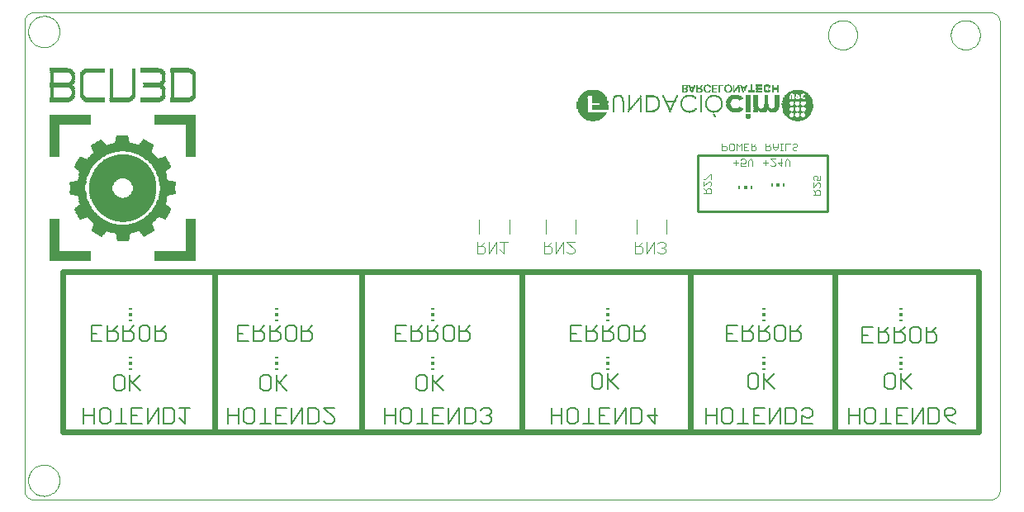
<source format=gbo>
G75*
%MOIN*%
%OFA0B0*%
%FSLAX24Y24*%
%IPPOS*%
%LPD*%
%AMOC8*
5,1,8,0,0,1.08239X$1,22.5*
%
%ADD10C,0.0000*%
%ADD11C,0.0060*%
%ADD12C,0.0240*%
%ADD13C,0.0100*%
%ADD14C,0.0030*%
%ADD15R,0.0118X0.0059*%
%ADD16R,0.0118X0.0118*%
%ADD17C,0.0040*%
%ADD18R,0.0059X0.0118*%
%ADD19R,0.0084X0.0014*%
%ADD20R,0.0070X0.0014*%
%ADD21R,0.0098X0.0014*%
%ADD22R,0.0252X0.0014*%
%ADD23R,0.0154X0.0014*%
%ADD24R,0.0182X0.0014*%
%ADD25R,0.0042X0.0014*%
%ADD26R,0.0042X0.0014*%
%ADD27R,0.0224X0.0014*%
%ADD28R,0.0196X0.0014*%
%ADD29R,0.0028X0.0014*%
%ADD30R,0.0056X0.0014*%
%ADD31R,0.0056X0.0014*%
%ADD32R,0.0098X0.0014*%
%ADD33R,0.0196X0.0014*%
%ADD34R,0.0056X0.0014*%
%ADD35R,0.0042X0.0014*%
%ADD36R,0.0042X0.0014*%
%ADD37R,0.0182X0.0014*%
%ADD38R,0.0224X0.0014*%
%ADD39R,0.0028X0.0014*%
%ADD40R,0.0056X0.0014*%
%ADD41R,0.0098X0.0014*%
%ADD42R,0.0252X0.0014*%
%ADD43R,0.0210X0.0014*%
%ADD44R,0.0098X0.0014*%
%ADD45R,0.0084X0.0014*%
%ADD46R,0.0238X0.0014*%
%ADD47R,0.0084X0.0014*%
%ADD48R,0.0196X0.0014*%
%ADD49R,0.0182X0.0014*%
%ADD50R,0.0294X0.0014*%
%ADD51R,0.0168X0.0014*%
%ADD52R,0.0210X0.0014*%
%ADD53R,0.0182X0.0014*%
%ADD54R,0.0238X0.0014*%
%ADD55R,0.0294X0.0014*%
%ADD56R,0.0014X0.0014*%
%ADD57R,0.0238X0.0014*%
%ADD58R,0.0028X0.0014*%
%ADD59R,0.0350X0.0014*%
%ADD60R,0.0336X0.0014*%
%ADD61R,0.0448X0.0014*%
%ADD62R,0.0028X0.0014*%
%ADD63R,0.0112X0.0014*%
%ADD64R,0.0420X0.0014*%
%ADD65R,0.0518X0.0014*%
%ADD66R,0.0504X0.0014*%
%ADD67R,0.0574X0.0014*%
%ADD68R,0.0560X0.0014*%
%ADD69R,0.0630X0.0014*%
%ADD70R,0.0616X0.0014*%
%ADD71R,0.0672X0.0014*%
%ADD72R,0.0168X0.0014*%
%ADD73R,0.0140X0.0014*%
%ADD74R,0.0644X0.0014*%
%ADD75R,0.0728X0.0014*%
%ADD76R,0.0070X0.0014*%
%ADD77R,0.0140X0.0014*%
%ADD78R,0.0700X0.0014*%
%ADD79R,0.0756X0.0014*%
%ADD80R,0.0742X0.0014*%
%ADD81R,0.0798X0.0014*%
%ADD82R,0.0784X0.0014*%
%ADD83R,0.0840X0.0014*%
%ADD84R,0.0392X0.0014*%
%ADD85R,0.0112X0.0014*%
%ADD86R,0.0868X0.0014*%
%ADD87R,0.0896X0.0014*%
%ADD88R,0.0154X0.0014*%
%ADD89R,0.0924X0.0014*%
%ADD90R,0.0126X0.0014*%
%ADD91R,0.0952X0.0014*%
%ADD92R,0.0980X0.0014*%
%ADD93R,0.0224X0.0014*%
%ADD94R,0.0154X0.0014*%
%ADD95R,0.1008X0.0014*%
%ADD96R,0.0322X0.0014*%
%ADD97R,0.0308X0.0014*%
%ADD98R,0.0280X0.0014*%
%ADD99R,0.0308X0.0014*%
%ADD100R,0.0308X0.0014*%
%ADD101R,0.0532X0.0014*%
%ADD102R,0.0266X0.0014*%
%ADD103R,0.0378X0.0014*%
%ADD104R,0.0364X0.0014*%
%ADD105R,0.0350X0.0014*%
%ADD106R,0.0168X0.0014*%
%ADD107R,0.0168X0.0014*%
%ADD108R,0.0280X0.0014*%
%ADD109R,0.0546X0.0014*%
%ADD110R,0.0420X0.0014*%
%ADD111R,0.0378X0.0014*%
%ADD112R,0.0434X0.0014*%
%ADD113R,0.0434X0.0014*%
%ADD114R,0.0126X0.0014*%
%ADD115R,0.0462X0.0014*%
%ADD116R,0.0504X0.0014*%
%ADD117R,0.0574X0.0014*%
%ADD118R,0.0112X0.0014*%
%ADD119R,0.0532X0.0014*%
%ADD120R,0.0574X0.0014*%
%ADD121R,0.0546X0.0014*%
%ADD122R,0.0224X0.0014*%
%ADD123R,0.0364X0.0014*%
%ADD124R,0.0588X0.0014*%
%ADD125R,0.0602X0.0014*%
%ADD126R,0.0602X0.0014*%
%ADD127R,0.0252X0.0014*%
%ADD128R,0.0392X0.0014*%
%ADD129R,0.0616X0.0014*%
%ADD130R,0.0112X0.0014*%
%ADD131R,0.1162X0.0014*%
%ADD132R,0.0406X0.0014*%
%ADD133R,0.1176X0.0014*%
%ADD134R,0.1190X0.0014*%
%ADD135R,0.1204X0.0014*%
%ADD136R,0.0644X0.0014*%
%ADD137R,0.0434X0.0014*%
%ADD138R,0.0336X0.0014*%
%ADD139R,0.0154X0.0014*%
%ADD140R,0.0644X0.0014*%
%ADD141R,0.0406X0.0014*%
%ADD142R,0.0294X0.0014*%
%ADD143R,0.0392X0.0014*%
%ADD144R,0.0434X0.0014*%
%ADD145R,0.0322X0.0014*%
%ADD146R,0.0308X0.0014*%
%ADD147R,0.0322X0.0014*%
%ADD148R,0.0658X0.0014*%
%ADD149R,0.1260X0.0014*%
%ADD150R,0.0658X0.0014*%
%ADD151R,0.1260X0.0014*%
%ADD152R,0.0378X0.0014*%
%ADD153R,0.0266X0.0014*%
%ADD154R,0.0294X0.0014*%
%ADD155R,0.0994X0.0014*%
%ADD156R,0.0560X0.0014*%
%ADD157R,0.0406X0.0014*%
%ADD158R,0.0546X0.0014*%
%ADD159R,0.0266X0.0014*%
%ADD160R,0.0476X0.0014*%
%ADD161R,0.0364X0.0014*%
%ADD162R,0.0252X0.0014*%
%ADD163R,0.0266X0.0014*%
%ADD164R,0.1148X0.0014*%
%ADD165R,0.1120X0.0014*%
%ADD166R,0.1092X0.0014*%
%ADD167R,0.0238X0.0014*%
%ADD168R,0.1092X0.0014*%
%ADD169R,0.1064X0.0014*%
%ADD170R,0.1036X0.0014*%
%ADD171R,0.1008X0.0014*%
%ADD172R,0.0938X0.0014*%
%ADD173R,0.0910X0.0014*%
%ADD174R,0.0882X0.0014*%
%ADD175R,0.0854X0.0014*%
%ADD176R,0.0812X0.0014*%
%ADD177R,0.0742X0.0014*%
%ADD178R,0.0658X0.0014*%
%ADD179R,0.0730X0.0008*%
%ADD180R,0.0722X0.0008*%
%ADD181R,0.0788X0.0008*%
%ADD182R,0.0738X0.0008*%
%ADD183R,0.0158X0.0008*%
%ADD184R,0.0158X0.0008*%
%ADD185R,0.0813X0.0008*%
%ADD186R,0.0780X0.0008*%
%ADD187R,0.0821X0.0008*%
%ADD188R,0.0838X0.0008*%
%ADD189R,0.0805X0.0008*%
%ADD190R,0.0158X0.0008*%
%ADD191R,0.0158X0.0008*%
%ADD192R,0.0854X0.0008*%
%ADD193R,0.0829X0.0008*%
%ADD194R,0.0158X0.0008*%
%ADD195R,0.0158X0.0008*%
%ADD196R,0.0854X0.0008*%
%ADD197R,0.0863X0.0008*%
%ADD198R,0.0846X0.0008*%
%ADD199R,0.0871X0.0008*%
%ADD200R,0.0879X0.0008*%
%ADD201R,0.0854X0.0008*%
%ADD202R,0.0887X0.0008*%
%ADD203R,0.0887X0.0008*%
%ADD204R,0.0871X0.0008*%
%ADD205R,0.0896X0.0008*%
%ADD206R,0.0904X0.0008*%
%ADD207R,0.0879X0.0008*%
%ADD208R,0.0904X0.0008*%
%ADD209R,0.0912X0.0008*%
%ADD210R,0.0896X0.0008*%
%ADD211R,0.0921X0.0008*%
%ADD212R,0.0921X0.0008*%
%ADD213R,0.0904X0.0008*%
%ADD214R,0.0921X0.0008*%
%ADD215R,0.0929X0.0008*%
%ADD216R,0.0929X0.0008*%
%ADD217R,0.0937X0.0008*%
%ADD218R,0.0937X0.0008*%
%ADD219R,0.0921X0.0008*%
%ADD220R,0.0946X0.0008*%
%ADD221R,0.0946X0.0008*%
%ADD222R,0.0929X0.0008*%
%ADD223R,0.0954X0.0008*%
%ADD224R,0.0954X0.0008*%
%ADD225R,0.0954X0.0008*%
%ADD226R,0.0962X0.0008*%
%ADD227R,0.0962X0.0008*%
%ADD228R,0.0970X0.0008*%
%ADD229R,0.0970X0.0008*%
%ADD230R,0.0979X0.0008*%
%ADD231R,0.0979X0.0008*%
%ADD232R,0.0979X0.0008*%
%ADD233R,0.0241X0.0008*%
%ADD234R,0.0232X0.0008*%
%ADD235R,0.0224X0.0008*%
%ADD236R,0.0241X0.0008*%
%ADD237R,0.0216X0.0008*%
%ADD238R,0.0207X0.0008*%
%ADD239R,0.0216X0.0008*%
%ADD240R,0.0199X0.0008*%
%ADD241R,0.0199X0.0008*%
%ADD242R,0.0158X0.0008*%
%ADD243R,0.0191X0.0008*%
%ADD244R,0.0199X0.0008*%
%ADD245R,0.0158X0.0008*%
%ADD246R,0.0199X0.0008*%
%ADD247R,0.0191X0.0008*%
%ADD248R,0.0191X0.0008*%
%ADD249R,0.0182X0.0008*%
%ADD250R,0.0174X0.0008*%
%ADD251R,0.0182X0.0008*%
%ADD252R,0.0174X0.0008*%
%ADD253R,0.0174X0.0008*%
%ADD254R,0.0182X0.0008*%
%ADD255R,0.0174X0.0008*%
%ADD256R,0.0174X0.0008*%
%ADD257R,0.0166X0.0008*%
%ADD258R,0.0166X0.0008*%
%ADD259R,0.0166X0.0008*%
%ADD260R,0.0166X0.0008*%
%ADD261R,0.0166X0.0008*%
%ADD262R,0.0166X0.0008*%
%ADD263R,0.0182X0.0008*%
%ADD264R,0.0207X0.0008*%
%ADD265R,0.0216X0.0008*%
%ADD266R,0.0207X0.0008*%
%ADD267R,0.0232X0.0008*%
%ADD268R,0.0265X0.0008*%
%ADD269R,0.0257X0.0008*%
%ADD270R,0.0863X0.0008*%
%ADD271R,0.0970X0.0008*%
%ADD272R,0.0962X0.0008*%
%ADD273R,0.0846X0.0008*%
%ADD274R,0.0954X0.0008*%
%ADD275R,0.0846X0.0008*%
%ADD276R,0.0954X0.0008*%
%ADD277R,0.0838X0.0008*%
%ADD278R,0.0946X0.0008*%
%ADD279R,0.0829X0.0008*%
%ADD280R,0.0937X0.0008*%
%ADD281R,0.0813X0.0008*%
%ADD282R,0.0805X0.0008*%
%ADD283R,0.0805X0.0008*%
%ADD284R,0.0829X0.0008*%
%ADD285R,0.0970X0.0008*%
%ADD286R,0.0854X0.0008*%
%ADD287R,0.0249X0.0008*%
%ADD288R,0.0241X0.0008*%
%ADD289R,0.0191X0.0008*%
%ADD290R,0.0166X0.0008*%
%ADD291R,0.0166X0.0008*%
%ADD292R,0.0174X0.0008*%
%ADD293R,0.0174X0.0008*%
%ADD294R,0.0182X0.0008*%
%ADD295R,0.0191X0.0008*%
%ADD296R,0.0191X0.0008*%
%ADD297R,0.0199X0.0008*%
%ADD298R,0.0199X0.0008*%
%ADD299R,0.0216X0.0008*%
%ADD300R,0.0224X0.0008*%
%ADD301R,0.0224X0.0008*%
%ADD302R,0.0216X0.0008*%
%ADD303R,0.0241X0.0008*%
%ADD304R,0.0249X0.0008*%
%ADD305R,0.0995X0.0008*%
%ADD306R,0.0987X0.0008*%
%ADD307R,0.0979X0.0008*%
%ADD308R,0.0970X0.0008*%
%ADD309R,0.0929X0.0008*%
%ADD310R,0.0921X0.0008*%
%ADD311R,0.0946X0.0008*%
%ADD312R,0.0912X0.0008*%
%ADD313R,0.0896X0.0008*%
%ADD314R,0.0904X0.0008*%
%ADD315R,0.0887X0.0008*%
%ADD316R,0.0921X0.0008*%
%ADD317R,0.0904X0.0008*%
%ADD318R,0.0879X0.0008*%
%ADD319R,0.0879X0.0008*%
%ADD320R,0.0863X0.0008*%
%ADD321R,0.0871X0.0008*%
%ADD322R,0.0871X0.0008*%
%ADD323R,0.0829X0.0008*%
%ADD324R,0.0821X0.0008*%
%ADD325R,0.0854X0.0008*%
%ADD326R,0.0838X0.0008*%
%ADD327R,0.0796X0.0008*%
%ADD328R,0.0829X0.0008*%
%ADD329R,0.0771X0.0008*%
%ADD330R,0.0796X0.0008*%
%ADD331R,0.0722X0.0008*%
%ADD332R,0.0697X0.0008*%
%ADD333R,0.0738X0.0008*%
%ADD334R,0.0730X0.0008*%
%ADD335R,0.1675X0.0008*%
%ADD336R,0.1675X0.0008*%
%ADD337R,0.1675X0.0008*%
%ADD338R,0.1675X0.0008*%
%ADD339R,0.0373X0.0008*%
%ADD340R,0.0373X0.0008*%
%ADD341R,0.0373X0.0008*%
%ADD342R,0.0373X0.0008*%
%ADD343R,0.0481X0.0008*%
%ADD344R,0.0481X0.0008*%
%ADD345R,0.0481X0.0008*%
%ADD346R,0.0498X0.0008*%
%ADD347R,0.0498X0.0008*%
%ADD348R,0.0506X0.0008*%
%ADD349R,0.0514X0.0008*%
%ADD350R,0.0514X0.0008*%
%ADD351R,0.0514X0.0008*%
%ADD352R,0.0531X0.0008*%
%ADD353R,0.0531X0.0008*%
%ADD354R,0.0531X0.0008*%
%ADD355R,0.0008X0.0008*%
%ADD356R,0.0008X0.0008*%
%ADD357R,0.0547X0.0008*%
%ADD358R,0.0033X0.0008*%
%ADD359R,0.0025X0.0008*%
%ADD360R,0.0547X0.0008*%
%ADD361R,0.0050X0.0008*%
%ADD362R,0.0050X0.0008*%
%ADD363R,0.0547X0.0008*%
%ADD364R,0.0066X0.0008*%
%ADD365R,0.0075X0.0008*%
%ADD366R,0.0091X0.0008*%
%ADD367R,0.0100X0.0008*%
%ADD368R,0.0116X0.0008*%
%ADD369R,0.0116X0.0008*%
%ADD370R,0.0556X0.0008*%
%ADD371R,0.0133X0.0008*%
%ADD372R,0.0133X0.0008*%
%ADD373R,0.0564X0.0008*%
%ADD374R,0.0564X0.0008*%
%ADD375R,0.0564X0.0008*%
%ADD376R,0.0216X0.0008*%
%ADD377R,0.0224X0.0008*%
%ADD378R,0.0241X0.0008*%
%ADD379R,0.0249X0.0008*%
%ADD380R,0.0581X0.0008*%
%ADD381R,0.0265X0.0008*%
%ADD382R,0.0274X0.0008*%
%ADD383R,0.0581X0.0008*%
%ADD384R,0.0282X0.0008*%
%ADD385R,0.0282X0.0008*%
%ADD386R,0.0581X0.0008*%
%ADD387R,0.0307X0.0008*%
%ADD388R,0.0307X0.0008*%
%ADD389R,0.0332X0.0008*%
%ADD390R,0.0332X0.0008*%
%ADD391R,0.0357X0.0008*%
%ADD392R,0.0348X0.0008*%
%ADD393R,0.0597X0.0008*%
%ADD394R,0.0365X0.0008*%
%ADD395R,0.0680X0.0008*%
%ADD396R,0.0390X0.0008*%
%ADD397R,0.0398X0.0008*%
%ADD398R,0.0763X0.0008*%
%ADD399R,0.0415X0.0008*%
%ADD400R,0.0423X0.0008*%
%ADD401R,0.0829X0.0008*%
%ADD402R,0.0440X0.0008*%
%ADD403R,0.0431X0.0008*%
%ADD404R,0.0456X0.0008*%
%ADD405R,0.0456X0.0008*%
%ADD406R,0.1029X0.0008*%
%ADD407R,0.0506X0.0008*%
%ADD408R,0.1078X0.0008*%
%ADD409R,0.0523X0.0008*%
%ADD410R,0.1128X0.0008*%
%ADD411R,0.0539X0.0008*%
%ADD412R,0.1178X0.0008*%
%ADD413R,0.0572X0.0008*%
%ADD414R,0.1228X0.0008*%
%ADD415R,0.0589X0.0008*%
%ADD416R,0.0589X0.0008*%
%ADD417R,0.1277X0.0008*%
%ADD418R,0.0605X0.0008*%
%ADD419R,0.2530X0.0008*%
%ADD420R,0.2538X0.0008*%
%ADD421R,0.2521X0.0008*%
%ADD422R,0.2513X0.0008*%
%ADD423R,0.2505X0.0008*%
%ADD424R,0.2488X0.0008*%
%ADD425R,0.2488X0.0008*%
%ADD426R,0.2488X0.0008*%
%ADD427R,0.2472X0.0008*%
%ADD428R,0.2472X0.0008*%
%ADD429R,0.2472X0.0008*%
%ADD430R,0.2455X0.0008*%
%ADD431R,0.2455X0.0008*%
%ADD432R,0.2439X0.0008*%
%ADD433R,0.2439X0.0008*%
%ADD434R,0.2439X0.0008*%
%ADD435R,0.2422X0.0008*%
%ADD436R,0.2422X0.0008*%
%ADD437R,0.2414X0.0008*%
%ADD438R,0.2405X0.0008*%
%ADD439R,0.2389X0.0008*%
%ADD440R,0.2389X0.0008*%
%ADD441R,0.2372X0.0008*%
%ADD442R,0.1062X0.0008*%
%ADD443R,0.1053X0.0008*%
%ADD444R,0.0995X0.0008*%
%ADD445R,0.0887X0.0008*%
%ADD446R,0.0871X0.0008*%
%ADD447R,0.0805X0.0008*%
%ADD448R,0.0788X0.0008*%
%ADD449R,0.0780X0.0008*%
%ADD450R,0.0763X0.0008*%
%ADD451R,0.0746X0.0008*%
%ADD452R,0.0722X0.0008*%
%ADD453R,0.0713X0.0008*%
%ADD454R,0.0705X0.0008*%
%ADD455R,0.0688X0.0008*%
%ADD456R,0.0672X0.0008*%
%ADD457R,0.0664X0.0008*%
%ADD458R,0.0664X0.0008*%
%ADD459R,0.0647X0.0008*%
%ADD460R,0.0647X0.0008*%
%ADD461R,0.0639X0.0008*%
%ADD462R,0.0639X0.0008*%
%ADD463R,0.0630X0.0008*%
%ADD464R,0.0622X0.0008*%
%ADD465R,0.0614X0.0008*%
%ADD466R,0.0605X0.0008*%
%ADD467R,0.0464X0.0008*%
%ADD468R,0.0556X0.0008*%
%ADD469R,0.0597X0.0008*%
%ADD470R,0.0589X0.0008*%
%ADD471R,0.0630X0.0008*%
%ADD472R,0.0697X0.0008*%
%ADD473R,0.0572X0.0008*%
%ADD474R,0.0763X0.0008*%
%ADD475R,0.0572X0.0008*%
%ADD476R,0.0556X0.0008*%
%ADD477R,0.0008X0.0008*%
%ADD478R,0.0041X0.0008*%
%ADD479R,0.0017X0.0008*%
%ADD480R,0.0995X0.0008*%
%ADD481R,0.0066X0.0008*%
%ADD482R,0.0539X0.0008*%
%ADD483R,0.1045X0.0008*%
%ADD484R,0.0100X0.0008*%
%ADD485R,0.0083X0.0008*%
%ADD486R,0.0539X0.0008*%
%ADD487R,0.1078X0.0008*%
%ADD488R,0.0124X0.0008*%
%ADD489R,0.0108X0.0008*%
%ADD490R,0.0539X0.0008*%
%ADD491R,0.1111X0.0008*%
%ADD492R,0.0149X0.0008*%
%ADD493R,0.0133X0.0008*%
%ADD494R,0.0523X0.0008*%
%ADD495R,0.1145X0.0008*%
%ADD496R,0.0523X0.0008*%
%ADD497R,0.1186X0.0008*%
%ADD498R,0.1219X0.0008*%
%ADD499R,0.0241X0.0008*%
%ADD500R,0.0224X0.0008*%
%ADD501R,0.1244X0.0008*%
%ADD502R,0.1277X0.0008*%
%ADD503R,0.0290X0.0008*%
%ADD504R,0.0282X0.0008*%
%ADD505R,0.1310X0.0008*%
%ADD506R,0.0323X0.0008*%
%ADD507R,0.0299X0.0008*%
%ADD508R,0.0498X0.0008*%
%ADD509R,0.1344X0.0008*%
%ADD510R,0.0498X0.0008*%
%ADD511R,0.1377X0.0008*%
%ADD512R,0.0854X0.0008*%
%ADD513R,0.1393X0.0008*%
%ADD514R,0.1427X0.0008*%
%ADD515R,0.0838X0.0008*%
%ADD516R,0.1443X0.0008*%
%ADD517R,0.1476X0.0008*%
%ADD518R,0.1501X0.0008*%
%ADD519R,0.0821X0.0008*%
%ADD520R,0.1526X0.0008*%
%ADD521R,0.0821X0.0008*%
%ADD522R,0.1543X0.0008*%
%ADD523R,0.1576X0.0008*%
%ADD524R,0.1593X0.0008*%
%ADD525R,0.0805X0.0008*%
%ADD526R,0.1626X0.0008*%
%ADD527R,0.0796X0.0008*%
%ADD528R,0.1642X0.0008*%
%ADD529R,0.0796X0.0008*%
%ADD530R,0.1659X0.0008*%
%ADD531R,0.1692X0.0008*%
%ADD532R,0.1709X0.0008*%
%ADD533R,0.0780X0.0008*%
%ADD534R,0.1725X0.0008*%
%ADD535R,0.1742X0.0008*%
%ADD536R,0.0780X0.0008*%
%ADD537R,0.1758X0.0008*%
%ADD538R,0.0771X0.0008*%
%ADD539R,0.1792X0.0008*%
%ADD540R,0.1808X0.0008*%
%ADD541R,0.0771X0.0008*%
%ADD542R,0.1825X0.0008*%
%ADD543R,0.0771X0.0008*%
%ADD544R,0.1841X0.0008*%
%ADD545R,0.1858X0.0008*%
%ADD546R,0.1874X0.0008*%
%ADD547R,0.1891X0.0008*%
%ADD548R,0.0755X0.0008*%
%ADD549R,0.1908X0.0008*%
%ADD550R,0.0755X0.0008*%
%ADD551R,0.1924X0.0008*%
%ADD552R,0.1941X0.0008*%
%ADD553R,0.0755X0.0008*%
%ADD554R,0.1957X0.0008*%
%ADD555R,0.0755X0.0008*%
%ADD556R,0.1974X0.0008*%
%ADD557R,0.0746X0.0008*%
%ADD558R,0.1991X0.0008*%
%ADD559R,0.0746X0.0008*%
%ADD560R,0.2007X0.0008*%
%ADD561R,0.0746X0.0008*%
%ADD562R,0.2024X0.0008*%
%ADD563R,0.2040X0.0008*%
%ADD564R,0.2040X0.0008*%
%ADD565R,0.0738X0.0008*%
%ADD566R,0.2057X0.0008*%
%ADD567R,0.2074X0.0008*%
%ADD568R,0.2090X0.0008*%
%ADD569R,0.0730X0.0008*%
%ADD570R,0.2107X0.0008*%
%ADD571R,0.0713X0.0008*%
%ADD572R,0.0722X0.0008*%
%ADD573R,0.2123X0.0008*%
%ADD574R,0.2123X0.0008*%
%ADD575R,0.0697X0.0008*%
%ADD576R,0.2140X0.0008*%
%ADD577R,0.0672X0.0008*%
%ADD578R,0.0672X0.0008*%
%ADD579R,0.2157X0.0008*%
%ADD580R,0.0647X0.0008*%
%ADD581R,0.0664X0.0008*%
%ADD582R,0.2173X0.0008*%
%ADD583R,0.0639X0.0008*%
%ADD584R,0.0647X0.0008*%
%ADD585R,0.2173X0.0008*%
%ADD586R,0.0622X0.0008*%
%ADD587R,0.2190X0.0008*%
%ADD588R,0.0622X0.0008*%
%ADD589R,0.2206X0.0008*%
%ADD590R,0.0597X0.0008*%
%ADD591R,0.2215X0.0008*%
%ADD592R,0.2223X0.0008*%
%ADD593R,0.0572X0.0008*%
%ADD594R,0.2239X0.0008*%
%ADD595R,0.0547X0.0008*%
%ADD596R,0.2256X0.0008*%
%ADD597R,0.2273X0.0008*%
%ADD598R,0.2281X0.0008*%
%ADD599R,0.0498X0.0008*%
%ADD600R,0.2289X0.0008*%
%ADD601R,0.0473X0.0008*%
%ADD602R,0.0489X0.0008*%
%ADD603R,0.2306X0.0008*%
%ADD604R,0.0464X0.0008*%
%ADD605R,0.0473X0.0008*%
%ADD606R,0.2306X0.0008*%
%ADD607R,0.0448X0.0008*%
%ADD608R,0.0464X0.0008*%
%ADD609R,0.2322X0.0008*%
%ADD610R,0.0440X0.0008*%
%ADD611R,0.0448X0.0008*%
%ADD612R,0.2339X0.0008*%
%ADD613R,0.0423X0.0008*%
%ADD614R,0.2339X0.0008*%
%ADD615R,0.0415X0.0008*%
%ADD616R,0.0415X0.0008*%
%ADD617R,0.2356X0.0008*%
%ADD618R,0.0390X0.0008*%
%ADD619R,0.0406X0.0008*%
%ADD620R,0.2356X0.0008*%
%ADD621R,0.0390X0.0008*%
%ADD622R,0.2372X0.0008*%
%ADD623R,0.0382X0.0008*%
%ADD624R,0.0382X0.0008*%
%ADD625R,0.2372X0.0008*%
%ADD626R,0.0382X0.0008*%
%ADD627R,0.2405X0.0008*%
%ADD628R,0.2405X0.0008*%
%ADD629R,0.2422X0.0008*%
%ADD630R,0.0373X0.0008*%
%ADD631R,0.0373X0.0008*%
%ADD632R,0.2439X0.0008*%
%ADD633R,0.2455X0.0008*%
%ADD634R,0.2455X0.0008*%
%ADD635R,0.2455X0.0008*%
%ADD636R,0.2472X0.0008*%
%ADD637R,0.0365X0.0008*%
%ADD638R,0.2472X0.0008*%
%ADD639R,0.0373X0.0008*%
%ADD640R,0.2505X0.0008*%
%ADD641R,0.2505X0.0008*%
%ADD642R,0.0365X0.0008*%
%ADD643R,0.2505X0.0008*%
%ADD644R,0.0365X0.0008*%
%ADD645R,0.2521X0.0008*%
%ADD646R,0.0365X0.0008*%
%ADD647R,0.2521X0.0008*%
%ADD648R,0.0365X0.0008*%
%ADD649R,0.2538X0.0008*%
%ADD650R,0.2538X0.0008*%
%ADD651R,0.2555X0.0008*%
%ADD652R,0.2555X0.0008*%
%ADD653R,0.2555X0.0008*%
%ADD654R,0.2571X0.0008*%
%ADD655R,0.0357X0.0008*%
%ADD656R,0.2571X0.0008*%
%ADD657R,0.0365X0.0008*%
%ADD658R,0.1269X0.0008*%
%ADD659R,0.1211X0.0008*%
%ADD660R,0.1161X0.0008*%
%ADD661R,0.1145X0.0008*%
%ADD662R,0.1120X0.0008*%
%ADD663R,0.1103X0.0008*%
%ADD664R,0.1111X0.0008*%
%ADD665R,0.1103X0.0008*%
%ADD666R,0.0357X0.0008*%
%ADD667R,0.1087X0.0008*%
%ADD668R,0.1062X0.0008*%
%ADD669R,0.1062X0.0008*%
%ADD670R,0.1053X0.0008*%
%ADD671R,0.0348X0.0008*%
%ADD672R,0.1045X0.0008*%
%ADD673R,0.0406X0.0008*%
%ADD674R,0.1037X0.0008*%
%ADD675R,0.0448X0.0008*%
%ADD676R,0.1037X0.0008*%
%ADD677R,0.0489X0.0008*%
%ADD678R,0.0498X0.0008*%
%ADD679R,0.1020X0.0008*%
%ADD680R,0.0581X0.0008*%
%ADD681R,0.1012X0.0008*%
%ADD682R,0.1004X0.0008*%
%ADD683R,0.0647X0.0008*%
%ADD684R,0.0622X0.0008*%
%ADD685R,0.1012X0.0008*%
%ADD686R,0.0647X0.0008*%
%ADD687R,0.1004X0.0008*%
%ADD688R,0.0647X0.0008*%
%ADD689R,0.0995X0.0008*%
%ADD690R,0.0987X0.0008*%
%ADD691R,0.0979X0.0008*%
%ADD692R,0.0630X0.0008*%
%ADD693R,0.0630X0.0008*%
%ADD694R,0.0954X0.0008*%
%ADD695R,0.0630X0.0008*%
%ADD696R,0.0954X0.0008*%
%ADD697R,0.0946X0.0008*%
%ADD698R,0.0639X0.0008*%
%ADD699R,0.0962X0.0008*%
%ADD700R,0.0987X0.0008*%
%ADD701R,0.0987X0.0008*%
%ADD702R,0.0995X0.0008*%
%ADD703R,0.0622X0.0008*%
%ADD704R,0.1004X0.0008*%
%ADD705R,0.0572X0.0008*%
%ADD706R,0.1029X0.0008*%
%ADD707R,0.0448X0.0008*%
%ADD708R,0.0489X0.0008*%
%ADD709R,0.1037X0.0008*%
%ADD710R,0.1070X0.0008*%
%ADD711R,0.0357X0.0008*%
%ADD712R,0.1087X0.0008*%
%ADD713R,0.1095X0.0008*%
%ADD714R,0.1111X0.0008*%
%ADD715R,0.1120X0.0008*%
%ADD716R,0.1136X0.0008*%
%ADD717R,0.1153X0.0008*%
%ADD718R,0.1169X0.0008*%
%ADD719R,0.1203X0.0008*%
%ADD720R,0.1244X0.0008*%
%ADD721R,0.2579X0.0008*%
%ADD722R,0.2563X0.0008*%
%ADD723R,0.2521X0.0008*%
%ADD724R,0.2488X0.0008*%
%ADD725R,0.2472X0.0008*%
%ADD726R,0.0373X0.0008*%
%ADD727R,0.2422X0.0008*%
%ADD728R,0.2389X0.0008*%
%ADD729R,0.2364X0.0008*%
%ADD730R,0.0431X0.0008*%
%ADD731R,0.0448X0.0008*%
%ADD732R,0.0440X0.0008*%
%ADD733R,0.2322X0.0008*%
%ADD734R,0.2322X0.0008*%
%ADD735R,0.0464X0.0008*%
%ADD736R,0.0489X0.0008*%
%ADD737R,0.0473X0.0008*%
%ADD738R,0.2289X0.0008*%
%ADD739R,0.0498X0.0008*%
%ADD740R,0.2273X0.0008*%
%ADD741R,0.2256X0.0008*%
%ADD742R,0.2256X0.0008*%
%ADD743R,0.0564X0.0008*%
%ADD744R,0.0547X0.0008*%
%ADD745R,0.2239X0.0008*%
%ADD746R,0.0572X0.0008*%
%ADD747R,0.2223X0.0008*%
%ADD748R,0.0597X0.0008*%
%ADD749R,0.2206X0.0008*%
%ADD750R,0.0605X0.0008*%
%ADD751R,0.2190X0.0008*%
%ADD752R,0.0688X0.0008*%
%ADD753R,0.2140X0.0008*%
%ADD754R,0.2065X0.0008*%
%ADD755R,0.0738X0.0008*%
%ADD756R,0.2057X0.0008*%
%ADD757R,0.2024X0.0008*%
%ADD758R,0.2007X0.0008*%
%ADD759R,0.1974X0.0008*%
%ADD760R,0.0755X0.0008*%
%ADD761R,0.1957X0.0008*%
%ADD762R,0.0755X0.0008*%
%ADD763R,0.1924X0.0008*%
%ADD764R,0.1908X0.0008*%
%ADD765R,0.1874X0.0008*%
%ADD766R,0.0771X0.0008*%
%ADD767R,0.1858X0.0008*%
%ADD768R,0.0771X0.0008*%
%ADD769R,0.1808X0.0008*%
%ADD770R,0.1792X0.0008*%
%ADD771R,0.1775X0.0008*%
%ADD772R,0.1750X0.0008*%
%ADD773R,0.0788X0.0008*%
%ADD774R,0.0796X0.0008*%
%ADD775R,0.0796X0.0008*%
%ADD776R,0.1642X0.0008*%
%ADD777R,0.1609X0.0008*%
%ADD778R,0.1576X0.0008*%
%ADD779R,0.1559X0.0008*%
%ADD780R,0.1526X0.0008*%
%ADD781R,0.1510X0.0008*%
%ADD782R,0.1460X0.0008*%
%ADD783R,0.1427X0.0008*%
%ADD784R,0.1410X0.0008*%
%ADD785R,0.1327X0.0008*%
%ADD786R,0.0299X0.0008*%
%ADD787R,0.1294X0.0008*%
%ADD788R,0.0274X0.0008*%
%ADD789R,0.1261X0.0008*%
%ADD790R,0.1228X0.0008*%
%ADD791R,0.1194X0.0008*%
%ADD792R,0.1161X0.0008*%
%ADD793R,0.0141X0.0008*%
%ADD794R,0.0149X0.0008*%
%ADD795R,0.0108X0.0008*%
%ADD796R,0.0124X0.0008*%
%ADD797R,0.1095X0.0008*%
%ADD798R,0.0083X0.0008*%
%ADD799R,0.0075X0.0008*%
%ADD800R,0.0017X0.0008*%
%ADD801R,0.0041X0.0008*%
%ADD802R,0.0556X0.0008*%
%ADD803R,0.0713X0.0008*%
%ADD804R,0.0581X0.0008*%
%ADD805R,0.0605X0.0008*%
%ADD806R,0.0614X0.0008*%
%ADD807R,0.0398X0.0008*%
%ADD808R,0.0746X0.0008*%
%ADD809R,0.0829X0.0008*%
%ADD810R,0.0846X0.0008*%
%ADD811R,0.1045X0.0008*%
%ADD812R,0.1062X0.0008*%
%ADD813R,0.2372X0.0008*%
%ADD814R,0.2389X0.0008*%
%ADD815R,0.2405X0.0008*%
%ADD816R,0.2472X0.0008*%
%ADD817R,0.2505X0.0008*%
%ADD818R,0.2513X0.0008*%
%ADD819R,0.2521X0.0008*%
%ADD820R,0.2530X0.0008*%
%ADD821R,0.0614X0.0008*%
%ADD822R,0.1186X0.0008*%
%ADD823R,0.0539X0.0008*%
%ADD824R,0.1136X0.0008*%
%ADD825R,0.0523X0.0008*%
%ADD826R,0.0904X0.0008*%
%ADD827R,0.0440X0.0008*%
%ADD828R,0.0398X0.0008*%
%ADD829R,0.0390X0.0008*%
%ADD830R,0.0680X0.0008*%
%ADD831R,0.0307X0.0008*%
%ADD832R,0.0290X0.0008*%
%ADD833R,0.0274X0.0008*%
%ADD834R,0.0265X0.0008*%
%ADD835R,0.0199X0.0008*%
%ADD836R,0.0116X0.0008*%
%ADD837R,0.0066X0.0008*%
%ADD838R,0.0058X0.0008*%
%ADD839R,0.0033X0.0008*%
%ADD840R,0.0523X0.0008*%
%ADD841R,0.0498X0.0008*%
D10*
X000754Y002824D02*
X039336Y002824D01*
X039375Y002826D01*
X039413Y002832D01*
X039450Y002841D01*
X039487Y002854D01*
X039522Y002871D01*
X039555Y002890D01*
X039586Y002913D01*
X039615Y002939D01*
X039641Y002968D01*
X039664Y002999D01*
X039683Y003032D01*
X039700Y003067D01*
X039713Y003104D01*
X039722Y003141D01*
X039728Y003179D01*
X039730Y003218D01*
X039730Y022115D01*
X039728Y022154D01*
X039722Y022192D01*
X039713Y022229D01*
X039700Y022266D01*
X039683Y022301D01*
X039664Y022334D01*
X039641Y022365D01*
X039615Y022394D01*
X039586Y022420D01*
X039555Y022443D01*
X039522Y022462D01*
X039487Y022479D01*
X039450Y022492D01*
X039413Y022501D01*
X039375Y022507D01*
X039336Y022509D01*
X000754Y022509D01*
X000715Y022507D01*
X000677Y022501D01*
X000640Y022492D01*
X000603Y022479D01*
X000568Y022462D01*
X000535Y022443D01*
X000504Y022420D01*
X000475Y022394D01*
X000449Y022365D01*
X000426Y022334D01*
X000407Y022301D01*
X000390Y022266D01*
X000377Y022229D01*
X000368Y022192D01*
X000362Y022154D01*
X000360Y022115D01*
X000360Y003218D01*
X000362Y003179D01*
X000368Y003141D01*
X000377Y003104D01*
X000390Y003067D01*
X000407Y003032D01*
X000426Y002999D01*
X000449Y002968D01*
X000475Y002939D01*
X000504Y002913D01*
X000535Y002890D01*
X000568Y002871D01*
X000603Y002854D01*
X000640Y002841D01*
X000677Y002832D01*
X000715Y002826D01*
X000754Y002824D01*
X000517Y003611D02*
X000519Y003661D01*
X000525Y003711D01*
X000535Y003760D01*
X000549Y003808D01*
X000566Y003855D01*
X000587Y003900D01*
X000612Y003944D01*
X000640Y003985D01*
X000672Y004024D01*
X000706Y004061D01*
X000743Y004095D01*
X000783Y004125D01*
X000825Y004152D01*
X000869Y004176D01*
X000915Y004197D01*
X000962Y004213D01*
X001010Y004226D01*
X001060Y004235D01*
X001109Y004240D01*
X001160Y004241D01*
X001210Y004238D01*
X001259Y004231D01*
X001308Y004220D01*
X001356Y004205D01*
X001402Y004187D01*
X001447Y004165D01*
X001490Y004139D01*
X001531Y004110D01*
X001570Y004078D01*
X001606Y004043D01*
X001638Y004005D01*
X001668Y003965D01*
X001695Y003922D01*
X001718Y003878D01*
X001737Y003832D01*
X001753Y003784D01*
X001765Y003735D01*
X001773Y003686D01*
X001777Y003636D01*
X001777Y003586D01*
X001773Y003536D01*
X001765Y003487D01*
X001753Y003438D01*
X001737Y003390D01*
X001718Y003344D01*
X001695Y003300D01*
X001668Y003257D01*
X001638Y003217D01*
X001606Y003179D01*
X001570Y003144D01*
X001531Y003112D01*
X001490Y003083D01*
X001447Y003057D01*
X001402Y003035D01*
X001356Y003017D01*
X001308Y003002D01*
X001259Y002991D01*
X001210Y002984D01*
X001160Y002981D01*
X001109Y002982D01*
X001060Y002987D01*
X001010Y002996D01*
X000962Y003009D01*
X000915Y003025D01*
X000869Y003046D01*
X000825Y003070D01*
X000783Y003097D01*
X000743Y003127D01*
X000706Y003161D01*
X000672Y003198D01*
X000640Y003237D01*
X000612Y003278D01*
X000587Y003322D01*
X000566Y003367D01*
X000549Y003414D01*
X000535Y003462D01*
X000525Y003511D01*
X000519Y003561D01*
X000517Y003611D01*
X001391Y020247D02*
X001388Y020250D01*
X001388Y020261D01*
X001391Y020264D01*
X001397Y020264D01*
X001399Y020261D01*
X001404Y020264D02*
X001404Y020261D01*
X001406Y020261D01*
X001406Y020264D01*
X001404Y020264D01*
X001411Y020264D02*
X001422Y020247D01*
X001426Y020247D02*
X001426Y020261D01*
X001429Y020264D01*
X001435Y020264D01*
X001438Y020261D01*
X001438Y020247D01*
X001445Y020253D02*
X001453Y020253D01*
X001457Y020256D02*
X001460Y020253D01*
X001465Y020253D01*
X001468Y020256D01*
X001468Y020258D01*
X001457Y020258D01*
X001457Y020256D02*
X001457Y020261D01*
X001460Y020264D01*
X001465Y020264D01*
X001472Y020264D02*
X001472Y020253D01*
X001472Y020258D02*
X001478Y020253D01*
X001481Y020253D01*
X001485Y020256D02*
X001488Y020253D01*
X001496Y020253D01*
X001493Y020258D02*
X001488Y020258D01*
X001485Y020256D01*
X001485Y020264D02*
X001493Y020264D01*
X001496Y020261D01*
X001493Y020258D01*
X001500Y020264D02*
X001511Y020247D01*
X001516Y020253D02*
X001518Y020253D01*
X001521Y020256D01*
X001524Y020253D01*
X001527Y020256D01*
X001527Y020264D01*
X001531Y020261D02*
X001534Y020264D01*
X001542Y020264D01*
X001546Y020261D02*
X001549Y020264D01*
X001554Y020264D01*
X001557Y020261D01*
X001557Y020256D01*
X001554Y020253D01*
X001549Y020253D01*
X001546Y020256D01*
X001546Y020261D01*
X001542Y020253D02*
X001534Y020253D01*
X001531Y020256D01*
X001531Y020261D01*
X001521Y020264D02*
X001521Y020256D01*
X001516Y020253D02*
X001516Y020264D01*
X001561Y020264D02*
X001570Y020264D01*
X001572Y020261D01*
X001572Y020256D01*
X001570Y020253D01*
X001561Y020253D01*
X001561Y020247D02*
X001561Y020264D01*
X001577Y020264D02*
X001582Y020264D01*
X001579Y020264D02*
X001579Y020247D01*
X001577Y020247D01*
X001587Y020256D02*
X001590Y020253D01*
X001595Y020253D01*
X001598Y020256D01*
X001598Y020258D01*
X001587Y020258D01*
X001587Y020256D02*
X001587Y020261D01*
X001590Y020264D01*
X001595Y020264D01*
X001602Y020264D02*
X001602Y020253D01*
X001602Y020258D02*
X001608Y020253D01*
X001610Y020253D01*
X001615Y020264D02*
X001626Y020247D01*
X001630Y020247D02*
X001638Y020247D01*
X001641Y020250D01*
X001641Y020261D01*
X001638Y020264D01*
X001630Y020264D01*
X001630Y020247D01*
X001645Y020256D02*
X001648Y020253D01*
X001654Y020253D01*
X001656Y020256D01*
X001656Y020258D01*
X001645Y020258D01*
X001645Y020256D02*
X001645Y020261D01*
X001648Y020264D01*
X001654Y020264D01*
X001660Y020264D02*
X001669Y020264D01*
X001672Y020261D01*
X001669Y020258D01*
X001663Y020258D01*
X001660Y020256D01*
X001663Y020253D01*
X001672Y020253D01*
X001676Y020258D02*
X001684Y020253D01*
X001688Y020253D02*
X001694Y020253D01*
X001691Y020250D02*
X001691Y020261D01*
X001694Y020264D01*
X001699Y020261D02*
X001701Y020264D01*
X001707Y020264D01*
X001710Y020261D01*
X001710Y020256D01*
X001707Y020253D01*
X001701Y020253D01*
X001699Y020256D01*
X001699Y020261D01*
X001714Y020264D02*
X001722Y020264D01*
X001725Y020261D01*
X001725Y020256D01*
X001722Y020253D01*
X001714Y020253D01*
X001714Y020269D01*
X001729Y020264D02*
X001740Y020247D01*
X001744Y020247D02*
X001747Y020247D01*
X001747Y020264D01*
X001744Y020264D02*
X001750Y020264D01*
X001755Y020261D02*
X001757Y020264D01*
X001763Y020264D01*
X001766Y020261D01*
X001766Y020256D01*
X001763Y020253D01*
X001757Y020253D01*
X001755Y020256D01*
X001755Y020261D01*
X001770Y020261D02*
X001773Y020264D01*
X001781Y020264D01*
X001781Y020267D02*
X001781Y020253D01*
X001773Y020253D01*
X001770Y020256D01*
X001770Y020261D01*
X001775Y020269D02*
X001778Y020269D01*
X001781Y020267D01*
X001785Y020261D02*
X001788Y020264D01*
X001793Y020264D01*
X001796Y020261D01*
X001796Y020256D01*
X001793Y020253D01*
X001788Y020253D01*
X001785Y020256D01*
X001785Y020261D01*
X001800Y020264D02*
X001809Y020264D01*
X001811Y020261D01*
X001811Y020258D01*
X001809Y020256D01*
X001800Y020256D01*
X001800Y020264D02*
X001800Y020247D01*
X001809Y020247D01*
X001811Y020250D01*
X001811Y020253D01*
X001809Y020256D01*
X001816Y020264D02*
X001821Y020258D01*
X001827Y020264D01*
X001827Y020247D01*
X001816Y020247D02*
X001816Y020264D01*
X001831Y020264D02*
X001834Y020264D01*
X001834Y020261D01*
X001831Y020261D01*
X001831Y020264D01*
X001839Y020264D02*
X001847Y020264D01*
X001850Y020261D01*
X001850Y020256D01*
X001847Y020253D01*
X001839Y020253D01*
X001839Y020247D02*
X001839Y020264D01*
X001854Y020264D02*
X001854Y020253D01*
X001857Y020253D01*
X001859Y020256D01*
X001862Y020253D01*
X001865Y020256D01*
X001865Y020264D01*
X001869Y020264D02*
X001877Y020264D01*
X001880Y020261D01*
X001880Y020256D01*
X001877Y020253D01*
X001869Y020253D01*
X001869Y020269D01*
X001859Y020264D02*
X001859Y020256D01*
X001684Y020264D02*
X001676Y020258D01*
X001676Y020264D02*
X001676Y020247D01*
X001453Y020261D02*
X001450Y020258D01*
X001445Y020258D01*
X001442Y020256D01*
X001445Y020253D01*
X001453Y020261D02*
X001450Y020264D01*
X001442Y020264D01*
X001406Y020256D02*
X001404Y020256D01*
X001404Y020253D01*
X001406Y020253D01*
X001406Y020256D01*
X001399Y020250D02*
X001397Y020247D01*
X001391Y020247D01*
X000517Y021722D02*
X000519Y021772D01*
X000525Y021822D01*
X000535Y021871D01*
X000549Y021919D01*
X000566Y021966D01*
X000587Y022011D01*
X000612Y022055D01*
X000640Y022096D01*
X000672Y022135D01*
X000706Y022172D01*
X000743Y022206D01*
X000783Y022236D01*
X000825Y022263D01*
X000869Y022287D01*
X000915Y022308D01*
X000962Y022324D01*
X001010Y022337D01*
X001060Y022346D01*
X001109Y022351D01*
X001160Y022352D01*
X001210Y022349D01*
X001259Y022342D01*
X001308Y022331D01*
X001356Y022316D01*
X001402Y022298D01*
X001447Y022276D01*
X001490Y022250D01*
X001531Y022221D01*
X001570Y022189D01*
X001606Y022154D01*
X001638Y022116D01*
X001668Y022076D01*
X001695Y022033D01*
X001718Y021989D01*
X001737Y021943D01*
X001753Y021895D01*
X001765Y021846D01*
X001773Y021797D01*
X001777Y021747D01*
X001777Y021697D01*
X001773Y021647D01*
X001765Y021598D01*
X001753Y021549D01*
X001737Y021501D01*
X001718Y021455D01*
X001695Y021411D01*
X001668Y021368D01*
X001638Y021328D01*
X001606Y021290D01*
X001570Y021255D01*
X001531Y021223D01*
X001490Y021194D01*
X001447Y021168D01*
X001402Y021146D01*
X001356Y021128D01*
X001308Y021113D01*
X001259Y021102D01*
X001210Y021095D01*
X001160Y021092D01*
X001109Y021093D01*
X001060Y021098D01*
X001010Y021107D01*
X000962Y021120D01*
X000915Y021136D01*
X000869Y021157D01*
X000825Y021181D01*
X000783Y021208D01*
X000743Y021238D01*
X000706Y021272D01*
X000672Y021309D01*
X000640Y021348D01*
X000612Y021389D01*
X000587Y021433D01*
X000566Y021478D01*
X000549Y021525D01*
X000535Y021573D01*
X000525Y021622D01*
X000519Y021672D01*
X000517Y021722D01*
X032795Y021590D02*
X032797Y021638D01*
X032803Y021686D01*
X032813Y021733D01*
X032826Y021779D01*
X032844Y021824D01*
X032864Y021868D01*
X032889Y021910D01*
X032917Y021949D01*
X032947Y021986D01*
X032981Y022020D01*
X033018Y022052D01*
X033056Y022081D01*
X033097Y022106D01*
X033140Y022128D01*
X033185Y022146D01*
X033231Y022160D01*
X033278Y022171D01*
X033326Y022178D01*
X033374Y022181D01*
X033422Y022180D01*
X033470Y022175D01*
X033518Y022166D01*
X033564Y022154D01*
X033609Y022137D01*
X033653Y022117D01*
X033695Y022094D01*
X033735Y022067D01*
X033773Y022037D01*
X033808Y022004D01*
X033840Y021968D01*
X033870Y021930D01*
X033896Y021889D01*
X033918Y021846D01*
X033938Y021802D01*
X033953Y021757D01*
X033965Y021710D01*
X033973Y021662D01*
X033977Y021614D01*
X033977Y021566D01*
X033973Y021518D01*
X033965Y021470D01*
X033953Y021423D01*
X033938Y021378D01*
X033918Y021334D01*
X033896Y021291D01*
X033870Y021250D01*
X033840Y021212D01*
X033808Y021176D01*
X033773Y021143D01*
X033735Y021113D01*
X033695Y021086D01*
X033653Y021063D01*
X033609Y021043D01*
X033564Y021026D01*
X033518Y021014D01*
X033470Y021005D01*
X033422Y021000D01*
X033374Y020999D01*
X033326Y021002D01*
X033278Y021009D01*
X033231Y021020D01*
X033185Y021034D01*
X033140Y021052D01*
X033097Y021074D01*
X033056Y021099D01*
X033018Y021128D01*
X032981Y021160D01*
X032947Y021194D01*
X032917Y021231D01*
X032889Y021270D01*
X032864Y021312D01*
X032844Y021356D01*
X032826Y021401D01*
X032813Y021447D01*
X032803Y021494D01*
X032797Y021542D01*
X032795Y021590D01*
X037755Y021590D02*
X037757Y021638D01*
X037763Y021686D01*
X037773Y021733D01*
X037786Y021779D01*
X037804Y021824D01*
X037824Y021868D01*
X037849Y021910D01*
X037877Y021949D01*
X037907Y021986D01*
X037941Y022020D01*
X037978Y022052D01*
X038016Y022081D01*
X038057Y022106D01*
X038100Y022128D01*
X038145Y022146D01*
X038191Y022160D01*
X038238Y022171D01*
X038286Y022178D01*
X038334Y022181D01*
X038382Y022180D01*
X038430Y022175D01*
X038478Y022166D01*
X038524Y022154D01*
X038569Y022137D01*
X038613Y022117D01*
X038655Y022094D01*
X038695Y022067D01*
X038733Y022037D01*
X038768Y022004D01*
X038800Y021968D01*
X038830Y021930D01*
X038856Y021889D01*
X038878Y021846D01*
X038898Y021802D01*
X038913Y021757D01*
X038925Y021710D01*
X038933Y021662D01*
X038937Y021614D01*
X038937Y021566D01*
X038933Y021518D01*
X038925Y021470D01*
X038913Y021423D01*
X038898Y021378D01*
X038878Y021334D01*
X038856Y021291D01*
X038830Y021250D01*
X038800Y021212D01*
X038768Y021176D01*
X038733Y021143D01*
X038695Y021113D01*
X038655Y021086D01*
X038613Y021063D01*
X038569Y021043D01*
X038524Y021026D01*
X038478Y021014D01*
X038430Y021005D01*
X038382Y021000D01*
X038334Y020999D01*
X038286Y021002D01*
X038238Y021009D01*
X038191Y021020D01*
X038145Y021034D01*
X038100Y021052D01*
X038057Y021074D01*
X038016Y021099D01*
X037978Y021128D01*
X037941Y021160D01*
X037907Y021194D01*
X037877Y021231D01*
X037849Y021270D01*
X037824Y021312D01*
X037804Y021356D01*
X037786Y021401D01*
X037773Y021447D01*
X037763Y021494D01*
X037757Y021542D01*
X037755Y021590D01*
D11*
X031719Y009860D02*
X031506Y009646D01*
X031612Y009646D02*
X031292Y009646D01*
X031292Y009860D02*
X031292Y009219D01*
X031612Y009219D01*
X031719Y009326D01*
X031719Y009540D01*
X031612Y009646D01*
X031075Y009753D02*
X031075Y009326D01*
X030968Y009219D01*
X030754Y009219D01*
X030648Y009326D01*
X030648Y009753D01*
X030754Y009860D01*
X030968Y009860D01*
X031075Y009753D01*
X030430Y009860D02*
X030217Y009646D01*
X030323Y009646D02*
X030003Y009646D01*
X030003Y009860D02*
X030003Y009219D01*
X030323Y009219D01*
X030430Y009326D01*
X030430Y009540D01*
X030323Y009646D01*
X029786Y009540D02*
X029786Y009326D01*
X029679Y009219D01*
X029358Y009219D01*
X029358Y009860D01*
X029358Y009646D02*
X029679Y009646D01*
X029786Y009540D01*
X029572Y009646D02*
X029786Y009860D01*
X029141Y009860D02*
X028714Y009860D01*
X028714Y009219D01*
X029141Y009219D01*
X028927Y009540D02*
X028714Y009540D01*
X029668Y007929D02*
X029882Y007929D01*
X029988Y007822D01*
X029988Y007395D01*
X029882Y007288D01*
X029668Y007288D01*
X029561Y007395D01*
X029561Y007822D01*
X029668Y007929D01*
X030206Y007929D02*
X030206Y007288D01*
X030313Y007608D02*
X030633Y007929D01*
X030206Y007715D02*
X030633Y007288D01*
X030445Y006544D02*
X030445Y005904D01*
X030872Y006544D01*
X030872Y005904D01*
X031089Y005904D02*
X031410Y005904D01*
X031516Y006011D01*
X031516Y006438D01*
X031410Y006544D01*
X031089Y006544D01*
X031089Y005904D01*
X031734Y005904D02*
X031734Y006224D01*
X031947Y006117D01*
X032054Y006117D01*
X032161Y006224D01*
X032161Y006438D01*
X032054Y006544D01*
X031841Y006544D01*
X031734Y006438D01*
X031734Y005904D02*
X032161Y005904D01*
X033635Y005904D02*
X033635Y006544D01*
X033635Y006224D02*
X034062Y006224D01*
X034279Y006011D02*
X034279Y006438D01*
X034386Y006544D01*
X034600Y006544D01*
X034706Y006438D01*
X034706Y006011D01*
X034600Y005904D01*
X034386Y005904D01*
X034279Y006011D01*
X034062Y005904D02*
X034062Y006544D01*
X034924Y005904D02*
X035351Y005904D01*
X035137Y005904D02*
X035137Y006544D01*
X035568Y006544D02*
X035995Y006544D01*
X036213Y006544D02*
X036213Y005904D01*
X036640Y006544D01*
X036640Y005904D01*
X036857Y005904D02*
X037178Y005904D01*
X037285Y006011D01*
X037285Y006438D01*
X037178Y006544D01*
X036857Y006544D01*
X036857Y005904D01*
X037502Y006224D02*
X037822Y006224D01*
X037929Y006331D01*
X037929Y006438D01*
X037822Y006544D01*
X037609Y006544D01*
X037502Y006438D01*
X037502Y006224D01*
X037716Y006011D01*
X037929Y005904D01*
X035995Y005904D02*
X035568Y005904D01*
X035568Y006544D01*
X035568Y006224D02*
X035782Y006224D01*
X035734Y007288D02*
X035734Y007929D01*
X035734Y007715D02*
X036161Y007288D01*
X035841Y007608D02*
X036161Y007929D01*
X035517Y007822D02*
X035517Y007395D01*
X035410Y007288D01*
X035196Y007288D01*
X035090Y007395D01*
X035090Y007822D01*
X035196Y007929D01*
X035410Y007929D01*
X035517Y007822D01*
X035471Y009159D02*
X035791Y009159D01*
X035898Y009266D01*
X035898Y009480D01*
X035791Y009586D01*
X035471Y009586D01*
X035685Y009586D02*
X035898Y009800D01*
X036116Y009693D02*
X036223Y009800D01*
X036436Y009800D01*
X036543Y009693D01*
X036543Y009266D01*
X036436Y009159D01*
X036223Y009159D01*
X036116Y009266D01*
X036116Y009693D01*
X035471Y009800D02*
X035471Y009159D01*
X035254Y009266D02*
X035254Y009480D01*
X035147Y009586D01*
X034827Y009586D01*
X035040Y009586D02*
X035254Y009800D01*
X034827Y009800D02*
X034827Y009159D01*
X035147Y009159D01*
X035254Y009266D01*
X034609Y009159D02*
X034182Y009159D01*
X034182Y009800D01*
X034609Y009800D01*
X034396Y009480D02*
X034182Y009480D01*
X036760Y009586D02*
X037081Y009586D01*
X037187Y009480D01*
X037187Y009266D01*
X037081Y009159D01*
X036760Y009159D01*
X036760Y009800D01*
X036974Y009586D02*
X037187Y009800D01*
X030227Y006544D02*
X029800Y006544D01*
X029800Y005904D01*
X030227Y005904D01*
X030014Y006224D02*
X029800Y006224D01*
X029583Y005904D02*
X029156Y005904D01*
X029369Y005904D02*
X029369Y006544D01*
X028938Y006438D02*
X028938Y006011D01*
X028831Y005904D01*
X028618Y005904D01*
X028511Y006011D01*
X028511Y006438D01*
X028618Y006544D01*
X028831Y006544D01*
X028938Y006438D01*
X028294Y006544D02*
X028294Y005904D01*
X028294Y006224D02*
X027867Y006224D01*
X027867Y006544D02*
X027867Y005904D01*
X025920Y006224D02*
X025493Y006224D01*
X025813Y005904D01*
X025813Y006544D01*
X025276Y006438D02*
X025276Y006011D01*
X025169Y005904D01*
X024848Y005904D01*
X024848Y006544D01*
X025169Y006544D01*
X025276Y006438D01*
X024631Y006544D02*
X024631Y005904D01*
X024204Y005904D02*
X024631Y006544D01*
X024204Y006544D02*
X024204Y005904D01*
X023986Y005904D02*
X023559Y005904D01*
X023559Y006544D01*
X023986Y006544D01*
X023773Y006224D02*
X023559Y006224D01*
X023342Y005904D02*
X022915Y005904D01*
X023128Y005904D02*
X023128Y006544D01*
X022697Y006438D02*
X022697Y006011D01*
X022591Y005904D01*
X022377Y005904D01*
X022270Y006011D01*
X022270Y006438D01*
X022377Y006544D01*
X022591Y006544D01*
X022697Y006438D01*
X022053Y006544D02*
X022053Y005904D01*
X022053Y006224D02*
X021626Y006224D01*
X021626Y006544D02*
X021626Y005904D01*
X019207Y006011D02*
X019207Y006117D01*
X019100Y006224D01*
X019207Y006331D01*
X019207Y006438D01*
X019100Y006544D01*
X018886Y006544D01*
X018780Y006438D01*
X018562Y006438D02*
X018562Y006011D01*
X018455Y005904D01*
X018135Y005904D01*
X018135Y006544D01*
X018455Y006544D01*
X018562Y006438D01*
X018993Y006224D02*
X019100Y006224D01*
X019207Y006011D02*
X019100Y005904D01*
X018886Y005904D01*
X018780Y006011D01*
X017918Y005904D02*
X017918Y006544D01*
X017491Y005904D01*
X017491Y006544D01*
X017273Y006544D02*
X016846Y006544D01*
X016846Y005904D01*
X017273Y005904D01*
X017060Y006224D02*
X016846Y006224D01*
X016628Y005904D02*
X016201Y005904D01*
X016415Y005904D02*
X016415Y006544D01*
X015984Y006438D02*
X015984Y006011D01*
X015877Y005904D01*
X015664Y005904D01*
X015557Y006011D01*
X015557Y006438D01*
X015664Y006544D01*
X015877Y006544D01*
X015984Y006438D01*
X015339Y006544D02*
X015339Y005904D01*
X015339Y006224D02*
X014912Y006224D01*
X014912Y006544D02*
X014912Y005904D01*
X012872Y006011D02*
X012765Y005904D01*
X012552Y005904D01*
X012445Y006011D01*
X012228Y006011D02*
X012121Y005904D01*
X011801Y005904D01*
X011801Y006544D01*
X012121Y006544D01*
X012228Y006438D01*
X012228Y006011D01*
X011583Y005904D02*
X011583Y006544D01*
X011156Y005904D01*
X011156Y006544D01*
X010939Y006544D02*
X010512Y006544D01*
X010512Y005904D01*
X010939Y005904D01*
X010725Y006224D02*
X010512Y006224D01*
X010294Y005904D02*
X009867Y005904D01*
X010080Y005904D02*
X010080Y006544D01*
X009649Y006438D02*
X009649Y006011D01*
X009543Y005904D01*
X009329Y005904D01*
X009222Y006011D01*
X009222Y006438D01*
X009329Y006544D01*
X009543Y006544D01*
X009649Y006438D01*
X009005Y006544D02*
X009005Y005904D01*
X009005Y006224D02*
X008578Y006224D01*
X008578Y006544D02*
X008578Y005904D01*
X007051Y006544D02*
X006624Y006544D01*
X006838Y006544D02*
X006838Y005904D01*
X006624Y006117D01*
X006407Y006011D02*
X006300Y005904D01*
X005980Y005904D01*
X005980Y006544D01*
X006300Y006544D01*
X006407Y006438D01*
X006407Y006011D01*
X005762Y005904D02*
X005762Y006544D01*
X005335Y005904D01*
X005335Y006544D01*
X005118Y006544D02*
X004691Y006544D01*
X004691Y005904D01*
X005118Y005904D01*
X004904Y006224D02*
X004691Y006224D01*
X004473Y005904D02*
X004046Y005904D01*
X004260Y005904D02*
X004260Y006544D01*
X003829Y006438D02*
X003829Y006011D01*
X003722Y005904D01*
X003508Y005904D01*
X003402Y006011D01*
X003402Y006438D01*
X003508Y006544D01*
X003722Y006544D01*
X003829Y006438D01*
X003184Y006544D02*
X003184Y005904D01*
X003184Y006224D02*
X002757Y006224D01*
X002757Y006544D02*
X002757Y005904D01*
X004079Y007228D02*
X003972Y007335D01*
X003972Y007762D01*
X004079Y007869D01*
X004292Y007869D01*
X004399Y007762D01*
X004399Y007335D01*
X004292Y007228D01*
X004079Y007228D01*
X004616Y007228D02*
X004616Y007869D01*
X004616Y007655D02*
X005043Y007228D01*
X004723Y007548D02*
X005043Y007869D01*
X005105Y009219D02*
X004998Y009326D01*
X004998Y009753D01*
X005105Y009860D01*
X005318Y009860D01*
X005425Y009753D01*
X005425Y009326D01*
X005318Y009219D01*
X005105Y009219D01*
X004781Y009326D02*
X004781Y009540D01*
X004674Y009646D01*
X004354Y009646D01*
X004567Y009646D02*
X004781Y009860D01*
X004354Y009860D02*
X004354Y009219D01*
X004674Y009219D01*
X004781Y009326D01*
X004136Y009326D02*
X004136Y009540D01*
X004029Y009646D01*
X003709Y009646D01*
X003923Y009646D02*
X004136Y009860D01*
X003709Y009860D02*
X003709Y009219D01*
X004029Y009219D01*
X004136Y009326D01*
X003492Y009219D02*
X003064Y009219D01*
X003064Y009860D01*
X003492Y009860D01*
X003278Y009540D02*
X003064Y009540D01*
X005643Y009646D02*
X005963Y009646D01*
X006070Y009540D01*
X006070Y009326D01*
X005963Y009219D01*
X005643Y009219D01*
X005643Y009860D01*
X005856Y009646D02*
X006070Y009860D01*
X008979Y009860D02*
X008979Y009219D01*
X009406Y009219D01*
X009624Y009219D02*
X009944Y009219D01*
X010051Y009326D01*
X010051Y009540D01*
X009944Y009646D01*
X009624Y009646D01*
X009837Y009646D02*
X010051Y009860D01*
X010268Y009860D02*
X010268Y009219D01*
X010588Y009219D01*
X010695Y009326D01*
X010695Y009540D01*
X010588Y009646D01*
X010268Y009646D01*
X010482Y009646D02*
X010695Y009860D01*
X010913Y009753D02*
X011019Y009860D01*
X011233Y009860D01*
X011340Y009753D01*
X011340Y009326D01*
X011233Y009219D01*
X011019Y009219D01*
X010913Y009326D01*
X010913Y009753D01*
X011557Y009646D02*
X011877Y009646D01*
X011984Y009540D01*
X011984Y009326D01*
X011877Y009219D01*
X011557Y009219D01*
X011557Y009860D01*
X011771Y009646D02*
X011984Y009860D01*
X009624Y009860D02*
X009624Y009219D01*
X009192Y009540D02*
X008979Y009540D01*
X008979Y009860D02*
X009406Y009860D01*
X009993Y007869D02*
X010207Y007869D01*
X010313Y007762D01*
X010313Y007335D01*
X010207Y007228D01*
X009993Y007228D01*
X009886Y007335D01*
X009886Y007762D01*
X009993Y007869D01*
X010531Y007869D02*
X010531Y007228D01*
X010531Y007655D02*
X010958Y007228D01*
X010638Y007548D02*
X010958Y007869D01*
X012445Y006544D02*
X012872Y006117D01*
X012872Y006011D01*
X012872Y006544D02*
X012445Y006544D01*
X016187Y007335D02*
X016187Y007762D01*
X016294Y007869D01*
X016507Y007869D01*
X016614Y007762D01*
X016614Y007335D01*
X016507Y007228D01*
X016294Y007228D01*
X016187Y007335D01*
X016832Y007228D02*
X016832Y007869D01*
X016832Y007655D02*
X017259Y007228D01*
X016938Y007548D02*
X017259Y007869D01*
X017380Y009219D02*
X017273Y009326D01*
X017273Y009753D01*
X017380Y009860D01*
X017594Y009860D01*
X017700Y009753D01*
X017700Y009326D01*
X017594Y009219D01*
X017380Y009219D01*
X017056Y009326D02*
X017056Y009540D01*
X016949Y009646D01*
X016629Y009646D01*
X016842Y009646D02*
X017056Y009860D01*
X016629Y009860D02*
X016629Y009219D01*
X016949Y009219D01*
X017056Y009326D01*
X016411Y009326D02*
X016411Y009540D01*
X016305Y009646D01*
X015984Y009646D01*
X016198Y009646D02*
X016411Y009860D01*
X015984Y009860D02*
X015984Y009219D01*
X016305Y009219D01*
X016411Y009326D01*
X015767Y009219D02*
X015340Y009219D01*
X015340Y009860D01*
X015767Y009860D01*
X015553Y009540D02*
X015340Y009540D01*
X017918Y009646D02*
X018238Y009646D01*
X018345Y009540D01*
X018345Y009326D01*
X018238Y009219D01*
X017918Y009219D01*
X017918Y009860D01*
X018131Y009646D02*
X018345Y009860D01*
X022413Y009860D02*
X022413Y009219D01*
X022840Y009219D01*
X023058Y009219D02*
X023378Y009219D01*
X023485Y009326D01*
X023485Y009540D01*
X023378Y009646D01*
X023058Y009646D01*
X023271Y009646D02*
X023485Y009860D01*
X023702Y009860D02*
X023702Y009219D01*
X024023Y009219D01*
X024129Y009326D01*
X024129Y009540D01*
X024023Y009646D01*
X023702Y009646D01*
X023916Y009646D02*
X024129Y009860D01*
X024347Y009753D02*
X024454Y009860D01*
X024667Y009860D01*
X024774Y009753D01*
X024774Y009326D01*
X024667Y009219D01*
X024454Y009219D01*
X024347Y009326D01*
X024347Y009753D01*
X024991Y009646D02*
X025312Y009646D01*
X025418Y009540D01*
X025418Y009326D01*
X025312Y009219D01*
X024991Y009219D01*
X024991Y009860D01*
X025205Y009646D02*
X025418Y009860D01*
X023058Y009860D02*
X023058Y009219D01*
X022627Y009540D02*
X022413Y009540D01*
X022413Y009860D02*
X022840Y009860D01*
X023367Y007929D02*
X023581Y007929D01*
X023688Y007822D01*
X023688Y007395D01*
X023581Y007288D01*
X023367Y007288D01*
X023261Y007395D01*
X023261Y007822D01*
X023367Y007929D01*
X023905Y007929D02*
X023905Y007288D01*
X024012Y007608D02*
X024332Y007929D01*
X023905Y007715D02*
X024332Y007288D01*
D12*
X027240Y005558D02*
X027240Y012030D01*
X033060Y012030D01*
X033060Y005558D01*
X027240Y005558D01*
X020434Y005558D01*
X020434Y012030D01*
X027240Y012030D01*
X033060Y012030D02*
X038880Y012030D01*
X038880Y005558D01*
X033060Y005558D01*
X020434Y005558D02*
X013987Y005558D01*
X013987Y012030D01*
X020434Y012030D01*
X013987Y012030D02*
X008047Y012030D01*
X008047Y005558D01*
X001894Y005558D01*
X001894Y012030D01*
X008047Y012030D01*
X008047Y005558D02*
X013987Y005558D01*
D13*
X027540Y014464D02*
X032760Y014464D01*
X032760Y016744D01*
X027540Y016744D01*
X027540Y014464D01*
D14*
X027785Y015189D02*
X028075Y015189D01*
X028075Y015334D01*
X028027Y015383D01*
X027930Y015383D01*
X027882Y015334D01*
X027882Y015189D01*
X027882Y015286D02*
X027785Y015383D01*
X027785Y015484D02*
X027978Y015677D01*
X028027Y015677D01*
X028075Y015629D01*
X028075Y015532D01*
X028027Y015484D01*
X027785Y015484D02*
X027785Y015677D01*
X027785Y015778D02*
X027833Y015778D01*
X028027Y015972D01*
X028075Y015972D01*
X028075Y015778D01*
X028975Y016444D02*
X029168Y016444D01*
X029270Y016444D02*
X029366Y016396D01*
X029415Y016396D01*
X029463Y016444D01*
X029463Y016541D01*
X029415Y016589D01*
X029318Y016589D01*
X029270Y016541D01*
X029270Y016444D02*
X029270Y016299D01*
X029463Y016299D01*
X029564Y016299D02*
X029564Y016492D01*
X029661Y016589D01*
X029758Y016492D01*
X029758Y016299D01*
X030175Y016444D02*
X030368Y016444D01*
X030272Y016347D02*
X030272Y016541D01*
X030470Y016589D02*
X030663Y016396D01*
X030663Y016347D01*
X030615Y016299D01*
X030518Y016299D01*
X030470Y016347D01*
X030470Y016589D02*
X030663Y016589D01*
X030764Y016444D02*
X030909Y016299D01*
X030909Y016589D01*
X030958Y016444D02*
X030764Y016444D01*
X031059Y016492D02*
X031156Y016589D01*
X031252Y016492D01*
X031252Y016299D01*
X031059Y016299D02*
X031059Y016492D01*
X031069Y016919D02*
X031069Y017209D01*
X031262Y017209D01*
X031363Y017161D02*
X031412Y017209D01*
X031508Y017209D01*
X031557Y017161D01*
X031557Y017112D01*
X031508Y017064D01*
X031412Y017064D01*
X031363Y017016D01*
X031363Y016967D01*
X031412Y016919D01*
X031508Y016919D01*
X031557Y016967D01*
X030969Y016919D02*
X030872Y016919D01*
X030921Y016919D02*
X030921Y017209D01*
X030969Y017209D02*
X030872Y017209D01*
X030771Y017209D02*
X030771Y017016D01*
X030674Y016919D01*
X030578Y017016D01*
X030578Y017209D01*
X030476Y017209D02*
X030380Y017112D01*
X030428Y017112D02*
X030283Y017112D01*
X030283Y017209D02*
X030283Y016919D01*
X030428Y016919D01*
X030476Y016967D01*
X030476Y017064D01*
X030428Y017112D01*
X030578Y017064D02*
X030771Y017064D01*
X029887Y017064D02*
X029839Y017112D01*
X029694Y017112D01*
X029790Y017112D02*
X029887Y017209D01*
X029887Y017064D02*
X029887Y016967D01*
X029839Y016919D01*
X029694Y016919D01*
X029694Y017209D01*
X029592Y017209D02*
X029399Y017209D01*
X029399Y016919D01*
X029592Y016919D01*
X029496Y017064D02*
X029399Y017064D01*
X029298Y017209D02*
X029298Y016919D01*
X029104Y016919D02*
X029104Y017209D01*
X029201Y017112D01*
X029298Y017209D01*
X029003Y017161D02*
X029003Y016967D01*
X028955Y016919D01*
X028858Y016919D01*
X028810Y016967D01*
X028810Y017161D01*
X028858Y017209D01*
X028955Y017209D01*
X029003Y017161D01*
X028708Y017064D02*
X028660Y017112D01*
X028515Y017112D01*
X028515Y017209D02*
X028515Y016919D01*
X028660Y016919D01*
X028708Y016967D01*
X028708Y017064D01*
X029072Y016541D02*
X029072Y016347D01*
X032195Y015863D02*
X032195Y015767D01*
X032243Y015718D01*
X032340Y015718D02*
X032388Y015815D01*
X032388Y015863D01*
X032340Y015912D01*
X032243Y015912D01*
X032195Y015863D01*
X032340Y015718D02*
X032485Y015718D01*
X032485Y015912D01*
X032437Y015617D02*
X032388Y015617D01*
X032195Y015424D01*
X032195Y015617D01*
X032437Y015617D02*
X032485Y015569D01*
X032485Y015472D01*
X032437Y015424D01*
X032437Y015323D02*
X032340Y015323D01*
X032292Y015274D01*
X032292Y015129D01*
X032292Y015226D02*
X032195Y015323D01*
X032195Y015129D02*
X032485Y015129D01*
X032485Y015274D01*
X032437Y015323D01*
D15*
X030222Y010541D03*
X030222Y010068D03*
X030222Y008572D03*
X030222Y008100D03*
X035734Y008100D03*
X035734Y008572D03*
X035734Y010068D03*
X035734Y010541D03*
X023923Y010541D03*
X023923Y010068D03*
X023923Y008572D03*
X023923Y008100D03*
X016836Y008100D03*
X016836Y008572D03*
X016836Y010068D03*
X016836Y010541D03*
X010537Y010541D03*
X010537Y010068D03*
X010537Y008572D03*
X010537Y008100D03*
X004632Y008100D03*
X004632Y008572D03*
X004632Y010068D03*
X004632Y010541D03*
D16*
X004632Y010304D03*
X004632Y008336D03*
X010537Y008336D03*
X010537Y010304D03*
X016836Y010304D03*
X016836Y008336D03*
X023923Y008336D03*
X023923Y010304D03*
X030222Y010304D03*
X030222Y008336D03*
X035734Y008336D03*
X035734Y010304D03*
X029460Y015425D03*
X030780Y015543D03*
D17*
X026291Y014143D02*
X026291Y013552D01*
X026152Y013228D02*
X025998Y013228D01*
X025921Y013151D01*
X025768Y013228D02*
X025768Y012767D01*
X025921Y012844D02*
X025998Y012767D01*
X026152Y012767D01*
X026228Y012844D01*
X026228Y012921D01*
X026152Y012997D01*
X026228Y013074D01*
X026228Y013151D01*
X026152Y013228D01*
X026152Y012997D02*
X026075Y012997D01*
X025768Y013228D02*
X025461Y012767D01*
X025461Y013228D01*
X025307Y013228D02*
X025154Y013074D01*
X025231Y013074D02*
X025001Y013074D01*
X025001Y013228D02*
X025001Y012767D01*
X025231Y012767D01*
X025307Y012844D01*
X025307Y012997D01*
X025231Y013074D01*
X025070Y013552D02*
X025070Y014143D01*
X022624Y014143D02*
X022624Y013552D01*
X022561Y013228D02*
X022254Y013228D01*
X022561Y012921D01*
X022561Y012844D01*
X022485Y012767D01*
X022331Y012767D01*
X022254Y012844D01*
X022101Y012767D02*
X022101Y013228D01*
X021794Y012767D01*
X021794Y013228D01*
X021640Y013228D02*
X021487Y013074D01*
X021564Y013074D02*
X021334Y013074D01*
X021334Y013228D02*
X021334Y012767D01*
X021564Y012767D01*
X021640Y012844D01*
X021640Y012997D01*
X021564Y013074D01*
X021403Y013552D02*
X021403Y014143D01*
X019928Y014143D02*
X019928Y013552D01*
X019865Y013228D02*
X019558Y013228D01*
X019405Y013228D02*
X019405Y012767D01*
X019558Y012921D02*
X019712Y012767D01*
X019712Y013228D01*
X019405Y013228D02*
X019098Y012767D01*
X019098Y013228D01*
X018945Y013228D02*
X018791Y013074D01*
X018868Y013074D02*
X018638Y013074D01*
X018638Y013228D02*
X018638Y012767D01*
X018868Y012767D01*
X018945Y012844D01*
X018945Y012997D01*
X018868Y013074D01*
X018707Y013552D02*
X018707Y014143D01*
D18*
X029224Y015425D03*
X029696Y015425D03*
X030544Y015543D03*
X031016Y015543D03*
D19*
X031450Y018507D03*
X031688Y018507D03*
X031688Y018871D03*
X031702Y018997D03*
X031450Y018871D03*
X030778Y019263D03*
X030778Y019277D03*
X030778Y019291D03*
X030778Y019305D03*
X030778Y019333D03*
X030778Y019347D03*
X030778Y019445D03*
X030778Y019473D03*
X030778Y019487D03*
X030778Y019501D03*
X030778Y019515D03*
X030778Y019543D03*
X030428Y019347D03*
X030232Y019375D03*
X030232Y019403D03*
X030232Y019417D03*
X030232Y019431D03*
X030344Y019571D03*
X029392Y019305D03*
X029392Y019291D03*
X029182Y019487D03*
X029182Y019501D03*
X028454Y018997D03*
X028440Y019011D03*
X028482Y018633D03*
X028454Y018591D03*
X028440Y018577D03*
X027964Y018563D03*
X027950Y018577D03*
X027908Y018633D03*
X027908Y018955D03*
X027950Y019011D03*
X027964Y019025D03*
X027460Y018577D03*
X026942Y018591D03*
X026928Y018605D03*
X026928Y018983D03*
X026942Y018997D03*
X026424Y018535D03*
X025920Y018591D03*
X025934Y018983D03*
X025920Y018997D03*
X025108Y018913D03*
X025080Y018885D03*
X025010Y018801D03*
X024982Y018773D03*
X024898Y018675D03*
X024884Y018661D03*
X024870Y018647D03*
X024772Y018535D03*
X024478Y019053D03*
X024464Y019067D03*
X024198Y019067D03*
X024184Y019053D03*
X029574Y018381D03*
D20*
X029245Y018955D03*
X029021Y019291D03*
X029021Y019305D03*
X029189Y019515D03*
X028769Y019557D03*
X027929Y019557D03*
X027663Y019137D03*
X027663Y019123D03*
X027663Y019095D03*
X027663Y019081D03*
X027663Y019067D03*
X027663Y019053D03*
X027663Y019025D03*
X027663Y019011D03*
X027663Y018997D03*
X027663Y018983D03*
X027663Y018955D03*
X027663Y018941D03*
X027663Y018927D03*
X027663Y018913D03*
X027663Y018885D03*
X027663Y018871D03*
X027663Y018857D03*
X027663Y018843D03*
X027663Y018815D03*
X027663Y018801D03*
X027663Y018787D03*
X027663Y018773D03*
X027663Y018745D03*
X027663Y018731D03*
X027663Y018717D03*
X027663Y018703D03*
X027663Y018675D03*
X027663Y018661D03*
X027663Y018647D03*
X027663Y018633D03*
X027663Y018605D03*
X027663Y018591D03*
X027663Y018577D03*
X027663Y018563D03*
X027663Y018535D03*
X027663Y018521D03*
X027663Y018507D03*
X027663Y018493D03*
X027663Y018465D03*
X027663Y018451D03*
X027929Y018605D03*
X027901Y018647D03*
X027887Y018675D03*
X027873Y018717D03*
X027873Y018731D03*
X027873Y018745D03*
X027873Y018843D03*
X027873Y018857D03*
X027873Y018871D03*
X027887Y018913D03*
X027901Y018941D03*
X027929Y018983D03*
X027453Y019011D03*
X026907Y018955D03*
X026907Y018941D03*
X026893Y018927D03*
X026893Y018913D03*
X026879Y018885D03*
X026879Y018871D03*
X026865Y018787D03*
X026879Y018731D03*
X026879Y018717D03*
X026879Y018703D03*
X026893Y018675D03*
X026893Y018661D03*
X026907Y018647D03*
X026907Y018633D03*
X026571Y018815D03*
X026557Y018801D03*
X026557Y018787D03*
X026529Y018731D03*
X026515Y018703D03*
X026501Y018675D03*
X026501Y018661D03*
X026487Y018647D03*
X026487Y018633D03*
X026473Y018605D03*
X026389Y018605D03*
X026375Y018633D03*
X026361Y018647D03*
X026361Y018661D03*
X026347Y018675D03*
X026333Y018703D03*
X026333Y018717D03*
X026319Y018731D03*
X026319Y018745D03*
X026305Y018773D03*
X026291Y018801D03*
X026277Y018843D03*
X026235Y018913D03*
X026235Y018927D03*
X026221Y018941D03*
X026221Y018955D03*
X026207Y018983D03*
X026193Y018997D03*
X026193Y019011D03*
X026179Y019025D03*
X026165Y019067D03*
X026151Y019095D03*
X026137Y019123D03*
X025955Y018955D03*
X025955Y018941D03*
X025969Y018913D03*
X025983Y018857D03*
X025983Y018843D03*
X025983Y018815D03*
X025983Y018787D03*
X025983Y018773D03*
X025983Y018745D03*
X025969Y018703D03*
X025955Y018661D03*
X025955Y018647D03*
X025941Y018633D03*
X025927Y018605D03*
X026431Y018521D03*
X026585Y018843D03*
X026613Y018913D03*
X026627Y018941D03*
X026655Y018997D03*
X026655Y019011D03*
X026669Y019025D03*
X026683Y019053D03*
X026683Y019067D03*
X026697Y019081D03*
X026697Y019095D03*
X026711Y019123D03*
X027089Y019417D03*
X027299Y019277D03*
X028461Y018983D03*
X028475Y018955D03*
X028489Y018941D03*
X028489Y018927D03*
X028503Y018913D03*
X028517Y018857D03*
X028517Y018843D03*
X028517Y018745D03*
X028517Y018731D03*
X028503Y018675D03*
X028489Y018647D03*
X028461Y018605D03*
X028195Y018353D03*
X028181Y018367D03*
X028209Y018325D03*
X028223Y018311D03*
X028237Y018297D03*
X028251Y018283D03*
X025227Y019053D03*
X025143Y018955D03*
X025129Y018941D03*
X025115Y018927D03*
X025059Y018857D03*
X025045Y018843D03*
X025017Y018815D03*
X024961Y018745D03*
X024947Y018731D03*
X024933Y018717D03*
X024919Y018703D03*
X024863Y018633D03*
X024765Y018633D03*
X024765Y018647D03*
X024765Y018661D03*
X024765Y018675D03*
X024765Y018703D03*
X024765Y018717D03*
X024765Y018731D03*
X024765Y018745D03*
X024765Y018773D03*
X024765Y018787D03*
X024765Y018801D03*
X024765Y018815D03*
X024765Y018843D03*
X024765Y018857D03*
X024765Y018871D03*
X024765Y018885D03*
X024765Y018913D03*
X024765Y018927D03*
X024765Y018941D03*
X024765Y018955D03*
X024765Y018983D03*
X024765Y018997D03*
X024765Y019011D03*
X024765Y019025D03*
X024765Y019053D03*
X024765Y019067D03*
X024765Y019081D03*
X024765Y019095D03*
X024765Y019123D03*
X024513Y018997D03*
X024499Y019025D03*
X024527Y018885D03*
X024527Y018871D03*
X024527Y018857D03*
X024527Y018843D03*
X024527Y018815D03*
X024527Y018801D03*
X024527Y018787D03*
X024527Y018773D03*
X024527Y018745D03*
X024527Y018731D03*
X024527Y018717D03*
X024527Y018703D03*
X024527Y018675D03*
X024527Y018661D03*
X024527Y018647D03*
X024527Y018633D03*
X024527Y018605D03*
X024527Y018591D03*
X024527Y018577D03*
X024527Y018563D03*
X024527Y018535D03*
X024527Y018521D03*
X024527Y018507D03*
X024527Y018493D03*
X024527Y018465D03*
X024765Y018521D03*
X024149Y018997D03*
X024163Y019025D03*
X031457Y019193D03*
X031667Y019137D03*
X031681Y018745D03*
X031681Y018633D03*
X031457Y018633D03*
X031457Y018745D03*
X031457Y018283D03*
X031681Y018283D03*
D21*
X030239Y019361D03*
X030239Y019445D03*
X030253Y019487D03*
X029693Y019487D03*
X029693Y019473D03*
X029693Y019445D03*
X029693Y019431D03*
X029693Y019417D03*
X029693Y019403D03*
X029693Y019375D03*
X029693Y019361D03*
X029693Y019347D03*
X029693Y019333D03*
X029693Y019501D03*
X029693Y019515D03*
X029693Y019543D03*
X029693Y019557D03*
X027999Y019053D03*
X026963Y019025D03*
X026949Y019011D03*
X026949Y018577D03*
X026963Y018563D03*
X027999Y018535D03*
X025899Y018577D03*
X025899Y019025D03*
X025213Y019025D03*
X024443Y019081D03*
D22*
X028874Y018997D03*
X029924Y018605D03*
X031114Y018983D03*
X031114Y018997D03*
X030344Y019305D03*
X030344Y019501D03*
X030008Y019501D03*
X030008Y019515D03*
X030008Y019543D03*
X030008Y019557D03*
X030008Y019305D03*
X030008Y019291D03*
X030008Y019277D03*
X030008Y019263D03*
D23*
X030309Y019123D03*
X030309Y019095D03*
X030309Y019081D03*
X030309Y019067D03*
X030309Y019053D03*
X030309Y019025D03*
X030309Y019011D03*
X030309Y018997D03*
X030309Y018983D03*
X030309Y018955D03*
X030309Y018941D03*
X030309Y018927D03*
X030309Y018913D03*
X030309Y018885D03*
X030309Y018871D03*
X030309Y018857D03*
X030309Y018843D03*
X030309Y018815D03*
X030309Y018801D03*
X030309Y018787D03*
X030309Y018773D03*
X031177Y019151D03*
X031233Y019207D03*
X030337Y019557D03*
X028769Y019543D03*
X028769Y019263D03*
X028769Y018815D03*
X028769Y018801D03*
X028769Y018787D03*
X028769Y018773D03*
X027929Y019543D03*
X025829Y019067D03*
X031163Y018311D03*
X031177Y018297D03*
X031975Y018325D03*
D24*
X031667Y019193D03*
X030715Y018633D03*
X029581Y018241D03*
X028811Y018661D03*
X028797Y018675D03*
X028797Y018913D03*
X028811Y018941D03*
X027005Y019543D03*
X025801Y018521D03*
D25*
X024751Y018493D03*
X025241Y019095D03*
X026935Y019291D03*
X026935Y019305D03*
X026935Y019333D03*
X026935Y019347D03*
X026935Y019361D03*
X026935Y019375D03*
X026935Y019417D03*
X026935Y019431D03*
X026935Y019445D03*
X026935Y019473D03*
X026935Y019487D03*
X026935Y019501D03*
X026935Y019515D03*
X027117Y019487D03*
X027117Y019473D03*
X027117Y019445D03*
X027201Y019501D03*
X027201Y019515D03*
X027215Y019487D03*
X027215Y019473D03*
X027187Y019543D03*
X027257Y019375D03*
X027257Y019361D03*
X027257Y019347D03*
X027271Y019333D03*
X027327Y019305D03*
X027341Y019333D03*
X027341Y019347D03*
X027355Y019361D03*
X027355Y019375D03*
X027397Y019473D03*
X027397Y019487D03*
X027411Y019515D03*
X027425Y019543D03*
X027691Y019501D03*
X027817Y019445D03*
X027817Y019431D03*
X027817Y019417D03*
X027817Y019403D03*
X027817Y019375D03*
X027817Y019361D03*
X027817Y019347D03*
X027705Y019347D03*
X027705Y019333D03*
X027831Y019487D03*
X028027Y019487D03*
X028041Y019473D03*
X028027Y019333D03*
X028405Y019333D03*
X028405Y019347D03*
X028405Y019361D03*
X028405Y019375D03*
X028405Y019403D03*
X028405Y019417D03*
X028405Y019431D03*
X028405Y019445D03*
X028405Y019473D03*
X028405Y019487D03*
X028405Y019501D03*
X028405Y019515D03*
X028405Y019305D03*
X028405Y019291D03*
X028405Y019277D03*
X028405Y019263D03*
X028657Y019333D03*
X028657Y019347D03*
X028657Y019361D03*
X028657Y019445D03*
X028657Y019473D03*
X028671Y019487D03*
X028867Y019501D03*
X028881Y019473D03*
X028895Y019445D03*
X028895Y019431D03*
X028895Y019417D03*
X028895Y019403D03*
X028895Y019375D03*
X028895Y019361D03*
X028895Y019347D03*
X028881Y019333D03*
X028867Y019305D03*
X029007Y019263D03*
X029077Y019361D03*
X029105Y019403D03*
X029147Y019473D03*
X029287Y019515D03*
X029301Y019501D03*
X029301Y019487D03*
X029301Y019473D03*
X029357Y019347D03*
X029357Y019333D03*
X029427Y019333D03*
X029441Y019361D03*
X029441Y019375D03*
X029455Y019403D03*
X029497Y019501D03*
X029497Y019515D03*
X029511Y019543D03*
X030421Y019445D03*
X031471Y019165D03*
X031471Y019151D03*
X031471Y019137D03*
X031471Y019123D03*
X031471Y018983D03*
X031457Y018843D03*
X031457Y018773D03*
X031457Y018605D03*
X031457Y018381D03*
X031457Y018311D03*
X031681Y018311D03*
X031681Y018367D03*
X031681Y018381D03*
X031681Y018535D03*
X031681Y018605D03*
X031681Y018773D03*
X031681Y018843D03*
X031681Y019123D03*
X027201Y018437D03*
D26*
X027453Y018997D03*
X027509Y019291D03*
X027509Y019305D03*
X027509Y019333D03*
X027509Y019347D03*
X027509Y019361D03*
X027509Y019375D03*
X027509Y019431D03*
X027509Y019445D03*
X027509Y019473D03*
X027509Y019487D03*
X027509Y019501D03*
X027509Y019515D03*
X027509Y019543D03*
X027369Y019417D03*
X027369Y019403D03*
X027243Y019403D03*
X027103Y019361D03*
X027103Y019347D03*
X027103Y019333D03*
X027103Y019305D03*
X027719Y019543D03*
X028139Y019515D03*
X028139Y019501D03*
X028139Y019487D03*
X028139Y019473D03*
X028139Y019445D03*
X028139Y019431D03*
X028139Y019417D03*
X028139Y019375D03*
X028139Y019361D03*
X028139Y019347D03*
X028139Y019333D03*
X028139Y019305D03*
X028139Y019291D03*
X028643Y019375D03*
X028643Y019403D03*
X028643Y019417D03*
X028643Y019431D03*
X029063Y019347D03*
X029119Y019431D03*
X029133Y019445D03*
X029203Y019445D03*
X029203Y019431D03*
X029203Y019417D03*
X029203Y019403D03*
X029203Y019375D03*
X029203Y019361D03*
X029203Y019347D03*
X029203Y019333D03*
X029203Y019305D03*
X029203Y019291D03*
X029203Y019277D03*
X029203Y019263D03*
X029343Y019361D03*
X029343Y019375D03*
X029329Y019403D03*
X029329Y019417D03*
X029203Y019473D03*
X029483Y019473D03*
D27*
X029224Y018997D03*
X028230Y019543D03*
X027600Y019277D03*
X027208Y018451D03*
X030344Y019277D03*
X031562Y019347D03*
X031142Y018395D03*
D28*
X031142Y018367D03*
X031450Y018675D03*
X031142Y019081D03*
X031142Y019095D03*
X030344Y019543D03*
X029392Y019445D03*
X028818Y018955D03*
X028818Y018647D03*
X028832Y018633D03*
X029574Y018325D03*
X029574Y018311D03*
X029574Y018297D03*
X029574Y018283D03*
X029574Y018255D03*
X028482Y019543D03*
X027012Y019403D03*
X027012Y019277D03*
X023302Y018101D03*
D29*
X027236Y019417D03*
X029000Y019417D03*
X029000Y019403D03*
X029000Y019375D03*
X029000Y019361D03*
X029000Y019347D03*
X029000Y019333D03*
X029000Y019431D03*
X029000Y019445D03*
X029000Y019473D03*
X029000Y019487D03*
X029000Y019501D03*
X029000Y019515D03*
X029000Y019543D03*
X031352Y019123D03*
X031352Y019095D03*
X031352Y019081D03*
X031352Y019067D03*
X031352Y019053D03*
X031352Y019025D03*
X031352Y019011D03*
X031352Y018997D03*
X031352Y018983D03*
X031450Y018815D03*
X031450Y018801D03*
X031450Y018787D03*
X031450Y018591D03*
X031450Y018577D03*
X031450Y018563D03*
X031450Y018367D03*
X031450Y018353D03*
X031450Y018325D03*
X031590Y019053D03*
X031590Y019067D03*
X031702Y019025D03*
D30*
X029196Y019543D03*
X029056Y019333D03*
X028846Y019291D03*
X028846Y019515D03*
X028006Y019515D03*
X028006Y019291D03*
X027656Y019445D03*
X027306Y019263D03*
X027096Y019515D03*
X027866Y018815D03*
X027866Y018801D03*
X027866Y018787D03*
X027866Y018773D03*
X028496Y018661D03*
X026536Y018745D03*
X025976Y018731D03*
X025976Y018717D03*
X025976Y018871D03*
X025976Y018885D03*
X024506Y019011D03*
X024156Y019011D03*
D31*
X024142Y018983D03*
X024142Y018955D03*
X024142Y018941D03*
X024142Y018927D03*
X024142Y018913D03*
X024142Y018885D03*
X024142Y018871D03*
X024142Y018857D03*
X024142Y018843D03*
X024142Y018815D03*
X024142Y018801D03*
X024142Y018787D03*
X024142Y018773D03*
X024142Y018745D03*
X024142Y018731D03*
X024142Y018717D03*
X024142Y018703D03*
X024142Y018675D03*
X024142Y018661D03*
X024142Y018647D03*
X024142Y018633D03*
X024142Y018605D03*
X024142Y018591D03*
X024142Y018577D03*
X024142Y018563D03*
X024142Y018535D03*
X024142Y018521D03*
X024142Y018507D03*
X024142Y018493D03*
X024142Y018465D03*
X024520Y018913D03*
X024520Y018927D03*
X024520Y018941D03*
X024520Y018955D03*
X024520Y018983D03*
X024758Y018507D03*
X025234Y018507D03*
X025234Y018493D03*
X025234Y018465D03*
X025234Y018521D03*
X025234Y018535D03*
X025234Y018563D03*
X025234Y018577D03*
X025234Y018591D03*
X025234Y018605D03*
X025234Y018633D03*
X025234Y018647D03*
X025234Y018661D03*
X025234Y018675D03*
X025234Y018703D03*
X025234Y018717D03*
X025234Y018731D03*
X025234Y018745D03*
X025234Y018773D03*
X025234Y018787D03*
X025234Y018801D03*
X025234Y018815D03*
X025234Y018843D03*
X025234Y018857D03*
X025234Y018871D03*
X025234Y018885D03*
X025234Y018913D03*
X025234Y018927D03*
X025234Y018941D03*
X025234Y018955D03*
X025234Y019067D03*
X025234Y019081D03*
X025472Y019067D03*
X025472Y019053D03*
X025472Y019025D03*
X025472Y019011D03*
X025472Y018997D03*
X025472Y018983D03*
X025472Y018955D03*
X025472Y018941D03*
X025472Y018927D03*
X025472Y018913D03*
X025472Y018885D03*
X025472Y018871D03*
X025472Y018857D03*
X025472Y018843D03*
X025472Y018815D03*
X025472Y018801D03*
X025472Y018787D03*
X025472Y018773D03*
X025472Y018745D03*
X025472Y018731D03*
X025472Y018717D03*
X025472Y018703D03*
X025472Y018675D03*
X025472Y018661D03*
X025472Y018647D03*
X025472Y018633D03*
X025472Y018605D03*
X025472Y018591D03*
X025472Y018577D03*
X025472Y018563D03*
X025472Y018535D03*
X025472Y018521D03*
X025962Y018675D03*
X025990Y018801D03*
X025962Y018927D03*
X026172Y019053D03*
X026158Y019081D03*
X026284Y018815D03*
X026298Y018787D03*
X026522Y018717D03*
X026550Y018773D03*
X026620Y018927D03*
X026634Y018955D03*
X026648Y018983D03*
X026872Y018857D03*
X026872Y018843D03*
X026872Y018815D03*
X026872Y018801D03*
X026872Y018773D03*
X026872Y018745D03*
X026424Y018507D03*
X026424Y018493D03*
X027460Y018591D03*
X027880Y018703D03*
X027894Y018661D03*
X027880Y018885D03*
X027894Y018927D03*
X028510Y018885D03*
X028510Y018871D03*
X028524Y018815D03*
X028524Y018801D03*
X028524Y018787D03*
X028524Y018773D03*
X028510Y018717D03*
X028510Y018703D03*
X028188Y018437D03*
X028174Y018381D03*
X029238Y018647D03*
X029574Y018185D03*
X031450Y018297D03*
X031450Y018395D03*
X031450Y018521D03*
X031450Y018535D03*
X031688Y018521D03*
X031688Y018395D03*
X031688Y018297D03*
X031688Y018857D03*
X031702Y019011D03*
X031828Y019123D03*
X031450Y018857D03*
X029490Y019487D03*
X029462Y019417D03*
X029392Y019277D03*
X029392Y019263D03*
X029280Y019543D03*
X029112Y019417D03*
X029084Y019375D03*
X029014Y019277D03*
X028874Y019487D03*
X028692Y019515D03*
X028678Y019501D03*
X028678Y019305D03*
X028692Y019291D03*
X028020Y019305D03*
X027852Y019291D03*
X027838Y019305D03*
X027824Y019333D03*
X027698Y019305D03*
X027684Y019291D03*
X027698Y019361D03*
X027684Y019375D03*
X027642Y019431D03*
X027670Y019473D03*
X027684Y019487D03*
X027698Y019515D03*
X027824Y019473D03*
X027838Y019501D03*
X027852Y019515D03*
X028020Y019501D03*
X027404Y019501D03*
X027110Y019501D03*
X027110Y019431D03*
X027082Y019375D03*
X027082Y019291D03*
D32*
X028391Y019053D03*
X029245Y018633D03*
X028391Y018535D03*
X027411Y018535D03*
X025885Y018563D03*
X029931Y019333D03*
X029931Y019347D03*
X029931Y019361D03*
X029931Y019431D03*
X029931Y019445D03*
X029931Y019473D03*
X029931Y019487D03*
X030421Y019487D03*
X030435Y019473D03*
X030435Y019333D03*
X030575Y019333D03*
X030575Y019347D03*
X030575Y019361D03*
X030575Y019305D03*
X030575Y019291D03*
X030575Y019277D03*
X030575Y019263D03*
X030575Y019445D03*
X030575Y019473D03*
X030575Y019487D03*
X030575Y019501D03*
X030575Y019515D03*
X030575Y019543D03*
X030771Y019361D03*
X031457Y018731D03*
X031457Y018647D03*
X031681Y018647D03*
X031681Y018731D03*
D33*
X030708Y018619D03*
X029574Y018269D03*
X028482Y019529D03*
X027012Y019529D03*
D34*
X027194Y019529D03*
X027712Y019529D03*
X028524Y018829D03*
X028524Y018759D03*
X028874Y019319D03*
X028888Y019459D03*
X029140Y019459D03*
X031464Y019179D03*
X031450Y018759D03*
X031450Y018619D03*
X031688Y018619D03*
X031688Y018759D03*
X026872Y018759D03*
X026872Y018829D03*
X026144Y019109D03*
X025472Y019039D03*
X025472Y018969D03*
X025472Y018899D03*
X025472Y018829D03*
X025472Y018759D03*
X025472Y018689D03*
X025472Y018619D03*
X025472Y018549D03*
X025234Y018549D03*
X025234Y018479D03*
X025234Y018619D03*
X025234Y018689D03*
X025234Y018759D03*
X025234Y018829D03*
X025234Y018899D03*
X025234Y018969D03*
X024520Y018969D03*
X024520Y018899D03*
X024142Y018899D03*
X024142Y018829D03*
X024142Y018759D03*
X024142Y018689D03*
X024142Y018619D03*
X024142Y018549D03*
X024142Y018479D03*
X024142Y018969D03*
D35*
X024751Y018479D03*
X026431Y018479D03*
X026935Y019319D03*
X026935Y019459D03*
X027117Y019459D03*
X027271Y019319D03*
X027327Y019319D03*
X027355Y019389D03*
X027411Y019529D03*
X027705Y019319D03*
X027831Y019319D03*
X027817Y019389D03*
X027817Y019459D03*
X028041Y019459D03*
X028027Y019319D03*
X028405Y019319D03*
X028405Y019389D03*
X028405Y019459D03*
X028657Y019459D03*
X028671Y019319D03*
X028895Y019389D03*
X029091Y019389D03*
X029287Y019529D03*
X029455Y019389D03*
X029427Y019319D03*
X029511Y019529D03*
X031471Y019109D03*
X031457Y018549D03*
X031681Y018549D03*
D36*
X029343Y019389D03*
X029203Y019389D03*
X029203Y019319D03*
X029203Y019459D03*
X028643Y019389D03*
X028139Y019319D03*
X028139Y019459D03*
X027663Y019459D03*
X027509Y019459D03*
X027509Y019529D03*
X027509Y019319D03*
X027243Y019389D03*
X027103Y019319D03*
D37*
X027929Y019529D03*
X028769Y019529D03*
X029889Y018689D03*
X030309Y018689D03*
X031149Y018339D03*
X031149Y019109D03*
D38*
X031128Y019039D03*
X029910Y018619D03*
X028230Y019529D03*
X027600Y019389D03*
D39*
X029000Y019389D03*
X029000Y019459D03*
X029000Y019529D03*
X031352Y019109D03*
X031352Y019039D03*
X031450Y018829D03*
X031702Y019039D03*
X031450Y018339D03*
D40*
X029196Y019529D03*
X027866Y018829D03*
X027866Y018759D03*
X026886Y018899D03*
X025976Y018899D03*
D41*
X024779Y018549D03*
X027439Y019039D03*
X029693Y019389D03*
X029693Y019459D03*
X029693Y019529D03*
X030239Y019459D03*
D42*
X030008Y019529D03*
D43*
X030337Y019529D03*
X029399Y019459D03*
X028839Y018969D03*
X028223Y019389D03*
X027299Y019459D03*
D44*
X026977Y019039D03*
X026977Y018549D03*
X026431Y018549D03*
X025885Y019039D03*
X029931Y019319D03*
X029931Y019459D03*
X030435Y019459D03*
X030575Y019459D03*
X030575Y019529D03*
X030575Y019319D03*
X030421Y019319D03*
X031457Y018269D03*
X031681Y018269D03*
D45*
X031688Y018409D03*
X031450Y018409D03*
X030778Y019319D03*
X030778Y019459D03*
X030778Y019529D03*
X030232Y019389D03*
X029028Y019319D03*
X028412Y019039D03*
X027978Y019039D03*
X027978Y018549D03*
X028412Y018549D03*
X028258Y018269D03*
X027432Y018549D03*
X026914Y018619D03*
X025934Y018619D03*
X025220Y019039D03*
X025150Y018969D03*
X025094Y018899D03*
X024968Y018759D03*
X024912Y018689D03*
X024492Y019039D03*
X024170Y019039D03*
D46*
X024331Y019123D03*
X028867Y018605D03*
X030001Y019375D03*
X030001Y019403D03*
X030001Y019417D03*
X030337Y019515D03*
X030337Y019291D03*
X031121Y019025D03*
X031121Y019011D03*
D47*
X030246Y019333D03*
X030246Y019347D03*
X030246Y019473D03*
X028426Y019025D03*
X027936Y018997D03*
X027936Y018591D03*
X027446Y018563D03*
X027446Y019025D03*
X027306Y019291D03*
X028426Y018563D03*
X025906Y019011D03*
X025066Y018871D03*
X024996Y018787D03*
D48*
X027306Y019431D03*
X027306Y019445D03*
X027586Y019403D03*
X027586Y019263D03*
X029896Y018661D03*
X029896Y018647D03*
X030316Y018661D03*
X030316Y018675D03*
X031996Y018381D03*
D49*
X031989Y018367D03*
X031989Y018353D03*
X031149Y018353D03*
X030729Y018661D03*
X030309Y018703D03*
X030309Y018717D03*
X029889Y018675D03*
X029399Y019431D03*
X028769Y019277D03*
X027929Y019277D03*
D50*
X028195Y018465D03*
X029693Y019263D03*
X029693Y019277D03*
X029693Y019291D03*
X029693Y019305D03*
X030673Y019375D03*
X030673Y019403D03*
X030673Y019417D03*
X030673Y019431D03*
X031093Y018843D03*
X031093Y018815D03*
X031093Y018605D03*
X031093Y018591D03*
X031093Y018577D03*
X031093Y018563D03*
X031107Y018521D03*
X030589Y018493D03*
X030169Y018493D03*
X029945Y018591D03*
X031975Y018437D03*
X032003Y018493D03*
X032017Y018507D03*
X032045Y018773D03*
X032045Y018787D03*
X032045Y018801D03*
X032045Y018815D03*
X031947Y019067D03*
X031933Y019095D03*
D51*
X031170Y019137D03*
X031156Y019123D03*
X030736Y019123D03*
X030736Y019095D03*
X030736Y019081D03*
X030736Y019067D03*
X030736Y019053D03*
X030736Y019025D03*
X030736Y019011D03*
X030736Y018997D03*
X030736Y018983D03*
X030736Y018955D03*
X030736Y018941D03*
X030736Y018927D03*
X030736Y018913D03*
X030736Y018885D03*
X030736Y018871D03*
X030736Y018857D03*
X030736Y018843D03*
X030736Y018815D03*
X030736Y018801D03*
X030736Y018787D03*
X030736Y018773D03*
X030736Y018745D03*
X030736Y018731D03*
X030736Y018717D03*
X030736Y018703D03*
X030736Y018675D03*
X030722Y018647D03*
X030316Y018731D03*
X030316Y018745D03*
X029882Y018745D03*
X029882Y018731D03*
X029882Y018717D03*
X029882Y018703D03*
X029882Y018773D03*
X029882Y018787D03*
X029882Y018801D03*
X029882Y018815D03*
X029882Y018843D03*
X029882Y018857D03*
X029882Y018871D03*
X029882Y018885D03*
X029882Y018913D03*
X029882Y018927D03*
X029882Y018941D03*
X029882Y018955D03*
X029882Y018983D03*
X029882Y018997D03*
X029882Y019011D03*
X029882Y019025D03*
X029882Y019053D03*
X029882Y019067D03*
X029882Y019081D03*
X029882Y019095D03*
X029882Y019123D03*
X029882Y018521D03*
X029882Y018507D03*
X029882Y018493D03*
X029882Y018465D03*
X029070Y018451D03*
X028790Y018703D03*
X028790Y018717D03*
X028776Y018731D03*
X028776Y018745D03*
X028776Y018843D03*
X028776Y018857D03*
X028776Y018871D03*
X028790Y018885D03*
X027572Y019417D03*
X031156Y018325D03*
X031450Y018437D03*
X031562Y018101D03*
D52*
X031135Y018381D03*
X030701Y018605D03*
X030589Y018465D03*
X030169Y018465D03*
X029903Y018633D03*
X029245Y018605D03*
X028853Y018983D03*
X028195Y019137D03*
X028223Y019263D03*
X028223Y019277D03*
X028223Y019403D03*
X027201Y019137D03*
X028195Y018451D03*
X031135Y019053D03*
X031135Y019067D03*
X031681Y018675D03*
D53*
X029581Y018339D03*
X028797Y018689D03*
X027005Y019389D03*
D54*
X030001Y019389D03*
D55*
X029693Y019319D03*
X030673Y019389D03*
X031093Y018829D03*
X032045Y018829D03*
D56*
X031695Y019053D03*
X031695Y019067D03*
X031695Y019081D03*
X031695Y019095D03*
X030407Y019361D03*
X027453Y018605D03*
X025255Y019123D03*
D57*
X023309Y019347D03*
X032003Y019025D03*
D58*
X031688Y018815D03*
X031688Y018801D03*
X031688Y018787D03*
X031688Y018591D03*
X031688Y018577D03*
X031688Y018563D03*
X031688Y018353D03*
X031688Y018325D03*
X031478Y018997D03*
X031478Y019011D03*
X031478Y019025D03*
X031478Y019053D03*
X031478Y019067D03*
X031478Y019081D03*
X031478Y019095D03*
X029434Y019347D03*
X029238Y018941D03*
X029238Y018661D03*
X027278Y019305D03*
X026424Y018465D03*
X024744Y018465D03*
D59*
X023757Y018731D03*
X023757Y018745D03*
X023757Y018773D03*
X023757Y018787D03*
X023757Y018801D03*
X023757Y018815D03*
X023309Y019333D03*
X022931Y019053D03*
X030589Y018521D03*
X031107Y018661D03*
X032017Y018717D03*
D60*
X032024Y018661D03*
X031562Y019333D03*
X031100Y018731D03*
X031100Y018647D03*
X030162Y018507D03*
X023302Y018115D03*
X022938Y019067D03*
X022938Y019081D03*
D61*
X023302Y019319D03*
D62*
X025248Y019109D03*
X029364Y019319D03*
X031478Y019039D03*
X031688Y019109D03*
X031688Y018829D03*
X031688Y018339D03*
D63*
X031940Y019179D03*
X030260Y019319D03*
D64*
X031562Y019319D03*
X031562Y018129D03*
X022896Y018549D03*
X022896Y018899D03*
D65*
X023309Y019305D03*
X029063Y018535D03*
D66*
X031562Y019305D03*
X023302Y018143D03*
D67*
X023309Y019291D03*
X029063Y019025D03*
X029063Y018563D03*
D68*
X031562Y018157D03*
X031562Y019291D03*
X023554Y019081D03*
X023554Y019067D03*
X023302Y018157D03*
D69*
X023589Y018913D03*
X023589Y018927D03*
X023589Y018941D03*
X023309Y019277D03*
D70*
X023582Y018955D03*
X023302Y018171D03*
X031562Y018171D03*
X031562Y019277D03*
D71*
X023302Y019263D03*
D72*
X024338Y019137D03*
X026998Y019263D03*
X028804Y018927D03*
X029238Y018983D03*
X029574Y018983D03*
X029574Y018997D03*
X029574Y019011D03*
X029574Y019025D03*
X029574Y019053D03*
X029574Y019067D03*
X029574Y019081D03*
X029574Y019095D03*
X029574Y019123D03*
X029574Y018955D03*
X029574Y018941D03*
X029574Y018927D03*
X029574Y018913D03*
X029574Y018885D03*
X029574Y018871D03*
X029574Y018857D03*
X029574Y018843D03*
X029574Y018815D03*
X029574Y018801D03*
X029574Y018787D03*
X029574Y018773D03*
X029574Y018745D03*
X029574Y018731D03*
X029574Y018717D03*
X029574Y018703D03*
X029574Y018675D03*
X029574Y018661D03*
X029574Y018647D03*
X029574Y018633D03*
X029574Y018605D03*
X029574Y018591D03*
X029574Y018577D03*
X029574Y018563D03*
X029574Y018535D03*
X029574Y018521D03*
X029574Y018507D03*
X029574Y018493D03*
X029574Y018465D03*
X029574Y018353D03*
X029574Y018227D03*
X030344Y019263D03*
X031968Y019123D03*
X031688Y018437D03*
D73*
X031688Y018255D03*
X031450Y018255D03*
X031212Y018255D03*
X031184Y018283D03*
X031954Y018283D03*
X031954Y018297D03*
X031968Y018311D03*
X031688Y018717D03*
X031450Y018717D03*
X031702Y018983D03*
X031646Y019151D03*
X031646Y019165D03*
X031954Y019151D03*
X031212Y019193D03*
X031184Y019165D03*
X029574Y018367D03*
X029574Y018213D03*
X028342Y018507D03*
X028048Y018507D03*
X027362Y018507D03*
X027054Y018507D03*
X026424Y018591D03*
X025192Y018983D03*
X024800Y018605D03*
X024800Y018591D03*
X027936Y019263D03*
X028342Y019081D03*
D74*
X031562Y019263D03*
D75*
X023302Y019249D03*
D76*
X024527Y018829D03*
X024527Y018759D03*
X024527Y018689D03*
X024527Y018619D03*
X024527Y018549D03*
X024527Y018479D03*
X024765Y018619D03*
X024765Y018689D03*
X024765Y018759D03*
X024765Y018829D03*
X024765Y018899D03*
X024765Y018969D03*
X024765Y019039D03*
X024765Y019109D03*
X025031Y018829D03*
X024849Y018619D03*
X025969Y018689D03*
X025983Y018759D03*
X025983Y018829D03*
X025941Y018969D03*
X026179Y019039D03*
X026207Y018969D03*
X026277Y018829D03*
X026305Y018759D03*
X026347Y018689D03*
X026375Y018619D03*
X026473Y018619D03*
X026515Y018689D03*
X026543Y018759D03*
X026571Y018829D03*
X026641Y018969D03*
X026669Y019039D03*
X026711Y019109D03*
X026921Y018969D03*
X026879Y018689D03*
X027663Y018689D03*
X027663Y018619D03*
X027663Y018549D03*
X027663Y018479D03*
X027663Y018759D03*
X027663Y018829D03*
X027663Y018899D03*
X027663Y018969D03*
X027663Y019039D03*
X027663Y019109D03*
X027915Y018969D03*
X027887Y018899D03*
X027887Y018689D03*
X027915Y018619D03*
X028209Y018339D03*
X028475Y018619D03*
X028503Y018689D03*
X028503Y018899D03*
X028475Y018969D03*
X028769Y019249D03*
X027929Y019249D03*
D77*
X029252Y018619D03*
X030344Y019249D03*
X031198Y019179D03*
X031198Y018269D03*
X031940Y018269D03*
D78*
X031562Y018199D03*
X031562Y019249D03*
X023302Y018199D03*
D79*
X023302Y019235D03*
D80*
X023295Y018213D03*
X031555Y019235D03*
D81*
X023309Y019221D03*
D82*
X023302Y018227D03*
X031562Y018227D03*
X031562Y019221D03*
D83*
X023302Y019207D03*
D84*
X022910Y018983D03*
X022910Y018493D03*
X025640Y018493D03*
X031590Y019207D03*
D85*
X031912Y019207D03*
X031926Y019193D03*
X031450Y018885D03*
X031450Y018493D03*
X031450Y018423D03*
X028370Y018521D03*
X028020Y018521D03*
X027390Y018521D03*
X027390Y019067D03*
X028020Y019067D03*
X028370Y019067D03*
X025206Y019011D03*
X024786Y018563D03*
X024212Y019081D03*
D86*
X023302Y019193D03*
D87*
X023302Y019179D03*
D88*
X028769Y018829D03*
X030309Y018829D03*
X030309Y018899D03*
X030309Y018969D03*
X030309Y019039D03*
X030309Y019109D03*
X031457Y018899D03*
X031653Y019179D03*
D89*
X023302Y019165D03*
D90*
X024793Y018577D03*
X025199Y018997D03*
X025843Y018535D03*
X027019Y018521D03*
X027019Y019067D03*
X027047Y019081D03*
X027369Y019081D03*
X030169Y018451D03*
X030589Y018451D03*
X031457Y018661D03*
X031919Y018255D03*
X031947Y019165D03*
D91*
X023302Y019151D03*
X023302Y018311D03*
D92*
X023302Y018325D03*
X023302Y019137D03*
D93*
X029056Y019137D03*
X030316Y018647D03*
X031996Y018395D03*
X031996Y019053D03*
D94*
X031961Y019137D03*
D95*
X030302Y018577D03*
X023302Y019123D03*
D96*
X022945Y019095D03*
X025605Y019123D03*
X032031Y018731D03*
X032031Y018647D03*
D97*
X032038Y018633D03*
X032038Y018745D03*
X032024Y018885D03*
X031114Y018885D03*
X031128Y018493D03*
X027208Y018465D03*
X027208Y019123D03*
X025598Y018465D03*
X024324Y019095D03*
D98*
X028188Y019123D03*
X031100Y018535D03*
X031142Y018423D03*
X032024Y018521D03*
X032038Y018563D03*
X032038Y018577D03*
X032038Y018591D03*
X032038Y018605D03*
X032038Y018843D03*
X032010Y018983D03*
D99*
X031940Y019081D03*
X031100Y018871D03*
X031100Y018857D03*
X031086Y018801D03*
X031086Y018787D03*
X031086Y018773D03*
X031100Y018633D03*
X031156Y018437D03*
X031562Y018115D03*
X030316Y018605D03*
X029056Y019123D03*
D100*
X031100Y018619D03*
X022952Y019109D03*
D101*
X023540Y019109D03*
D102*
X024331Y019109D03*
X032031Y018549D03*
D103*
X029063Y019109D03*
X025633Y019109D03*
D104*
X027208Y019109D03*
X027208Y018479D03*
X022924Y019039D03*
D105*
X023757Y018829D03*
X023757Y018759D03*
X028195Y018479D03*
X029063Y018479D03*
X028195Y019109D03*
D106*
X029574Y019109D03*
X029574Y019039D03*
X029574Y018969D03*
X029574Y018899D03*
X029574Y018829D03*
X029574Y018759D03*
X029574Y018689D03*
X029574Y018619D03*
X029574Y018549D03*
X029574Y018479D03*
X031688Y018479D03*
D107*
X031450Y018479D03*
X031982Y018339D03*
X030736Y018689D03*
X030736Y018759D03*
X030736Y018829D03*
X030736Y018899D03*
X030736Y018969D03*
X030736Y019039D03*
X030736Y019109D03*
X030316Y018759D03*
X029882Y018759D03*
X029882Y018829D03*
X029882Y018899D03*
X029882Y018969D03*
X029882Y019039D03*
X029882Y019109D03*
X029882Y018479D03*
X028776Y018759D03*
X028790Y018899D03*
D108*
X031100Y018549D03*
X031926Y019109D03*
D109*
X023547Y019095D03*
D110*
X022896Y018913D03*
X022896Y018885D03*
X022896Y018871D03*
X022896Y018591D03*
X022896Y018577D03*
X022896Y018563D03*
X025654Y018507D03*
X026424Y018885D03*
X025654Y019095D03*
X027208Y019095D03*
X027208Y018493D03*
D111*
X028195Y019095D03*
X022917Y019011D03*
X022917Y018997D03*
X022917Y018465D03*
X022917Y018451D03*
D112*
X022889Y018605D03*
X022889Y018633D03*
X022889Y018647D03*
X022889Y018661D03*
X022889Y018675D03*
X022889Y018703D03*
X022889Y018717D03*
X022889Y018731D03*
X022889Y018745D03*
X022889Y018773D03*
X022889Y018787D03*
X022889Y018801D03*
X022889Y018815D03*
X022889Y018843D03*
X022889Y018857D03*
X029063Y019095D03*
X029063Y018507D03*
D113*
X025661Y019081D03*
D114*
X026431Y018577D03*
X028041Y019081D03*
X031681Y018661D03*
D115*
X029063Y019081D03*
D116*
X029056Y019067D03*
D117*
X023561Y019053D03*
D118*
X025864Y019053D03*
X026424Y018563D03*
X026998Y018535D03*
X026998Y019053D03*
X027418Y019053D03*
X031688Y018885D03*
X031688Y018493D03*
X031688Y018423D03*
D119*
X029056Y019053D03*
D120*
X023561Y019039D03*
D121*
X029063Y019039D03*
X029063Y018549D03*
D122*
X028846Y018619D03*
X031996Y019039D03*
D123*
X031114Y018717D03*
X030162Y018521D03*
X022924Y019025D03*
D124*
X023568Y019025D03*
D125*
X023575Y019011D03*
X023575Y018997D03*
X023575Y018983D03*
D126*
X029063Y019011D03*
X029063Y018591D03*
X029063Y018577D03*
D127*
X030316Y018633D03*
X030680Y018591D03*
X032010Y018997D03*
X032010Y019011D03*
D128*
X022910Y018969D03*
X022910Y018479D03*
D129*
X023582Y018969D03*
D130*
X025864Y018549D03*
X029238Y018969D03*
X029574Y018199D03*
D131*
X031569Y018969D03*
D132*
X029063Y018493D03*
X022903Y018507D03*
X022903Y018521D03*
X022903Y018535D03*
X022903Y018927D03*
X022903Y018941D03*
X022903Y018955D03*
D133*
X031562Y018955D03*
D134*
X031569Y018941D03*
D135*
X031562Y018927D03*
X031562Y018913D03*
D136*
X023596Y018899D03*
D137*
X026431Y018899D03*
D138*
X031128Y018899D03*
X031142Y018479D03*
X032010Y018899D03*
D139*
X031681Y018899D03*
D140*
X023596Y018885D03*
X023596Y018871D03*
X023596Y018857D03*
X023596Y018843D03*
X023596Y018605D03*
X023596Y018591D03*
X023596Y018577D03*
X023596Y018563D03*
D141*
X026431Y018871D03*
D142*
X031121Y018507D03*
X032031Y018857D03*
X032031Y018871D03*
D143*
X031128Y018675D03*
X028188Y018493D03*
X026424Y018857D03*
D144*
X023295Y018129D03*
X022889Y018619D03*
X022889Y018689D03*
X022889Y018759D03*
X022889Y018829D03*
D145*
X031093Y018759D03*
X031989Y018479D03*
D146*
X032038Y018759D03*
D147*
X031093Y018745D03*
X030589Y018507D03*
D148*
X031569Y018185D03*
X023603Y018633D03*
X023603Y018647D03*
X023603Y018661D03*
X023603Y018675D03*
X023603Y018703D03*
X023603Y018717D03*
D149*
X031562Y018703D03*
D150*
X023603Y018689D03*
X023603Y018619D03*
D151*
X031562Y018689D03*
D152*
X032003Y018675D03*
X030589Y018535D03*
X030323Y018591D03*
D153*
X030323Y018619D03*
X030589Y018479D03*
D154*
X032031Y018619D03*
D155*
X030295Y018563D03*
D156*
X030078Y018549D03*
D157*
X030589Y018549D03*
D158*
X030071Y018535D03*
D159*
X032031Y018535D03*
D160*
X031562Y018143D03*
X029070Y018521D03*
D161*
X025626Y018479D03*
D162*
X030162Y018479D03*
X031142Y018409D03*
D163*
X031989Y018423D03*
X029063Y018465D03*
D164*
X031562Y018465D03*
X031562Y018451D03*
D165*
X023302Y018437D03*
X023302Y018423D03*
D166*
X023302Y018409D03*
D167*
X031989Y018409D03*
D168*
X023302Y018395D03*
D169*
X023302Y018381D03*
D170*
X023302Y018367D03*
X023302Y018353D03*
D171*
X023302Y018339D03*
D172*
X023295Y018297D03*
D173*
X023295Y018283D03*
D174*
X023295Y018269D03*
D175*
X023295Y018255D03*
D176*
X023302Y018241D03*
X031562Y018241D03*
D177*
X031569Y018213D03*
D178*
X023295Y018185D03*
D179*
X005407Y020222D03*
X001749Y020222D03*
X003532Y013960D03*
D180*
X006630Y020222D03*
D181*
X006655Y020214D03*
X005436Y020214D03*
X005436Y018879D03*
X006655Y018879D03*
X005776Y016449D03*
X002881Y016449D03*
X002881Y014334D03*
X003561Y013944D03*
X005776Y014334D03*
X001778Y020214D03*
D182*
X003238Y020214D03*
X002749Y014516D03*
X005909Y014516D03*
D183*
X007194Y019119D03*
X003885Y019119D03*
X003885Y019111D03*
X003885Y019094D03*
X003885Y019086D03*
X003885Y019061D03*
X003885Y019045D03*
X003885Y019136D03*
X003885Y019144D03*
X003885Y019169D03*
X003885Y019186D03*
X003885Y019211D03*
X003885Y019235D03*
X003885Y019252D03*
X003885Y019277D03*
X003885Y019285D03*
X003885Y019302D03*
X003885Y019310D03*
X003885Y019335D03*
X003885Y019352D03*
X003885Y019376D03*
X003885Y019401D03*
X003885Y019426D03*
X003885Y019443D03*
X003885Y019468D03*
X003885Y019476D03*
X003885Y019493D03*
X003885Y019501D03*
X003885Y019526D03*
X003885Y019542D03*
X003885Y019567D03*
X003885Y019592D03*
X003885Y019617D03*
X003885Y019634D03*
X003885Y019658D03*
X003885Y019667D03*
X003885Y019683D03*
X003885Y019692D03*
X003885Y019716D03*
X003885Y019733D03*
X003885Y019758D03*
X003885Y019783D03*
X003885Y019799D03*
X003885Y019824D03*
X003885Y019833D03*
X003885Y019849D03*
X003885Y019857D03*
X003885Y019874D03*
X003885Y019882D03*
X003885Y019907D03*
X003885Y019924D03*
X003885Y019949D03*
X003885Y019974D03*
X003885Y019990D03*
X003885Y020015D03*
X003885Y020023D03*
X003885Y020040D03*
X003885Y020048D03*
X003885Y020073D03*
X003885Y020090D03*
X003885Y020115D03*
X003885Y020139D03*
X003885Y020164D03*
X003885Y020181D03*
X003885Y020206D03*
X003885Y020214D03*
X001463Y020048D03*
X001463Y020040D03*
X001463Y020023D03*
X001463Y020015D03*
X001463Y019990D03*
X001463Y019974D03*
X001463Y019949D03*
X001463Y019924D03*
X001463Y019907D03*
X001463Y019882D03*
X001463Y019874D03*
X001463Y019857D03*
X001463Y019849D03*
X001463Y019833D03*
X001463Y019824D03*
X001463Y019799D03*
X001463Y019783D03*
X001463Y019758D03*
X001463Y019733D03*
X001463Y019716D03*
X001463Y019692D03*
X001463Y019683D03*
X001463Y019667D03*
X001463Y019658D03*
X001463Y019634D03*
X001463Y019468D03*
X001463Y019443D03*
X001463Y019426D03*
X001463Y019401D03*
X001463Y019376D03*
X001463Y019352D03*
X001463Y019335D03*
X001463Y019310D03*
X001463Y019302D03*
X001463Y019285D03*
X001463Y019277D03*
X001463Y019252D03*
X001463Y019235D03*
X001463Y019211D03*
X001463Y019186D03*
X001463Y019169D03*
X001463Y019144D03*
X001463Y019136D03*
X001463Y019119D03*
X001463Y019111D03*
X001463Y019094D03*
X001463Y019086D03*
X001463Y019061D03*
X001463Y019045D03*
D184*
X002317Y019136D03*
X002326Y019169D03*
X002326Y019186D03*
X002326Y019211D03*
X002326Y019235D03*
X002326Y019252D03*
X002326Y019277D03*
X002326Y019285D03*
X002326Y019302D03*
X002326Y019310D03*
X002326Y019335D03*
X002682Y019335D03*
X002682Y019352D03*
X002682Y019376D03*
X002682Y019401D03*
X002682Y019426D03*
X002682Y019443D03*
X002682Y019468D03*
X002682Y019476D03*
X002682Y019493D03*
X002682Y019501D03*
X002682Y019526D03*
X002682Y019542D03*
X002682Y019567D03*
X002682Y019592D03*
X002682Y019617D03*
X002682Y019634D03*
X002682Y019658D03*
X002682Y019667D03*
X002682Y019683D03*
X002682Y019692D03*
X002682Y019716D03*
X002682Y019733D03*
X002682Y019758D03*
X002682Y019783D03*
X002682Y019799D03*
X002682Y019824D03*
X002682Y019833D03*
X002682Y019849D03*
X002682Y019857D03*
X002682Y019874D03*
X002682Y019882D03*
X002682Y019907D03*
X002682Y019924D03*
X002326Y019924D03*
X002326Y019907D03*
X002326Y019882D03*
X002326Y019874D03*
X002326Y019857D03*
X002326Y019849D03*
X002326Y019833D03*
X002326Y019824D03*
X002326Y019799D03*
X002326Y019783D03*
X002326Y019758D03*
X002317Y019733D03*
X002682Y019310D03*
X002682Y019302D03*
X002682Y019285D03*
X002682Y019277D03*
X002682Y019252D03*
X002682Y019235D03*
X002682Y019211D03*
X002682Y019186D03*
X002682Y019169D03*
X004756Y019136D03*
X004764Y019169D03*
X004764Y019186D03*
X004764Y019211D03*
X004764Y019235D03*
X004764Y019252D03*
X004764Y019277D03*
X004764Y019285D03*
X004764Y019302D03*
X004764Y019310D03*
X004764Y019335D03*
X004764Y019352D03*
X004764Y019376D03*
X004764Y019401D03*
X004764Y019426D03*
X004764Y019443D03*
X004764Y019468D03*
X004764Y019476D03*
X004764Y019493D03*
X004764Y019501D03*
X004764Y019526D03*
X004764Y019542D03*
X004764Y019567D03*
X004764Y019592D03*
X004764Y019617D03*
X004764Y019634D03*
X004764Y019658D03*
X004764Y019667D03*
X004764Y019683D03*
X004764Y019692D03*
X004764Y019716D03*
X004764Y019733D03*
X004764Y019758D03*
X004764Y019783D03*
X004764Y019799D03*
X004764Y019824D03*
X004764Y019833D03*
X004764Y019849D03*
X004764Y019857D03*
X004764Y019874D03*
X004764Y019882D03*
X004764Y019907D03*
X004764Y019924D03*
X004764Y019949D03*
X004764Y019974D03*
X004764Y019990D03*
X004764Y020015D03*
X004764Y020023D03*
X004764Y020040D03*
X004764Y020048D03*
X004764Y020073D03*
X004764Y020090D03*
X004764Y020115D03*
X004764Y020139D03*
X004764Y020164D03*
X004764Y020181D03*
X004764Y020206D03*
X004764Y020214D03*
X005975Y019974D03*
X005983Y019924D03*
X005983Y019907D03*
X005983Y019882D03*
X005983Y019874D03*
X005983Y019857D03*
X005983Y019849D03*
X005983Y019833D03*
X005983Y019824D03*
X005983Y019799D03*
X005983Y019783D03*
X005983Y019758D03*
X006340Y019758D03*
X006340Y019783D03*
X006340Y019799D03*
X006340Y019824D03*
X006340Y019833D03*
X006340Y019849D03*
X006340Y019857D03*
X006340Y019874D03*
X006340Y019882D03*
X006340Y019907D03*
X006340Y019924D03*
X006340Y019949D03*
X006340Y019974D03*
X006340Y019990D03*
X006340Y020015D03*
X006340Y020023D03*
X006340Y020040D03*
X006340Y020048D03*
X006340Y019733D03*
X006340Y019716D03*
X006340Y019692D03*
X006340Y019683D03*
X006340Y019667D03*
X006340Y019658D03*
X006340Y019634D03*
X006340Y019617D03*
X006340Y019592D03*
X006340Y019567D03*
X006340Y019542D03*
X006340Y019526D03*
X006340Y019501D03*
X006340Y019493D03*
X006340Y019476D03*
X006340Y019468D03*
X006340Y019443D03*
X006340Y019426D03*
X006340Y019401D03*
X006340Y019376D03*
X006340Y019352D03*
X006340Y019335D03*
X006340Y019310D03*
X006340Y019302D03*
X006340Y019285D03*
X006340Y019277D03*
X006340Y019252D03*
X006340Y019235D03*
X006340Y019211D03*
X006340Y019186D03*
X006340Y019169D03*
X006340Y019144D03*
X006340Y019136D03*
X006340Y019119D03*
X006340Y019111D03*
X006340Y019094D03*
X006340Y019086D03*
X006340Y019061D03*
X006340Y019045D03*
X005983Y019169D03*
X005983Y019186D03*
X005983Y019211D03*
X005983Y019235D03*
X005983Y019252D03*
X005983Y019277D03*
X005983Y019285D03*
X005983Y019302D03*
X005983Y019310D03*
X005983Y019335D03*
X007203Y019335D03*
X007203Y019352D03*
X007203Y019376D03*
X007203Y019401D03*
X007203Y019426D03*
X007203Y019443D03*
X007203Y019468D03*
X007203Y019476D03*
X007203Y019493D03*
X007203Y019501D03*
X007203Y019526D03*
X007203Y019542D03*
X007203Y019567D03*
X007203Y019592D03*
X007203Y019617D03*
X007203Y019634D03*
X007203Y019658D03*
X007203Y019667D03*
X007203Y019683D03*
X007203Y019692D03*
X007203Y019716D03*
X007203Y019733D03*
X007203Y019758D03*
X007203Y019783D03*
X007203Y019799D03*
X007203Y019824D03*
X007203Y019833D03*
X007203Y019849D03*
X007203Y019857D03*
X007203Y019874D03*
X007203Y019882D03*
X007203Y019907D03*
X007203Y019924D03*
X007203Y019949D03*
X007203Y019310D03*
X007203Y019302D03*
X007203Y019285D03*
X007203Y019277D03*
X007203Y019252D03*
X007203Y019235D03*
X007203Y019211D03*
X007203Y019186D03*
X007203Y019169D03*
X007203Y019144D03*
X003437Y017286D03*
X005220Y013496D03*
D185*
X005739Y016490D03*
X004329Y016681D03*
X005448Y020206D03*
X001791Y020206D03*
D186*
X003217Y020206D03*
X001774Y018879D03*
X002861Y016424D03*
X005797Y016424D03*
X005813Y016399D03*
X005797Y014358D03*
X002861Y014358D03*
D187*
X002931Y014275D03*
X005726Y014275D03*
X005569Y019526D03*
X005569Y019567D03*
X006672Y020206D03*
D188*
X006680Y020198D03*
X005461Y020198D03*
X005577Y019509D03*
X001803Y020198D03*
X002956Y014242D03*
X005701Y014242D03*
D189*
X005751Y016482D03*
X002906Y016482D03*
X003205Y020198D03*
D190*
X003885Y020198D03*
X003885Y020173D03*
X003885Y020148D03*
X003885Y020131D03*
X003885Y020106D03*
X003885Y020081D03*
X003885Y020057D03*
X003885Y020007D03*
X003885Y019982D03*
X003885Y019957D03*
X003885Y019940D03*
X003885Y019916D03*
X003885Y019891D03*
X003885Y019816D03*
X003885Y019791D03*
X003885Y019766D03*
X003885Y019750D03*
X003885Y019725D03*
X003885Y019700D03*
X003885Y019650D03*
X003885Y019625D03*
X003885Y019600D03*
X003885Y019575D03*
X003885Y019559D03*
X003885Y019534D03*
X003885Y019509D03*
X003885Y019459D03*
X003885Y019434D03*
X003885Y019410D03*
X003885Y019393D03*
X003885Y019368D03*
X003885Y019343D03*
X003885Y019318D03*
X003885Y019269D03*
X003885Y019244D03*
X003885Y019219D03*
X003885Y019202D03*
X003885Y019177D03*
X003885Y019152D03*
X003885Y019078D03*
X003885Y019053D03*
X003885Y019028D03*
X001463Y019028D03*
X001463Y019053D03*
X001463Y019078D03*
X001463Y019152D03*
X001463Y019177D03*
X001463Y019202D03*
X001463Y019219D03*
X001463Y019244D03*
X001463Y019269D03*
X001463Y019318D03*
X001463Y019343D03*
X001463Y019368D03*
X001463Y019393D03*
X001463Y019410D03*
X001463Y019434D03*
X001463Y019459D03*
X001463Y019650D03*
X001463Y019700D03*
X001463Y019725D03*
X001463Y019750D03*
X001463Y019766D03*
X001463Y019791D03*
X001463Y019816D03*
X001463Y019891D03*
X001463Y019916D03*
X001463Y019940D03*
X001463Y019957D03*
X001463Y019982D03*
X001463Y020007D03*
X001463Y020057D03*
D191*
X002317Y019957D03*
X002326Y019916D03*
X002326Y019891D03*
X002326Y019816D03*
X002326Y019791D03*
X002326Y019766D03*
X002317Y019725D03*
X002682Y019725D03*
X002682Y019750D03*
X002682Y019766D03*
X002682Y019791D03*
X002682Y019816D03*
X002682Y019891D03*
X002682Y019916D03*
X002682Y019700D03*
X002682Y019650D03*
X002682Y019625D03*
X002682Y019600D03*
X002682Y019575D03*
X002682Y019559D03*
X002682Y019534D03*
X002682Y019509D03*
X002682Y019459D03*
X002682Y019434D03*
X002682Y019410D03*
X002682Y019393D03*
X002682Y019368D03*
X002682Y019343D03*
X002682Y019318D03*
X002682Y019269D03*
X002682Y019244D03*
X002682Y019219D03*
X002682Y019202D03*
X002682Y019177D03*
X002682Y019152D03*
X002326Y019177D03*
X002326Y019202D03*
X002326Y019219D03*
X002326Y019244D03*
X002326Y019269D03*
X002326Y019318D03*
X002317Y019368D03*
X004764Y019368D03*
X004764Y019343D03*
X004764Y019318D03*
X004764Y019269D03*
X004764Y019244D03*
X004764Y019219D03*
X004764Y019202D03*
X004764Y019177D03*
X004764Y019393D03*
X004764Y019410D03*
X004764Y019434D03*
X004764Y019459D03*
X004764Y019509D03*
X004764Y019534D03*
X004764Y019559D03*
X004764Y019575D03*
X004764Y019600D03*
X004764Y019625D03*
X004764Y019650D03*
X004764Y019700D03*
X004764Y019725D03*
X004764Y019750D03*
X004764Y019766D03*
X004764Y019791D03*
X004764Y019816D03*
X004764Y019891D03*
X004764Y019916D03*
X004764Y019940D03*
X004764Y019957D03*
X004764Y019982D03*
X004764Y020007D03*
X004764Y020057D03*
X004764Y020081D03*
X004764Y020106D03*
X004764Y020131D03*
X004764Y020148D03*
X004764Y020173D03*
X004764Y020198D03*
X005983Y019940D03*
X005983Y019916D03*
X005983Y019891D03*
X005983Y019816D03*
X005983Y019791D03*
X005983Y019766D03*
X005983Y019750D03*
X005975Y019725D03*
X006340Y019725D03*
X006340Y019750D03*
X006340Y019766D03*
X006340Y019791D03*
X006340Y019816D03*
X006340Y019891D03*
X006340Y019916D03*
X006340Y019940D03*
X006340Y019957D03*
X006340Y019982D03*
X006340Y020007D03*
X006340Y020057D03*
X006340Y019700D03*
X006340Y019650D03*
X006340Y019625D03*
X006340Y019600D03*
X006340Y019575D03*
X006340Y019559D03*
X006340Y019534D03*
X006340Y019509D03*
X006340Y019459D03*
X006340Y019434D03*
X006340Y019410D03*
X006340Y019393D03*
X006340Y019368D03*
X006340Y019343D03*
X006340Y019318D03*
X006340Y019269D03*
X006340Y019244D03*
X006340Y019219D03*
X006340Y019202D03*
X006340Y019177D03*
X006340Y019152D03*
X006340Y019078D03*
X006340Y019053D03*
X006340Y019028D03*
X005983Y019152D03*
X005983Y019177D03*
X005983Y019202D03*
X005983Y019219D03*
X005983Y019244D03*
X005983Y019269D03*
X005983Y019318D03*
X005983Y019343D03*
X005975Y019368D03*
X007203Y019368D03*
X007203Y019343D03*
X007203Y019318D03*
X007203Y019269D03*
X007203Y019244D03*
X007203Y019219D03*
X007203Y019202D03*
X007203Y019177D03*
X007203Y019152D03*
X007203Y019393D03*
X007203Y019410D03*
X007203Y019434D03*
X007203Y019459D03*
X007203Y019509D03*
X007203Y019534D03*
X007203Y019559D03*
X007203Y019575D03*
X007203Y019600D03*
X007203Y019625D03*
X007203Y019650D03*
X007203Y019700D03*
X007203Y019725D03*
X007203Y019750D03*
X007203Y019766D03*
X007203Y019791D03*
X007203Y019816D03*
X007203Y019891D03*
X007203Y019916D03*
X007203Y019940D03*
X005204Y017295D03*
X002657Y016606D03*
X006000Y014176D03*
X003454Y013488D03*
D192*
X002981Y014217D03*
X005676Y016565D03*
X005469Y018904D03*
X005469Y020189D03*
X001811Y020189D03*
X001811Y018904D03*
D193*
X003192Y020189D03*
D194*
X003885Y020189D03*
X003885Y020156D03*
X003885Y020123D03*
X003885Y020098D03*
X003885Y020065D03*
X003885Y019998D03*
X003885Y019965D03*
X003885Y019932D03*
X003885Y019899D03*
X003885Y019808D03*
X003885Y019775D03*
X003885Y019741D03*
X003885Y019708D03*
X003885Y019642D03*
X003885Y019609D03*
X003885Y019584D03*
X003885Y019551D03*
X003885Y019517D03*
X003885Y019451D03*
X003885Y019418D03*
X003885Y019385D03*
X003885Y019360D03*
X003885Y019327D03*
X003885Y019260D03*
X003885Y019227D03*
X003885Y019194D03*
X003885Y019161D03*
X003885Y019070D03*
X003885Y019036D03*
X001463Y019036D03*
X001463Y019070D03*
X001463Y019161D03*
X001463Y019194D03*
X001463Y019227D03*
X001463Y019260D03*
X001463Y019327D03*
X001463Y019360D03*
X001463Y019385D03*
X001463Y019418D03*
X001463Y019451D03*
X001463Y019642D03*
X001463Y019708D03*
X001463Y019741D03*
X001463Y019775D03*
X001463Y019808D03*
X001463Y019899D03*
X001463Y019932D03*
X001463Y019965D03*
X001463Y019998D03*
X001463Y020065D03*
D195*
X002317Y019965D03*
X002326Y019932D03*
X002326Y019899D03*
X002326Y019808D03*
X002326Y019775D03*
X002682Y019775D03*
X002682Y019808D03*
X002682Y019741D03*
X002682Y019708D03*
X002682Y019642D03*
X002682Y019609D03*
X002682Y019584D03*
X002682Y019551D03*
X002682Y019517D03*
X002682Y019451D03*
X002682Y019418D03*
X002682Y019385D03*
X002682Y019360D03*
X002682Y019327D03*
X002682Y019260D03*
X002682Y019227D03*
X002682Y019194D03*
X002682Y019161D03*
X002326Y019161D03*
X002326Y019194D03*
X002326Y019227D03*
X002326Y019260D03*
X002326Y019327D03*
X002317Y019360D03*
X002682Y019899D03*
X002682Y019932D03*
X002691Y019965D03*
X004764Y019965D03*
X004764Y019932D03*
X004764Y019899D03*
X004764Y019808D03*
X004764Y019775D03*
X004764Y019741D03*
X004764Y019708D03*
X004764Y019642D03*
X004764Y019609D03*
X004764Y019584D03*
X004764Y019551D03*
X004764Y019517D03*
X004764Y019451D03*
X004764Y019418D03*
X004764Y019385D03*
X004764Y019360D03*
X004764Y019327D03*
X004764Y019260D03*
X004764Y019227D03*
X004764Y019194D03*
X004764Y019161D03*
X005983Y019161D03*
X005983Y019194D03*
X005983Y019227D03*
X005983Y019260D03*
X005983Y019327D03*
X006340Y019327D03*
X006340Y019360D03*
X006340Y019385D03*
X006340Y019418D03*
X006340Y019451D03*
X006340Y019517D03*
X006340Y019551D03*
X006340Y019584D03*
X006340Y019609D03*
X006340Y019642D03*
X006340Y019708D03*
X006340Y019741D03*
X006340Y019775D03*
X006340Y019808D03*
X006340Y019899D03*
X006340Y019932D03*
X006340Y019965D03*
X006340Y019998D03*
X006340Y020065D03*
X005983Y019932D03*
X005983Y019899D03*
X005983Y019808D03*
X005983Y019775D03*
X006340Y019260D03*
X006340Y019227D03*
X006340Y019194D03*
X006340Y019161D03*
X006340Y019070D03*
X006340Y019036D03*
X007203Y019161D03*
X007203Y019194D03*
X007203Y019227D03*
X007203Y019260D03*
X007203Y019327D03*
X007203Y019360D03*
X007203Y019385D03*
X007203Y019418D03*
X007203Y019451D03*
X007203Y019517D03*
X007203Y019551D03*
X007203Y019584D03*
X007203Y019609D03*
X007203Y019642D03*
X007203Y019708D03*
X007203Y019741D03*
X007203Y019775D03*
X007203Y019808D03*
X007203Y019899D03*
X007203Y019932D03*
X004764Y019998D03*
X004764Y020065D03*
X004764Y020098D03*
X004764Y020123D03*
X004764Y020156D03*
X004764Y020189D03*
D196*
X005585Y019609D03*
X006688Y020189D03*
X006688Y018904D03*
D197*
X003176Y018920D03*
X001816Y020181D03*
D198*
X003184Y020181D03*
X003566Y016847D03*
D199*
X003595Y013927D03*
X005477Y020181D03*
X006697Y020181D03*
D200*
X005482Y020173D03*
X004246Y018912D03*
X001824Y020173D03*
D201*
X003180Y020173D03*
X003180Y018912D03*
X002973Y014226D03*
D202*
X006705Y020173D03*
D203*
X001828Y020164D03*
X001828Y018929D03*
X005071Y013927D03*
D204*
X003172Y020164D03*
D205*
X005490Y020164D03*
X006709Y020164D03*
X006709Y018929D03*
X005490Y018929D03*
D206*
X005494Y020156D03*
X001836Y020156D03*
D207*
X003167Y020156D03*
D208*
X006713Y020156D03*
D209*
X005498Y020148D03*
X003151Y020131D03*
X001840Y020148D03*
X005042Y016863D03*
D210*
X004329Y017178D03*
X003159Y020148D03*
D211*
X006722Y020148D03*
D212*
X001845Y020139D03*
X001845Y019542D03*
X001845Y018953D03*
D213*
X003155Y020139D03*
X004258Y018929D03*
D214*
X005502Y018953D03*
X006722Y018953D03*
X005502Y020139D03*
D215*
X006726Y020139D03*
X004329Y014118D03*
D216*
X003607Y016863D03*
X001849Y018962D03*
X001849Y019534D03*
X001849Y019559D03*
X001849Y020131D03*
X005506Y020131D03*
X005506Y018962D03*
D217*
X006730Y018962D03*
X006730Y020131D03*
X003138Y020106D03*
X003138Y018987D03*
D218*
X001853Y018970D03*
X001853Y020123D03*
X005511Y020123D03*
X005511Y018970D03*
X006730Y018970D03*
D219*
X003147Y020123D03*
X001845Y019551D03*
D220*
X001857Y019517D03*
X003134Y020098D03*
X006734Y020123D03*
X005208Y015379D03*
X003449Y015379D03*
D221*
X003449Y015370D03*
X003449Y015354D03*
X003449Y015395D03*
X003449Y015403D03*
X003449Y015420D03*
X003449Y015428D03*
X005208Y015420D03*
X005208Y015403D03*
X005208Y015395D03*
X005208Y015370D03*
X005208Y015354D03*
X005515Y018978D03*
X006734Y018978D03*
X005515Y020115D03*
X003134Y020090D03*
X001857Y020115D03*
X001857Y018978D03*
X003134Y018995D03*
D222*
X003143Y018978D03*
X004271Y018945D03*
X003143Y020115D03*
X005050Y013919D03*
D223*
X005204Y015304D03*
X005204Y015329D03*
X005204Y015428D03*
X005204Y015445D03*
X005204Y015453D03*
X005204Y015478D03*
X003454Y015478D03*
X003454Y015453D03*
X003454Y015445D03*
X003454Y015329D03*
X003454Y015304D03*
X006738Y020115D03*
D224*
X005519Y020106D03*
X005519Y018987D03*
X003130Y019011D03*
X001861Y018987D03*
X001861Y019509D03*
X001861Y020106D03*
X003130Y020081D03*
X003462Y015271D03*
D225*
X003454Y015321D03*
X003454Y015337D03*
X003454Y015462D03*
X005204Y015462D03*
X005204Y015337D03*
X005204Y015321D03*
X006738Y018987D03*
X006738Y020106D03*
D226*
X006742Y020098D03*
X005523Y020098D03*
X003126Y020065D03*
X001865Y020098D03*
X001865Y019003D03*
X004329Y017170D03*
X004329Y016656D03*
X003458Y015503D03*
X003458Y015279D03*
D227*
X003458Y015287D03*
X003466Y015262D03*
X003466Y015254D03*
X003458Y015495D03*
X003466Y015520D03*
X005191Y015520D03*
X005200Y015495D03*
X005200Y015287D03*
X005191Y015262D03*
X005191Y015254D03*
X005523Y018995D03*
X004287Y018978D03*
X003126Y019020D03*
X001865Y018995D03*
X001865Y019493D03*
X001865Y020090D03*
X003126Y020073D03*
X006742Y018995D03*
D228*
X006746Y020090D03*
X005527Y020090D03*
X001869Y019617D03*
X001869Y019476D03*
X003470Y015544D03*
X003470Y015238D03*
X003470Y015229D03*
X005187Y015229D03*
X005187Y015238D03*
X005187Y015544D03*
D229*
X003470Y015553D03*
X003636Y013911D03*
X001869Y019011D03*
X001869Y020081D03*
X005527Y020081D03*
X005527Y019011D03*
X006746Y019011D03*
D230*
X006751Y020081D03*
X005175Y015578D03*
X005175Y015196D03*
X003483Y015196D03*
D231*
X003474Y015561D03*
X005183Y015561D03*
X004295Y018995D03*
X001874Y019020D03*
X001874Y020073D03*
D232*
X005531Y020073D03*
X006751Y020073D03*
X006751Y019020D03*
X005531Y019020D03*
X005017Y016872D03*
X005175Y015586D03*
X003483Y015586D03*
D233*
X002243Y020065D03*
X007128Y020065D03*
D234*
X005905Y020065D03*
D235*
X005917Y020057D03*
X005917Y019459D03*
X002259Y019459D03*
X002259Y020057D03*
D236*
X002757Y020057D03*
X005900Y019028D03*
D237*
X007140Y020057D03*
D238*
X007153Y020048D03*
X005934Y020048D03*
X007153Y019045D03*
X004706Y019045D03*
X002732Y020040D03*
X002268Y020048D03*
X002268Y019045D03*
X005212Y017278D03*
D239*
X005929Y019045D03*
X002744Y020048D03*
D240*
X002280Y020040D03*
X002280Y019443D03*
X007165Y019061D03*
D241*
X005938Y019443D03*
X005938Y020040D03*
X007157Y020040D03*
X002720Y020023D03*
X004329Y016739D03*
D242*
X003885Y019103D03*
X003885Y019128D03*
X003885Y019293D03*
X003885Y019484D03*
X003885Y019675D03*
X003885Y019841D03*
X003885Y019866D03*
X003885Y020032D03*
X001463Y020032D03*
X001463Y019866D03*
X001463Y019841D03*
X001463Y019675D03*
X001463Y019293D03*
X001463Y019128D03*
X001463Y019103D03*
D243*
X002284Y020032D03*
X005942Y020032D03*
D244*
X002728Y020032D03*
X003433Y017270D03*
D245*
X002691Y019128D03*
X002682Y019293D03*
X002682Y019484D03*
X002682Y019675D03*
X002682Y019841D03*
X002682Y019866D03*
X002326Y019866D03*
X002326Y019841D03*
X002326Y019293D03*
X002317Y019128D03*
X004756Y019128D03*
X004764Y019293D03*
X004764Y019484D03*
X004764Y019675D03*
X004764Y019841D03*
X004764Y019866D03*
X004764Y020032D03*
X005983Y019866D03*
X005983Y019841D03*
X006340Y019841D03*
X006340Y019866D03*
X006340Y020032D03*
X006340Y019675D03*
X006340Y019484D03*
X006340Y019293D03*
X006340Y019128D03*
X006340Y019103D03*
X005983Y019293D03*
X007203Y019293D03*
X007203Y019484D03*
X007203Y019675D03*
X007203Y019841D03*
X007203Y019866D03*
D246*
X007165Y020032D03*
D247*
X002724Y019061D03*
X002292Y020023D03*
D248*
X002715Y020015D03*
X002284Y019658D03*
X002284Y019061D03*
X004723Y019061D03*
X005942Y019061D03*
X005950Y019426D03*
X005942Y019658D03*
X005950Y019667D03*
X005950Y020023D03*
X007169Y020023D03*
X005992Y014184D03*
D249*
X003449Y013496D03*
X002670Y014168D03*
X005988Y016614D03*
X005208Y017286D03*
X003433Y017278D03*
X007182Y019086D03*
X007174Y020015D03*
X005954Y020015D03*
X002297Y020015D03*
X002288Y019667D03*
X002288Y019426D03*
D250*
X002301Y019410D03*
X002309Y019393D03*
X002309Y019700D03*
X002301Y020007D03*
X005967Y019700D03*
X005967Y019393D03*
D251*
X005954Y019078D03*
X007174Y019078D03*
X007182Y020007D03*
X002711Y020007D03*
X002711Y019078D03*
X002297Y019078D03*
X005224Y013504D03*
D252*
X005958Y019410D03*
X005958Y020007D03*
D253*
X005967Y019998D03*
X007186Y019998D03*
X002309Y019998D03*
D254*
X002703Y019998D03*
X002297Y019418D03*
X005954Y019418D03*
D255*
X005967Y019401D03*
X005967Y019692D03*
X005967Y019094D03*
X004748Y019094D03*
X004739Y019086D03*
X002707Y019086D03*
X002309Y019094D03*
X002301Y019086D03*
X002301Y019683D03*
X002301Y019692D03*
X002309Y019990D03*
X007186Y019094D03*
D256*
X005958Y019086D03*
X005958Y019683D03*
X002699Y019990D03*
X002699Y019094D03*
D257*
X002686Y019136D03*
X002686Y019144D03*
X002305Y019401D03*
X002686Y019949D03*
X004752Y019119D03*
X004752Y019111D03*
X005971Y019111D03*
X005971Y019119D03*
X005971Y019376D03*
X005971Y019716D03*
X005971Y019990D03*
X007190Y019990D03*
X007198Y019974D03*
X007198Y019136D03*
X007190Y019111D03*
D258*
X005979Y019957D03*
X004760Y019152D03*
X002695Y019982D03*
X002321Y019940D03*
X002313Y019982D03*
X002321Y019750D03*
X002321Y019343D03*
X002321Y019152D03*
D259*
X001467Y019625D03*
X002686Y019940D03*
X002686Y019957D03*
X005971Y019982D03*
X007190Y019982D03*
X007198Y019957D03*
D260*
X005979Y019949D03*
X005979Y019733D03*
X005979Y019352D03*
X005979Y019144D03*
X005979Y019136D03*
X004760Y019144D03*
X002695Y019119D03*
X002695Y019111D03*
X002321Y019144D03*
X002313Y019119D03*
X002313Y019111D03*
X002321Y019352D03*
X002313Y019376D03*
X002313Y019716D03*
X002321Y019949D03*
X002313Y019974D03*
X002695Y019974D03*
D261*
X002321Y019741D03*
X002313Y019708D03*
X002313Y019385D03*
X005979Y019360D03*
X005979Y019741D03*
X005979Y019965D03*
D262*
X005971Y019708D03*
X005971Y019385D03*
X007198Y019965D03*
D263*
X005954Y019675D03*
X002297Y019675D03*
D264*
X002276Y019650D03*
X005934Y019650D03*
X005975Y016606D03*
X002682Y014176D03*
X003445Y013504D03*
D265*
X003441Y013512D03*
X005979Y014193D03*
X002263Y019642D03*
D266*
X002268Y019451D03*
X005925Y019451D03*
X005925Y019642D03*
D267*
X005913Y019634D03*
X002255Y019634D03*
D268*
X002230Y019625D03*
D269*
X005892Y019625D03*
D270*
X005589Y019617D03*
X005589Y019476D03*
D271*
X005527Y019003D03*
X006746Y019003D03*
X001869Y019609D03*
X003470Y015536D03*
X005187Y015536D03*
X004325Y013612D03*
D272*
X005191Y015271D03*
X005200Y015296D03*
X005200Y015486D03*
X005191Y015511D03*
X005191Y015528D03*
X003466Y015528D03*
X003466Y015511D03*
X003458Y015486D03*
X003458Y015296D03*
X001865Y019600D03*
D273*
X005581Y019600D03*
D274*
X001861Y019592D03*
X001861Y019501D03*
D275*
X005581Y019501D03*
X005581Y019493D03*
X005581Y019592D03*
X005689Y016548D03*
X002968Y016548D03*
X005689Y014234D03*
D276*
X005195Y015279D03*
X005195Y015503D03*
X004283Y018970D03*
X003130Y019003D03*
X001861Y019584D03*
D277*
X003188Y018904D03*
X005577Y019584D03*
X005710Y014251D03*
X002948Y014251D03*
D278*
X003449Y015362D03*
X003449Y015387D03*
X005208Y015387D03*
X005208Y015362D03*
X001857Y019575D03*
D279*
X005573Y019575D03*
X004329Y014101D03*
D280*
X004275Y018953D03*
X001853Y019526D03*
X001853Y019567D03*
D281*
X001791Y018887D03*
X005448Y018887D03*
X005564Y019534D03*
X005564Y019559D03*
X006668Y018887D03*
D282*
X005560Y019551D03*
D283*
X005560Y019542D03*
X002914Y016490D03*
X005104Y013944D03*
D284*
X005573Y019517D03*
D285*
X001869Y019484D03*
X005187Y015246D03*
D286*
X005585Y019484D03*
D287*
X002239Y019468D03*
X004329Y014043D03*
D288*
X002691Y014184D03*
X005900Y019468D03*
D289*
X005942Y019434D03*
X002284Y019434D03*
D290*
X005979Y019128D03*
D291*
X007190Y019103D03*
X007198Y019128D03*
D292*
X005967Y019103D03*
X004748Y019103D03*
X002309Y019103D03*
D293*
X002699Y019103D03*
D294*
X004735Y019078D03*
D295*
X004731Y019070D03*
X002292Y019070D03*
D296*
X002715Y019070D03*
X005950Y019070D03*
X007169Y019070D03*
X002666Y016598D03*
D297*
X002280Y019053D03*
D298*
X002728Y019053D03*
X004719Y019053D03*
X005938Y019053D03*
X007157Y019053D03*
D299*
X002736Y019045D03*
D300*
X002259Y019036D03*
X004698Y019036D03*
X005917Y019036D03*
D301*
X002749Y019036D03*
D302*
X007140Y019036D03*
D303*
X007128Y019028D03*
X004681Y019028D03*
X002243Y019028D03*
D304*
X002761Y019028D03*
X002686Y016581D03*
X005971Y014201D03*
X005233Y013529D03*
D305*
X004304Y019020D03*
D306*
X004300Y019011D03*
X003479Y015578D03*
X005030Y013911D03*
D307*
X005183Y015213D03*
X005183Y015569D03*
X003474Y015569D03*
X003474Y015213D03*
X004295Y019003D03*
D308*
X004291Y018987D03*
D309*
X003143Y018970D03*
D310*
X003147Y018962D03*
D311*
X004279Y018962D03*
D312*
X005498Y018945D03*
X006717Y018945D03*
X003151Y018953D03*
X001840Y018945D03*
X004329Y016664D03*
X003615Y013919D03*
D313*
X004254Y018920D03*
X003159Y018945D03*
D314*
X001836Y018937D03*
X005494Y018937D03*
D315*
X003163Y018937D03*
D316*
X004266Y018937D03*
D317*
X006713Y018937D03*
D318*
X005482Y018920D03*
X003167Y018929D03*
X001824Y018920D03*
D319*
X006701Y018920D03*
X004329Y014110D03*
D320*
X004329Y016672D03*
X001816Y018912D03*
D321*
X005477Y018912D03*
X006697Y018912D03*
D322*
X004242Y018904D03*
D323*
X001799Y018895D03*
X005083Y016847D03*
X005714Y016523D03*
X005722Y016515D03*
X002944Y016523D03*
X002935Y016515D03*
X002944Y014259D03*
X005714Y014259D03*
D324*
X003196Y018895D03*
D325*
X004233Y018895D03*
D326*
X005461Y018895D03*
X006680Y018895D03*
X005701Y016540D03*
X002956Y016540D03*
X002964Y014234D03*
X004325Y013595D03*
D327*
X003209Y018887D03*
D328*
X004221Y018887D03*
X002935Y014267D03*
X005722Y014267D03*
D329*
X002840Y016399D03*
X003221Y018879D03*
D330*
X004204Y018879D03*
D331*
X001745Y018870D03*
X006630Y018870D03*
D332*
X003250Y018870D03*
D333*
X004184Y018870D03*
X002757Y016274D03*
X002732Y016241D03*
X005900Y016274D03*
X005925Y014541D03*
D334*
X005125Y016822D03*
X005407Y018870D03*
D335*
X006435Y018331D03*
X006435Y018298D03*
X006435Y018265D03*
X006435Y018232D03*
X006435Y018165D03*
X006435Y018132D03*
X006435Y018107D03*
X006435Y018074D03*
X006435Y018041D03*
X006435Y017975D03*
X002222Y017975D03*
X002222Y018041D03*
X002222Y018074D03*
X002222Y018107D03*
X002222Y018132D03*
X002222Y018165D03*
X002222Y018232D03*
X002222Y018265D03*
X002222Y018298D03*
X002222Y018331D03*
X002222Y012807D03*
X002222Y012774D03*
X002222Y012741D03*
X002222Y012716D03*
X002222Y012683D03*
X002222Y012617D03*
X002222Y012583D03*
X002222Y012550D03*
X002222Y012517D03*
X006435Y012517D03*
X006435Y012550D03*
X006435Y012583D03*
X006435Y012617D03*
X006435Y012683D03*
X006435Y012716D03*
X006435Y012741D03*
X006435Y012774D03*
X006435Y012807D03*
D336*
X006435Y012799D03*
X006435Y012782D03*
X006435Y012758D03*
X006435Y012733D03*
X006435Y012708D03*
X006435Y012691D03*
X006435Y012666D03*
X006435Y012658D03*
X006435Y012641D03*
X006435Y012633D03*
X006435Y012608D03*
X006435Y012592D03*
X006435Y012567D03*
X006435Y012542D03*
X006435Y012525D03*
X006435Y012500D03*
X006435Y012492D03*
X006435Y012476D03*
X006435Y012467D03*
X006435Y012451D03*
X004329Y014325D03*
X002222Y012799D03*
X002222Y012782D03*
X002222Y012758D03*
X002222Y012733D03*
X002222Y012708D03*
X002222Y012691D03*
X002222Y012666D03*
X002222Y012658D03*
X002222Y012641D03*
X002222Y012633D03*
X002222Y012608D03*
X002222Y012592D03*
X002222Y012567D03*
X002222Y012542D03*
X002222Y012525D03*
X002222Y012500D03*
X002222Y012492D03*
X002222Y012476D03*
X002222Y012467D03*
X002222Y012451D03*
X002222Y017966D03*
X002222Y017991D03*
X002222Y018000D03*
X002222Y018016D03*
X002222Y018024D03*
X002222Y018049D03*
X002222Y018066D03*
X002222Y018091D03*
X002222Y018116D03*
X002222Y018141D03*
X002222Y018157D03*
X002222Y018182D03*
X002222Y018190D03*
X002222Y018207D03*
X002222Y018215D03*
X002222Y018240D03*
X002222Y018257D03*
X002222Y018282D03*
X002222Y018306D03*
X002222Y018323D03*
X006435Y018323D03*
X006435Y018306D03*
X006435Y018282D03*
X006435Y018257D03*
X006435Y018240D03*
X006435Y018215D03*
X006435Y018207D03*
X006435Y018190D03*
X006435Y018182D03*
X006435Y018157D03*
X006435Y018141D03*
X006435Y018116D03*
X006435Y018091D03*
X006435Y018066D03*
X006435Y018049D03*
X006435Y018024D03*
X006435Y018016D03*
X006435Y018000D03*
X006435Y017991D03*
X006435Y017966D03*
D337*
X006435Y017983D03*
X006435Y018033D03*
X006435Y018058D03*
X006435Y018083D03*
X006435Y018099D03*
X006435Y018124D03*
X006435Y018149D03*
X006435Y018174D03*
X006435Y018224D03*
X006435Y018248D03*
X006435Y018273D03*
X006435Y018290D03*
X006435Y018315D03*
X002222Y018315D03*
X002222Y018290D03*
X002222Y018273D03*
X002222Y018248D03*
X002222Y018224D03*
X002222Y018174D03*
X002222Y018149D03*
X002222Y018124D03*
X002222Y018099D03*
X002222Y018083D03*
X002222Y018058D03*
X002222Y018033D03*
X002222Y017983D03*
X002222Y012816D03*
X002222Y012791D03*
X002222Y012766D03*
X002222Y012749D03*
X002222Y012724D03*
X002222Y012700D03*
X002222Y012675D03*
X002222Y012625D03*
X002222Y012600D03*
X002222Y012575D03*
X002222Y012559D03*
X002222Y012534D03*
X002222Y012509D03*
X006435Y012509D03*
X006435Y012534D03*
X006435Y012559D03*
X006435Y012575D03*
X006435Y012600D03*
X006435Y012625D03*
X006435Y012675D03*
X006435Y012700D03*
X006435Y012724D03*
X006435Y012749D03*
X006435Y012766D03*
X006435Y012791D03*
X006435Y012816D03*
D338*
X006435Y012650D03*
X006435Y012484D03*
X006435Y012459D03*
X002222Y012459D03*
X002222Y012484D03*
X002222Y012650D03*
X002222Y018008D03*
X002222Y018199D03*
X006435Y018199D03*
X006435Y018008D03*
D339*
X007086Y017958D03*
X007086Y017933D03*
X007086Y017917D03*
X007086Y017892D03*
X007086Y017867D03*
X007086Y017842D03*
X007086Y017792D03*
X007086Y017767D03*
X007086Y017742D03*
X007086Y017726D03*
X007086Y017701D03*
X007086Y017676D03*
X007086Y017601D03*
X007086Y017577D03*
X007086Y017552D03*
X007086Y017535D03*
X007086Y017510D03*
X007086Y017485D03*
X007086Y017436D03*
X007086Y017411D03*
X007086Y017386D03*
X007086Y017361D03*
X007086Y017344D03*
X007086Y017319D03*
X007086Y017295D03*
X007086Y017245D03*
X007086Y017220D03*
X007086Y017195D03*
X007086Y017178D03*
X007086Y017154D03*
X007086Y017129D03*
X007086Y017104D03*
X007086Y017054D03*
X007086Y017029D03*
X007086Y017004D03*
X007086Y016988D03*
X007086Y016963D03*
X007086Y016938D03*
X007086Y016863D03*
X007086Y016838D03*
X007086Y016814D03*
X007086Y016797D03*
X007086Y016772D03*
X007086Y016747D03*
X007086Y016697D03*
X007086Y016672D03*
X005876Y016009D03*
X005892Y015959D03*
X005917Y014889D03*
X005900Y014839D03*
X005892Y014815D03*
X005876Y014773D03*
X007086Y014101D03*
X007086Y014076D03*
X007086Y014052D03*
X007086Y014035D03*
X007086Y014010D03*
X007086Y013985D03*
X007086Y013911D03*
X007086Y013886D03*
X007086Y013861D03*
X007086Y013844D03*
X007086Y013819D03*
X007086Y013794D03*
X007086Y013745D03*
X007086Y013720D03*
X007086Y013695D03*
X007086Y013670D03*
X007086Y013653D03*
X007086Y013629D03*
X007086Y013604D03*
X007086Y013554D03*
X007086Y013529D03*
X007086Y013504D03*
X007086Y013488D03*
X007086Y013463D03*
X007086Y013438D03*
X007086Y013413D03*
X007086Y013363D03*
X007086Y013338D03*
X007086Y013313D03*
X007086Y013297D03*
X007086Y013272D03*
X007086Y013247D03*
X007086Y013172D03*
X007086Y013147D03*
X007086Y013123D03*
X007086Y013106D03*
X007086Y013081D03*
X007086Y013056D03*
X007086Y013006D03*
X007086Y012982D03*
X007086Y012957D03*
X007086Y012932D03*
X007086Y012915D03*
X007086Y012890D03*
X007086Y012865D03*
X002782Y014773D03*
X002765Y014815D03*
X002757Y014839D03*
X001571Y014101D03*
X001571Y014076D03*
X001571Y014052D03*
X001571Y014035D03*
X001571Y014010D03*
X001571Y013985D03*
X001571Y013911D03*
X001571Y013886D03*
X001571Y013861D03*
X001571Y013844D03*
X001571Y013819D03*
X001571Y013794D03*
X001571Y013745D03*
X001571Y013720D03*
X001571Y013695D03*
X001571Y013670D03*
X001571Y013653D03*
X001571Y013629D03*
X001571Y013604D03*
X001571Y013554D03*
X001571Y013529D03*
X001571Y013504D03*
X001571Y013488D03*
X001571Y013463D03*
X001571Y013438D03*
X001571Y013413D03*
X001571Y013363D03*
X001571Y013338D03*
X001571Y013313D03*
X001571Y013297D03*
X001571Y013272D03*
X001571Y013247D03*
X001571Y013172D03*
X001571Y013147D03*
X001571Y013123D03*
X001571Y013106D03*
X001571Y013081D03*
X001571Y013056D03*
X001571Y013006D03*
X001571Y012982D03*
X001571Y012957D03*
X001571Y012932D03*
X001571Y012915D03*
X001571Y012890D03*
X001571Y012865D03*
X002765Y015959D03*
X002782Y016009D03*
X001571Y016672D03*
X001571Y016697D03*
X001571Y016747D03*
X001571Y016772D03*
X001571Y016797D03*
X001571Y016814D03*
X001571Y016838D03*
X001571Y016863D03*
X001571Y016938D03*
X001571Y016963D03*
X001571Y016988D03*
X001571Y017004D03*
X001571Y017029D03*
X001571Y017054D03*
X001571Y017104D03*
X001571Y017129D03*
X001571Y017154D03*
X001571Y017178D03*
X001571Y017195D03*
X001571Y017220D03*
X001571Y017245D03*
X001571Y017295D03*
X001571Y017319D03*
X001571Y017344D03*
X001571Y017361D03*
X001571Y017386D03*
X001571Y017411D03*
X001571Y017436D03*
X001571Y017485D03*
X001571Y017510D03*
X001571Y017535D03*
X001571Y017552D03*
X001571Y017577D03*
X001571Y017601D03*
X001571Y017676D03*
X001571Y017701D03*
X001571Y017726D03*
X001571Y017742D03*
X001571Y017767D03*
X001571Y017792D03*
X001571Y017842D03*
X001571Y017867D03*
X001571Y017892D03*
X001571Y017917D03*
X001571Y017933D03*
X001571Y017958D03*
D340*
X001571Y017950D03*
X001571Y017925D03*
X001571Y017900D03*
X001571Y017875D03*
X001571Y017859D03*
X001571Y017834D03*
X001571Y017825D03*
X001571Y017809D03*
X001571Y017801D03*
X001571Y017776D03*
X001571Y017759D03*
X001571Y017734D03*
X001571Y017709D03*
X001571Y017693D03*
X001571Y017668D03*
X001571Y017660D03*
X001571Y017643D03*
X001571Y017635D03*
X001571Y017618D03*
X001571Y017610D03*
X001571Y017585D03*
X001571Y017568D03*
X001571Y017543D03*
X001571Y017519D03*
X001571Y017502D03*
X001571Y017477D03*
X001571Y017469D03*
X001571Y017452D03*
X001571Y017444D03*
X001571Y017419D03*
X001571Y017402D03*
X001571Y017378D03*
X001571Y017353D03*
X001571Y017328D03*
X001571Y017311D03*
X001571Y017286D03*
X001571Y017278D03*
X001571Y017261D03*
X001571Y017253D03*
X001571Y017228D03*
X001571Y017212D03*
X001571Y017187D03*
X001571Y017162D03*
X001571Y017137D03*
X001571Y017120D03*
X001571Y017096D03*
X001571Y017087D03*
X001571Y017071D03*
X001571Y017062D03*
X001571Y017037D03*
X001571Y017021D03*
X001571Y016996D03*
X001571Y016971D03*
X001571Y016955D03*
X001571Y016930D03*
X001571Y016921D03*
X001571Y016905D03*
X001571Y016896D03*
X001571Y016880D03*
X001571Y016872D03*
X001571Y016847D03*
X001571Y016830D03*
X001571Y016805D03*
X001571Y016780D03*
X001571Y016764D03*
X001571Y016739D03*
X001571Y016731D03*
X001571Y016714D03*
X001571Y016706D03*
X001571Y016681D03*
X001571Y016664D03*
X002765Y015976D03*
X002765Y015967D03*
X002757Y015943D03*
X002740Y015901D03*
X002740Y014881D03*
X002765Y014823D03*
X002765Y014806D03*
X001571Y014118D03*
X001571Y014110D03*
X001571Y014085D03*
X001571Y014068D03*
X001571Y014043D03*
X001571Y014018D03*
X001571Y014002D03*
X001571Y013977D03*
X001571Y013969D03*
X001571Y013952D03*
X001571Y013944D03*
X001571Y013927D03*
X001571Y013919D03*
X001571Y013894D03*
X001571Y013877D03*
X001571Y013852D03*
X001571Y013828D03*
X001571Y013811D03*
X001571Y013786D03*
X001571Y013778D03*
X001571Y013761D03*
X001571Y013753D03*
X001571Y013728D03*
X001571Y013711D03*
X001571Y013687D03*
X001571Y013662D03*
X001571Y013637D03*
X001571Y013620D03*
X001571Y013595D03*
X001571Y013587D03*
X001571Y013570D03*
X001571Y013562D03*
X001571Y013537D03*
X001571Y013521D03*
X001571Y013496D03*
X001571Y013471D03*
X001571Y013446D03*
X001571Y013429D03*
X001571Y013405D03*
X001571Y013396D03*
X001571Y013380D03*
X001571Y013371D03*
X001571Y013347D03*
X001571Y013330D03*
X001571Y013305D03*
X001571Y013280D03*
X001571Y013264D03*
X001571Y013239D03*
X001571Y013230D03*
X001571Y013214D03*
X001571Y013205D03*
X001571Y013189D03*
X001571Y013181D03*
X001571Y013156D03*
X001571Y013139D03*
X001571Y013114D03*
X001571Y013089D03*
X001571Y013073D03*
X001571Y013048D03*
X001571Y013040D03*
X001571Y013023D03*
X001571Y013015D03*
X001571Y012990D03*
X001571Y012973D03*
X001571Y012948D03*
X001571Y012923D03*
X001571Y012899D03*
X001571Y012882D03*
X001571Y012857D03*
X001571Y012849D03*
X001571Y012832D03*
X001571Y012824D03*
X005892Y014806D03*
X005892Y014823D03*
X005917Y014881D03*
X007086Y014118D03*
X007086Y014110D03*
X007086Y014085D03*
X007086Y014068D03*
X007086Y014043D03*
X007086Y014018D03*
X007086Y014002D03*
X007086Y013977D03*
X007086Y013969D03*
X007086Y013952D03*
X007086Y013944D03*
X007086Y013927D03*
X007086Y013919D03*
X007086Y013894D03*
X007086Y013877D03*
X007086Y013852D03*
X007086Y013828D03*
X007086Y013811D03*
X007086Y013786D03*
X007086Y013778D03*
X007086Y013761D03*
X007086Y013753D03*
X007086Y013728D03*
X007086Y013711D03*
X007086Y013687D03*
X007086Y013662D03*
X007086Y013637D03*
X007086Y013620D03*
X007086Y013595D03*
X007086Y013587D03*
X007086Y013570D03*
X007086Y013562D03*
X007086Y013537D03*
X007086Y013521D03*
X007086Y013496D03*
X007086Y013471D03*
X007086Y013446D03*
X007086Y013429D03*
X007086Y013405D03*
X007086Y013396D03*
X007086Y013380D03*
X007086Y013371D03*
X007086Y013347D03*
X007086Y013330D03*
X007086Y013305D03*
X007086Y013280D03*
X007086Y013264D03*
X007086Y013239D03*
X007086Y013230D03*
X007086Y013214D03*
X007086Y013205D03*
X007086Y013189D03*
X007086Y013181D03*
X007086Y013156D03*
X007086Y013139D03*
X007086Y013114D03*
X007086Y013089D03*
X007086Y013073D03*
X007086Y013048D03*
X007086Y013040D03*
X007086Y013023D03*
X007086Y013015D03*
X007086Y012990D03*
X007086Y012973D03*
X007086Y012948D03*
X007086Y012923D03*
X007086Y012899D03*
X007086Y012882D03*
X007086Y012857D03*
X007086Y012849D03*
X007086Y012832D03*
X007086Y012824D03*
X005900Y015943D03*
X005892Y015967D03*
X005892Y015976D03*
X007086Y016664D03*
X007086Y016681D03*
X007086Y016706D03*
X007086Y016714D03*
X007086Y016731D03*
X007086Y016739D03*
X007086Y016764D03*
X007086Y016780D03*
X007086Y016805D03*
X007086Y016830D03*
X007086Y016847D03*
X007086Y016872D03*
X007086Y016880D03*
X007086Y016896D03*
X007086Y016905D03*
X007086Y016921D03*
X007086Y016930D03*
X007086Y016955D03*
X007086Y016971D03*
X007086Y016996D03*
X007086Y017021D03*
X007086Y017037D03*
X007086Y017062D03*
X007086Y017071D03*
X007086Y017087D03*
X007086Y017096D03*
X007086Y017120D03*
X007086Y017137D03*
X007086Y017162D03*
X007086Y017187D03*
X007086Y017212D03*
X007086Y017228D03*
X007086Y017253D03*
X007086Y017261D03*
X007086Y017278D03*
X007086Y017286D03*
X007086Y017311D03*
X007086Y017328D03*
X007086Y017353D03*
X007086Y017378D03*
X007086Y017402D03*
X007086Y017419D03*
X007086Y017444D03*
X007086Y017452D03*
X007086Y017469D03*
X007086Y017477D03*
X007086Y017502D03*
X007086Y017519D03*
X007086Y017543D03*
X007086Y017568D03*
X007086Y017585D03*
X007086Y017610D03*
X007086Y017618D03*
X007086Y017635D03*
X007086Y017643D03*
X007086Y017660D03*
X007086Y017668D03*
X007086Y017693D03*
X007086Y017709D03*
X007086Y017734D03*
X007086Y017759D03*
X007086Y017776D03*
X007086Y017801D03*
X007086Y017809D03*
X007086Y017825D03*
X007086Y017834D03*
X007086Y017859D03*
X007086Y017875D03*
X007086Y017900D03*
X007086Y017925D03*
X007086Y017950D03*
D341*
X007086Y017942D03*
X007086Y017908D03*
X007086Y017883D03*
X007086Y017850D03*
X007086Y017784D03*
X007086Y017751D03*
X007086Y017718D03*
X007086Y017684D03*
X007086Y017593D03*
X007086Y017560D03*
X007086Y017527D03*
X007086Y017494D03*
X007086Y017427D03*
X007086Y017394D03*
X007086Y017369D03*
X007086Y017336D03*
X007086Y017303D03*
X007086Y017237D03*
X007086Y017203D03*
X007086Y017170D03*
X007086Y017145D03*
X007086Y017112D03*
X007086Y017046D03*
X007086Y017013D03*
X007086Y016979D03*
X007086Y016946D03*
X007086Y016855D03*
X007086Y016822D03*
X007086Y016789D03*
X007086Y016755D03*
X007086Y016689D03*
X005900Y015951D03*
X005917Y015893D03*
X005900Y014831D03*
X007086Y014093D03*
X007086Y014060D03*
X007086Y014027D03*
X007086Y013993D03*
X007086Y013902D03*
X007086Y013869D03*
X007086Y013836D03*
X007086Y013803D03*
X007086Y013736D03*
X007086Y013703D03*
X007086Y013678D03*
X007086Y013645D03*
X007086Y013612D03*
X007086Y013546D03*
X007086Y013512D03*
X007086Y013479D03*
X007086Y013454D03*
X007086Y013421D03*
X007086Y013355D03*
X007086Y013322D03*
X007086Y013288D03*
X007086Y013255D03*
X007086Y013164D03*
X007086Y013131D03*
X007086Y013098D03*
X007086Y013064D03*
X007086Y012998D03*
X007086Y012965D03*
X007086Y012940D03*
X007086Y012907D03*
X007086Y012874D03*
X002757Y014831D03*
X001571Y014093D03*
X001571Y014060D03*
X001571Y014027D03*
X001571Y013993D03*
X001571Y013902D03*
X001571Y013869D03*
X001571Y013836D03*
X001571Y013803D03*
X001571Y013736D03*
X001571Y013703D03*
X001571Y013678D03*
X001571Y013645D03*
X001571Y013612D03*
X001571Y013546D03*
X001571Y013512D03*
X001571Y013479D03*
X001571Y013454D03*
X001571Y013421D03*
X001571Y013355D03*
X001571Y013322D03*
X001571Y013288D03*
X001571Y013255D03*
X001571Y013164D03*
X001571Y013131D03*
X001571Y013098D03*
X001571Y013064D03*
X001571Y012998D03*
X001571Y012965D03*
X001571Y012940D03*
X001571Y012907D03*
X001571Y012874D03*
X002757Y015951D03*
X001571Y016689D03*
X001571Y016755D03*
X001571Y016789D03*
X001571Y016822D03*
X001571Y016855D03*
X001571Y016946D03*
X001571Y016979D03*
X001571Y017013D03*
X001571Y017046D03*
X001571Y017112D03*
X001571Y017145D03*
X001571Y017170D03*
X001571Y017203D03*
X001571Y017237D03*
X001571Y017303D03*
X001571Y017336D03*
X001571Y017369D03*
X001571Y017394D03*
X001571Y017427D03*
X001571Y017494D03*
X001571Y017527D03*
X001571Y017560D03*
X001571Y017593D03*
X001571Y017684D03*
X001571Y017718D03*
X001571Y017751D03*
X001571Y017784D03*
X001571Y017850D03*
X001571Y017883D03*
X001571Y017908D03*
X001571Y017942D03*
X003404Y017203D03*
D342*
X001571Y017270D03*
X001571Y017460D03*
X001571Y017626D03*
X001571Y017651D03*
X001571Y017817D03*
X001571Y017079D03*
X001571Y016913D03*
X001571Y016888D03*
X001571Y016722D03*
X001571Y013960D03*
X001571Y013935D03*
X001571Y013770D03*
X001571Y013579D03*
X001571Y013388D03*
X001571Y013222D03*
X001571Y013197D03*
X001571Y013031D03*
X001571Y012841D03*
X005253Y013579D03*
X007086Y013579D03*
X007086Y013770D03*
X007086Y013935D03*
X007086Y013960D03*
X007086Y013388D03*
X007086Y013222D03*
X007086Y013197D03*
X007086Y013031D03*
X007086Y012841D03*
X007086Y016722D03*
X007086Y016888D03*
X007086Y016913D03*
X007086Y017079D03*
X007086Y017270D03*
X007086Y017460D03*
X007086Y017626D03*
X007086Y017651D03*
X007086Y017817D03*
D343*
X004320Y017510D03*
X004320Y017485D03*
X004337Y013297D03*
X004337Y013272D03*
D344*
X004337Y013280D03*
X005274Y013620D03*
X003383Y017162D03*
X004320Y017502D03*
D345*
X004320Y017494D03*
X005258Y017170D03*
X003400Y013612D03*
X004337Y013288D03*
D346*
X004337Y013330D03*
X004320Y017444D03*
X004320Y017452D03*
X004320Y017469D03*
X004320Y017477D03*
D347*
X004320Y017460D03*
D348*
X004325Y017436D03*
X003379Y017154D03*
X005884Y016125D03*
X005278Y013629D03*
D349*
X005473Y014193D03*
X004337Y013355D03*
X003184Y014193D03*
X003192Y016598D03*
X004320Y017394D03*
X004320Y017427D03*
X005465Y016598D03*
D350*
X005473Y016590D03*
X004320Y017402D03*
X004320Y017419D03*
X003184Y016590D03*
X005888Y014665D03*
X005465Y014184D03*
X004337Y013380D03*
X004337Y013371D03*
X003192Y014184D03*
D351*
X003176Y014201D03*
X004337Y013363D03*
X005482Y014201D03*
X005482Y016581D03*
X004320Y017411D03*
X003176Y016581D03*
D352*
X002761Y016125D03*
X004320Y017361D03*
X004320Y017386D03*
X005266Y017154D03*
X005432Y016623D03*
X003391Y013629D03*
X004337Y013413D03*
D353*
X004337Y013405D03*
X004337Y013396D03*
X004337Y013429D03*
X005896Y014657D03*
X006062Y015661D03*
X004320Y017353D03*
X004320Y017378D03*
D354*
X004320Y017369D03*
X002769Y014640D03*
X003217Y014159D03*
X004337Y013421D03*
D355*
X003479Y013429D03*
X005179Y017353D03*
D356*
X003462Y017344D03*
X005195Y013438D03*
D357*
X004337Y013463D03*
X005896Y014649D03*
X005407Y016648D03*
X004320Y017319D03*
X004320Y017344D03*
X003250Y016648D03*
D358*
X005183Y017344D03*
X003474Y013438D03*
D359*
X003462Y017336D03*
D360*
X004320Y017336D03*
X005283Y013645D03*
X004337Y013454D03*
D361*
X005200Y013454D03*
X005183Y017336D03*
D362*
X003458Y017328D03*
X002620Y016639D03*
X006037Y014143D03*
D363*
X005407Y014134D03*
X004337Y013471D03*
X004337Y013446D03*
X003250Y014134D03*
X002761Y016133D03*
X003375Y017137D03*
X004320Y017311D03*
X004320Y017328D03*
X005415Y016639D03*
D364*
X005191Y017328D03*
D365*
X003454Y017319D03*
X005204Y013463D03*
D366*
X003462Y013463D03*
X005195Y017319D03*
D367*
X003449Y017311D03*
D368*
X005200Y017311D03*
D369*
X003449Y017303D03*
X005208Y013479D03*
D370*
X004333Y013479D03*
X005394Y016656D03*
X004325Y017303D03*
X003263Y016656D03*
D371*
X005200Y017303D03*
X003458Y013479D03*
D372*
X005216Y013488D03*
X003441Y017295D03*
D373*
X003284Y016672D03*
X004320Y017295D03*
X005374Y016672D03*
X002769Y014624D03*
X004337Y013504D03*
X004337Y013488D03*
D374*
X004337Y013496D03*
X005374Y014110D03*
X003284Y014110D03*
X005888Y016158D03*
X005274Y017137D03*
X004320Y017261D03*
X004320Y017278D03*
X004320Y017286D03*
D375*
X004320Y017270D03*
D376*
X005216Y017270D03*
D377*
X003429Y017261D03*
X005229Y013521D03*
D378*
X003437Y013521D03*
X005220Y017261D03*
D379*
X003425Y017253D03*
D380*
X004320Y017253D03*
X004320Y017228D03*
X005896Y016167D03*
X002761Y014616D03*
X003317Y014085D03*
X004337Y013562D03*
X004337Y013537D03*
X005341Y014085D03*
D381*
X005954Y016590D03*
X005224Y017253D03*
D382*
X003420Y017245D03*
D383*
X003317Y016697D03*
X004320Y017220D03*
X004320Y017245D03*
X005341Y016697D03*
X004337Y013554D03*
X004337Y013529D03*
D384*
X005224Y017245D03*
D385*
X003416Y017237D03*
X005241Y013546D03*
D386*
X004337Y013546D03*
X004320Y017237D03*
D387*
X005229Y017237D03*
X005950Y014217D03*
X003429Y013546D03*
D388*
X003412Y017228D03*
D389*
X005233Y017228D03*
X005249Y013562D03*
D390*
X005946Y014226D03*
X003425Y013554D03*
X002711Y016556D03*
X003408Y017220D03*
D391*
X005237Y017220D03*
X005934Y015843D03*
X005950Y015768D03*
X005958Y015744D03*
X005967Y015719D03*
X005967Y015702D03*
X005967Y015080D03*
X005958Y015030D03*
X005950Y015005D03*
X005934Y014939D03*
X002724Y014939D03*
X002715Y014964D03*
X002707Y015005D03*
X002699Y015030D03*
X002691Y015080D03*
X002682Y015677D03*
X002691Y015702D03*
X002691Y015719D03*
X002699Y015744D03*
X002707Y015768D03*
X002715Y015818D03*
X002724Y015843D03*
D392*
X003408Y017212D03*
X005249Y013570D03*
D393*
X004337Y013570D03*
X003342Y014068D03*
X003342Y016714D03*
X004320Y017212D03*
D394*
X004329Y016731D03*
X005241Y017212D03*
X005913Y015901D03*
X005929Y015851D03*
X005938Y015835D03*
X005938Y014947D03*
X005929Y014922D03*
X005913Y014873D03*
X005905Y014848D03*
X002753Y014848D03*
X002744Y014873D03*
X002728Y014922D03*
X002720Y014947D03*
X002720Y015835D03*
X002728Y015851D03*
D395*
X004329Y017203D03*
D396*
X005245Y017203D03*
X005859Y016050D03*
X002798Y014732D03*
D397*
X003400Y017195D03*
D398*
X004329Y017195D03*
X005838Y016366D03*
X002819Y016366D03*
D399*
X005249Y017195D03*
D400*
X003396Y017187D03*
X002790Y014707D03*
X005262Y013595D03*
D401*
X004329Y017187D03*
D402*
X005253Y017187D03*
X002782Y016067D03*
X003404Y013595D03*
D403*
X003391Y017178D03*
D404*
X005253Y017178D03*
X003404Y013604D03*
D405*
X005270Y013612D03*
X003387Y017170D03*
D406*
X004329Y017162D03*
X005141Y015661D03*
X003516Y015661D03*
X004329Y013620D03*
D407*
X004333Y013347D03*
X003396Y013620D03*
X003163Y014209D03*
X002773Y014657D03*
X005494Y014209D03*
X005494Y016573D03*
X005262Y017162D03*
X003163Y016573D03*
D408*
X004329Y017154D03*
X005100Y015719D03*
X003557Y015719D03*
X004329Y013629D03*
D409*
X005436Y014159D03*
X002765Y016117D03*
X003379Y017145D03*
D410*
X004329Y017145D03*
X004329Y014159D03*
D411*
X005270Y017145D03*
D412*
X004329Y017137D03*
X005034Y015777D03*
X003624Y015777D03*
D413*
X003371Y017129D03*
X003296Y014101D03*
X005287Y013653D03*
X005361Y014101D03*
D414*
X004329Y013653D03*
X004329Y017129D03*
D415*
X005278Y017129D03*
X005900Y014624D03*
X005328Y014076D03*
X003379Y013653D03*
X003329Y014076D03*
D416*
X003362Y017120D03*
D417*
X004329Y017120D03*
X004329Y013662D03*
D418*
X002749Y016167D03*
X005278Y017120D03*
D419*
X004325Y017112D03*
X004333Y013678D03*
D420*
X004329Y014914D03*
X004329Y015868D03*
X004320Y017104D03*
D421*
X004320Y017096D03*
X004320Y017087D03*
X004337Y013687D03*
D422*
X004316Y017079D03*
D423*
X004320Y017071D03*
X004320Y017062D03*
X004337Y013711D03*
D424*
X004337Y013745D03*
X004320Y017054D03*
D425*
X004320Y017046D03*
X004329Y015918D03*
X004337Y013736D03*
D426*
X004337Y013728D03*
X004329Y014856D03*
X004329Y015926D03*
X004320Y017037D03*
D427*
X004320Y017029D03*
D428*
X004320Y017021D03*
X004337Y013761D03*
X004337Y013753D03*
D429*
X004320Y017013D03*
D430*
X004320Y017004D03*
X004320Y016988D03*
X004337Y013794D03*
D431*
X004337Y013786D03*
X004337Y013778D03*
X004320Y016996D03*
D432*
X004320Y016979D03*
X004329Y014798D03*
X004337Y013803D03*
D433*
X004337Y013811D03*
X004329Y014806D03*
X004329Y015976D03*
X004320Y016971D03*
D434*
X004320Y016963D03*
X004337Y013819D03*
D435*
X004337Y013828D03*
X004320Y016955D03*
D436*
X004320Y016946D03*
X004337Y013836D03*
D437*
X004333Y013844D03*
X004316Y016938D03*
D438*
X004320Y016930D03*
X004320Y016921D03*
X004337Y013852D03*
D439*
X004320Y016913D03*
D440*
X004320Y016905D03*
X004320Y016896D03*
X004329Y016026D03*
X004329Y014757D03*
X004337Y013877D03*
D441*
X004320Y016888D03*
D442*
X003665Y016880D03*
D443*
X004980Y016880D03*
D444*
X003632Y016872D03*
X003491Y015611D03*
X005166Y015611D03*
D445*
X003586Y016855D03*
D446*
X005063Y016855D03*
D447*
X003553Y016838D03*
X002914Y014292D03*
X005743Y014292D03*
D448*
X005784Y014342D03*
X002873Y014342D03*
X002873Y016440D03*
X005096Y016838D03*
X005784Y016440D03*
D449*
X003541Y016830D03*
D450*
X002811Y016357D03*
X005108Y016830D03*
X005846Y016357D03*
X005846Y014425D03*
X004329Y013587D03*
X002811Y014425D03*
D451*
X003524Y016822D03*
D452*
X003512Y016814D03*
D453*
X002736Y016225D03*
X005141Y016814D03*
X005921Y014557D03*
D454*
X005162Y013977D03*
X003495Y013977D03*
X005909Y016233D03*
X005162Y016805D03*
X003495Y016805D03*
D455*
X003479Y016797D03*
X005179Y016797D03*
X005909Y016225D03*
X002749Y014557D03*
X003479Y013985D03*
X005179Y013985D03*
D456*
X005195Y013993D03*
X003462Y013993D03*
X003462Y016789D03*
X005195Y016789D03*
D457*
X003449Y016780D03*
X003449Y014002D03*
D458*
X005208Y014002D03*
X005208Y016780D03*
D459*
X005224Y016772D03*
X003433Y016772D03*
X003433Y014010D03*
X004329Y014076D03*
X005224Y014010D03*
D460*
X005241Y014018D03*
X003416Y014018D03*
X003416Y016764D03*
D461*
X002749Y016183D03*
X002525Y015586D03*
X002525Y015561D03*
X002525Y015544D03*
X002525Y015520D03*
X002525Y015262D03*
X002525Y015254D03*
X002525Y015238D03*
X002525Y015229D03*
X002525Y015204D03*
X005237Y016764D03*
X006133Y015586D03*
X006133Y015561D03*
X006133Y015544D03*
X006133Y015520D03*
X006133Y015262D03*
X006133Y015254D03*
X006133Y015238D03*
X006133Y015229D03*
X006133Y015204D03*
D462*
X006133Y015213D03*
X006133Y015536D03*
X006133Y015569D03*
X005253Y016755D03*
X003404Y016755D03*
X002525Y015569D03*
X002525Y015536D03*
X002525Y015213D03*
X003404Y014027D03*
X005253Y014027D03*
D463*
X005266Y014035D03*
X003391Y014035D03*
X003391Y016747D03*
X005266Y016747D03*
D464*
X005278Y016739D03*
X003379Y016739D03*
X003379Y014043D03*
X005278Y014043D03*
D465*
X005896Y016183D03*
X005291Y016731D03*
X003367Y016731D03*
D466*
X003354Y016722D03*
X005303Y016722D03*
D467*
X004329Y016722D03*
X005880Y014698D03*
D468*
X002757Y016142D03*
X004325Y016714D03*
D469*
X005316Y016714D03*
X005905Y014616D03*
X005316Y014068D03*
X005291Y013662D03*
D470*
X002757Y016158D03*
X003329Y016706D03*
X005328Y016706D03*
D471*
X004329Y016706D03*
X006137Y015495D03*
X006137Y015478D03*
X006137Y015453D03*
X006137Y015445D03*
X006137Y015428D03*
X006137Y015420D03*
X006137Y015403D03*
X006137Y015395D03*
X006137Y015370D03*
X006137Y015354D03*
X006137Y015329D03*
X006137Y015304D03*
X006137Y015287D03*
X002521Y015287D03*
X002521Y015304D03*
X002521Y015329D03*
X002521Y015354D03*
X002521Y015370D03*
X002521Y015395D03*
X002521Y015403D03*
X002521Y015420D03*
X002521Y015428D03*
X002521Y015445D03*
X002521Y015453D03*
X002521Y015478D03*
X002521Y015495D03*
D472*
X004329Y016697D03*
D473*
X005353Y016689D03*
X003304Y016689D03*
X002566Y015636D03*
X003304Y014093D03*
X005353Y014093D03*
D474*
X005838Y014416D03*
X004329Y014093D03*
X002819Y014416D03*
X005830Y016374D03*
X004329Y016689D03*
D475*
X005361Y016681D03*
X003296Y016681D03*
D476*
X003271Y016664D03*
X005386Y016664D03*
X005386Y014118D03*
X003271Y014118D03*
D477*
X002616Y014118D03*
X006041Y016664D03*
D478*
X006033Y016656D03*
D479*
X002612Y016648D03*
D480*
X004329Y016648D03*
D481*
X006021Y016648D03*
D482*
X005884Y016142D03*
X006066Y015138D03*
X005419Y014143D03*
X003238Y014143D03*
X002591Y015644D03*
X003238Y016639D03*
D483*
X004329Y016639D03*
X004329Y014143D03*
D484*
X005208Y013471D03*
X002645Y014143D03*
X006012Y016639D03*
D485*
X002628Y016631D03*
D486*
X003230Y016631D03*
X005428Y016631D03*
X002591Y015121D03*
D487*
X004329Y016631D03*
D488*
X006008Y016631D03*
D489*
X002641Y016623D03*
D490*
X003221Y016623D03*
X003230Y014151D03*
X004333Y013438D03*
X005428Y014151D03*
D491*
X004329Y016623D03*
D492*
X005996Y016623D03*
D493*
X002645Y016614D03*
D494*
X003213Y016614D03*
X005444Y016614D03*
X005884Y016133D03*
X005444Y014168D03*
X003213Y014168D03*
D495*
X004329Y016614D03*
D496*
X005453Y016606D03*
X003205Y016606D03*
X002773Y014649D03*
X003205Y014176D03*
X005453Y014176D03*
D497*
X004325Y016606D03*
D498*
X004325Y016598D03*
D499*
X005967Y016598D03*
D500*
X002674Y016590D03*
D501*
X004329Y016590D03*
D502*
X004329Y016581D03*
D503*
X005950Y016581D03*
D504*
X002695Y016573D03*
X005963Y014209D03*
D505*
X004329Y016573D03*
D506*
X005942Y016573D03*
X002715Y014209D03*
D507*
X002703Y016565D03*
D508*
X003159Y016565D03*
X005880Y016117D03*
X005498Y014217D03*
X004329Y014060D03*
D509*
X004329Y014217D03*
X004329Y016565D03*
D510*
X003151Y016556D03*
D511*
X004329Y016556D03*
X004329Y014226D03*
D512*
X005685Y016556D03*
D513*
X004329Y016548D03*
D514*
X004329Y016540D03*
D515*
X005710Y016531D03*
X002948Y016531D03*
D516*
X004329Y016531D03*
D517*
X004329Y016523D03*
X004329Y014259D03*
D518*
X004325Y016515D03*
D519*
X005726Y016507D03*
X002931Y016507D03*
D520*
X004329Y016507D03*
D521*
X005735Y016498D03*
X002923Y016498D03*
X002923Y014284D03*
X005735Y014284D03*
D522*
X004329Y016498D03*
D523*
X004329Y016490D03*
D524*
X004329Y016482D03*
D525*
X005759Y016473D03*
X002898Y016473D03*
X002898Y014309D03*
X002906Y014300D03*
X005751Y014300D03*
X005759Y014309D03*
D526*
X004329Y014309D03*
X004329Y016473D03*
D527*
X005764Y016465D03*
X002894Y016465D03*
D528*
X004329Y016465D03*
D529*
X005772Y016457D03*
X002885Y016457D03*
D530*
X004329Y016457D03*
D531*
X004329Y016449D03*
X004329Y014334D03*
D532*
X004329Y014342D03*
X004329Y016440D03*
D533*
X005788Y016432D03*
X002869Y016432D03*
X005788Y014350D03*
D534*
X004329Y014350D03*
X004329Y016432D03*
D535*
X004329Y016424D03*
D536*
X005805Y016415D03*
X002852Y016415D03*
X002852Y014367D03*
X005805Y014367D03*
D537*
X004329Y016415D03*
D538*
X005809Y016407D03*
X002848Y016407D03*
X002823Y016374D03*
D539*
X004329Y016407D03*
D540*
X004329Y016399D03*
D541*
X005817Y016390D03*
X002840Y016390D03*
X002840Y014392D03*
X005817Y014392D03*
D542*
X004329Y014392D03*
X004329Y016390D03*
D543*
X005826Y016382D03*
X002832Y016382D03*
X002832Y014400D03*
X002848Y014375D03*
X005121Y013952D03*
X005809Y014375D03*
X005826Y014400D03*
D544*
X004329Y014400D03*
X004329Y016382D03*
D545*
X004329Y016374D03*
D546*
X004329Y016366D03*
D547*
X004329Y016357D03*
X004329Y014425D03*
D548*
X003545Y013952D03*
X002782Y014466D03*
X005859Y014450D03*
X005876Y014466D03*
X005859Y016332D03*
X005851Y016349D03*
X002807Y016349D03*
X002798Y016332D03*
D549*
X004329Y016349D03*
D550*
X005859Y016341D03*
X002798Y016341D03*
D551*
X004329Y016341D03*
D552*
X004329Y016332D03*
X004329Y014450D03*
D553*
X005867Y016324D03*
X002790Y016324D03*
D554*
X004329Y016324D03*
D555*
X005876Y016316D03*
X002782Y016316D03*
X002807Y014433D03*
X005851Y014433D03*
D556*
X004329Y016316D03*
D557*
X005880Y016308D03*
X002778Y016308D03*
X002778Y014475D03*
X005880Y014475D03*
D558*
X004329Y014475D03*
X004329Y016308D03*
D559*
X005888Y016299D03*
X005896Y016283D03*
X005913Y016258D03*
X002769Y016299D03*
X002761Y016283D03*
X002744Y016258D03*
X002744Y014524D03*
X002761Y014499D03*
X002769Y014491D03*
X002794Y014450D03*
X005888Y014491D03*
X005896Y014499D03*
X005913Y014524D03*
D560*
X004329Y016299D03*
D561*
X005888Y016291D03*
X002769Y016291D03*
X002769Y014483D03*
X005888Y014483D03*
D562*
X004329Y016291D03*
D563*
X004329Y016283D03*
X004329Y014499D03*
D564*
X004329Y016274D03*
D565*
X005909Y016266D03*
X002749Y016266D03*
X002740Y016249D03*
X005917Y014533D03*
D566*
X004329Y016266D03*
D567*
X004329Y016258D03*
X004329Y014524D03*
D568*
X004329Y014533D03*
X004329Y016249D03*
D569*
X005913Y016249D03*
X002744Y014533D03*
D570*
X004329Y014541D03*
X004329Y016241D03*
D571*
X005913Y016241D03*
X002744Y014541D03*
D572*
X003512Y013969D03*
X005146Y013969D03*
X005925Y014549D03*
X002732Y016233D03*
D573*
X004329Y016233D03*
X004329Y014549D03*
D574*
X004329Y016225D03*
D575*
X002736Y016216D03*
X002744Y014549D03*
D576*
X004329Y014566D03*
X004329Y016216D03*
D577*
X005909Y016216D03*
X002749Y014566D03*
D578*
X002740Y016208D03*
X005917Y014574D03*
D579*
X004329Y014574D03*
X004329Y016208D03*
D580*
X005905Y016208D03*
X002753Y014574D03*
D581*
X002744Y016200D03*
X005913Y014582D03*
D582*
X004329Y014582D03*
X004329Y016200D03*
D583*
X005900Y016200D03*
X006133Y015578D03*
X006133Y015553D03*
X006133Y015528D03*
X006133Y015511D03*
X006133Y015271D03*
X006133Y015221D03*
X005909Y014599D03*
X002757Y014582D03*
X002525Y015196D03*
X002525Y015221D03*
X002525Y015528D03*
X002525Y015553D03*
X002525Y015578D03*
D584*
X002529Y015594D03*
X002529Y015611D03*
X002529Y015619D03*
X002529Y015188D03*
X002529Y015163D03*
X002744Y016191D03*
X005913Y014591D03*
X006129Y015163D03*
X006129Y015188D03*
X006129Y015594D03*
X006129Y015611D03*
X006129Y015619D03*
D585*
X004329Y016191D03*
D586*
X005900Y016191D03*
X006108Y015644D03*
X002757Y014591D03*
X002550Y015138D03*
D587*
X004329Y014591D03*
X004329Y016183D03*
D588*
X002749Y016175D03*
D589*
X004329Y016175D03*
D590*
X005896Y016175D03*
D591*
X004325Y016167D03*
D592*
X004329Y016158D03*
X004329Y014616D03*
D593*
X002757Y016150D03*
D594*
X004329Y016150D03*
D595*
X005888Y016150D03*
D596*
X004329Y016142D03*
X004329Y016133D03*
D597*
X004329Y016125D03*
D598*
X004325Y016117D03*
D599*
X002769Y016108D03*
X002778Y014665D03*
D600*
X004329Y014665D03*
X004329Y016108D03*
D601*
X005876Y016108D03*
D602*
X002773Y016100D03*
D603*
X004329Y016100D03*
D604*
X005871Y016100D03*
D605*
X005884Y014690D03*
X002773Y016092D03*
D606*
X004329Y016092D03*
X004329Y014682D03*
D607*
X002786Y014690D03*
X002637Y015661D03*
X005871Y016092D03*
D608*
X002778Y016084D03*
D609*
X004329Y016084D03*
D610*
X005867Y016084D03*
D611*
X002778Y016075D03*
D612*
X004329Y016075D03*
D613*
X005867Y016075D03*
D614*
X004329Y016067D03*
X004329Y014715D03*
X004329Y014707D03*
D615*
X002794Y014715D03*
X003408Y013587D03*
X005863Y016067D03*
D616*
X005871Y014723D03*
X002786Y016059D03*
D617*
X004329Y016059D03*
X004329Y014723D03*
D618*
X002798Y014723D03*
X005859Y016059D03*
D619*
X005867Y014732D03*
X002657Y015669D03*
X002790Y016050D03*
D620*
X004329Y016050D03*
D621*
X002790Y016042D03*
X005867Y014740D03*
D622*
X004329Y014740D03*
X004329Y016042D03*
D623*
X005863Y016042D03*
X005871Y016026D03*
X005880Y016001D03*
X005880Y014781D03*
X005871Y014757D03*
X002794Y014740D03*
X002786Y014757D03*
X002778Y014781D03*
X002778Y016001D03*
X002786Y016026D03*
D624*
X002794Y016034D03*
X002794Y014748D03*
X005863Y014748D03*
X005863Y016034D03*
D625*
X004329Y016034D03*
D626*
X005871Y016017D03*
X005871Y014765D03*
X002786Y014765D03*
X002786Y016017D03*
D627*
X004329Y016017D03*
X004329Y014765D03*
D628*
X004329Y014773D03*
X004329Y016009D03*
D629*
X004329Y016001D03*
X004329Y015992D03*
X004329Y014781D03*
D630*
X005909Y014856D03*
X005909Y015926D03*
X005884Y015992D03*
X002773Y015992D03*
X002749Y015926D03*
X002749Y014856D03*
X003412Y013570D03*
D631*
X002749Y014864D03*
X002773Y015984D03*
X005884Y015984D03*
X005909Y014864D03*
D632*
X004329Y015984D03*
D633*
X004329Y015967D03*
X004329Y014823D03*
D634*
X004329Y014815D03*
X004329Y015959D03*
D635*
X004329Y015951D03*
D636*
X004329Y015943D03*
X004329Y014848D03*
D637*
X005929Y014914D03*
X005938Y014964D03*
X005979Y015105D03*
X005938Y015818D03*
X005929Y015868D03*
X005913Y015909D03*
X005905Y015934D03*
X002753Y015934D03*
X002744Y015909D03*
X002728Y015868D03*
X002728Y014914D03*
D638*
X004329Y014839D03*
X004329Y015934D03*
D639*
X005909Y015918D03*
X005884Y014798D03*
X002773Y014798D03*
X002749Y015918D03*
D640*
X004329Y015909D03*
D641*
X004329Y015901D03*
X004329Y014881D03*
X004329Y014873D03*
D642*
X005921Y014898D03*
X005946Y014989D03*
X005971Y015694D03*
X002736Y015893D03*
X002686Y015088D03*
X002711Y014989D03*
X002736Y014898D03*
D643*
X004329Y015893D03*
D644*
X005921Y015885D03*
X005946Y014980D03*
X002736Y014889D03*
X002711Y014980D03*
X002736Y015885D03*
D645*
X004329Y015885D03*
X004329Y014889D03*
D646*
X005921Y014906D03*
X005946Y015802D03*
X005921Y015876D03*
X002736Y015876D03*
X002711Y015802D03*
X002736Y014906D03*
D647*
X004329Y014906D03*
X004329Y015876D03*
D648*
X005929Y015860D03*
X005938Y015826D03*
X005954Y015760D03*
X005954Y015022D03*
X005938Y014956D03*
X005929Y014931D03*
X002728Y014931D03*
X002720Y014956D03*
X002703Y015022D03*
X002703Y015760D03*
X002720Y015826D03*
X002728Y015860D03*
D649*
X004329Y015860D03*
X004329Y014931D03*
D650*
X004329Y014922D03*
X004329Y015851D03*
D651*
X004329Y015843D03*
X004329Y014939D03*
D652*
X004329Y014947D03*
X004329Y015835D03*
D653*
X004329Y015826D03*
D654*
X004329Y015818D03*
X004329Y014964D03*
D655*
X005942Y014972D03*
X005950Y014997D03*
X005950Y015014D03*
X005958Y015039D03*
X005958Y015047D03*
X005967Y015063D03*
X005967Y015072D03*
X005967Y015097D03*
X005967Y015710D03*
X005958Y015735D03*
X005958Y015752D03*
X005950Y015777D03*
X005950Y015785D03*
X005942Y015810D03*
X002715Y015810D03*
X002707Y015785D03*
X002707Y015777D03*
X002699Y015752D03*
X002699Y015735D03*
X002691Y015710D03*
X002691Y015072D03*
X002691Y015063D03*
X002699Y015047D03*
X002699Y015039D03*
X002707Y015014D03*
X002707Y014997D03*
X002715Y014972D03*
X003420Y013562D03*
D656*
X004329Y014972D03*
X004329Y015802D03*
X004329Y015810D03*
D657*
X005946Y015793D03*
X002711Y015793D03*
D658*
X003669Y015793D03*
X004988Y015793D03*
D659*
X005017Y015785D03*
X003640Y015785D03*
D660*
X003607Y015768D03*
X005050Y015768D03*
D661*
X005059Y015760D03*
X003599Y015760D03*
D662*
X003586Y015752D03*
X005071Y015752D03*
D663*
X003578Y015744D03*
D664*
X005075Y015744D03*
D665*
X005088Y015735D03*
X003570Y015735D03*
D666*
X002699Y015727D03*
X002691Y015694D03*
X005958Y015727D03*
X005967Y015088D03*
D667*
X005096Y015727D03*
X003561Y015727D03*
D668*
X003549Y015710D03*
X005108Y015710D03*
D669*
X005117Y015702D03*
X005117Y015080D03*
X003541Y015080D03*
X003541Y015702D03*
D670*
X003537Y015694D03*
X003537Y015088D03*
X005121Y015088D03*
X005121Y015694D03*
D671*
X002686Y015685D03*
D672*
X003532Y015685D03*
X003532Y015097D03*
X005125Y015097D03*
X005125Y015685D03*
D673*
X005992Y015685D03*
X006000Y015113D03*
X002657Y015097D03*
D674*
X003528Y015105D03*
X003528Y015677D03*
X005129Y015677D03*
X005129Y015105D03*
D675*
X006021Y015677D03*
X002637Y015105D03*
D676*
X003520Y015669D03*
X005137Y015669D03*
D677*
X006041Y015669D03*
D678*
X006046Y015130D03*
X005506Y014226D03*
X004337Y013338D03*
X004337Y013313D03*
X002612Y015652D03*
D679*
X003512Y015652D03*
X003512Y015130D03*
X005146Y015130D03*
X005146Y015652D03*
D680*
X006087Y015652D03*
X002570Y015130D03*
D681*
X003508Y015138D03*
X003508Y015644D03*
X005150Y015644D03*
X005150Y015138D03*
X004329Y014134D03*
D682*
X005162Y015155D03*
X005154Y015636D03*
X003503Y015636D03*
X003495Y015155D03*
D683*
X002529Y015155D03*
X002529Y015180D03*
X006129Y015180D03*
X006129Y015636D03*
D684*
X002541Y015627D03*
D685*
X003499Y015627D03*
X005158Y015627D03*
D686*
X006129Y015627D03*
X006129Y015196D03*
X006129Y015171D03*
X002529Y015171D03*
X002529Y015146D03*
D687*
X003495Y015163D03*
X003495Y015619D03*
X005162Y015619D03*
X005162Y015163D03*
D688*
X006129Y015603D03*
X002529Y015603D03*
D689*
X003491Y015603D03*
X005166Y015603D03*
D690*
X005171Y015594D03*
X005171Y015188D03*
X003487Y015188D03*
X003487Y015594D03*
D691*
X003474Y015221D03*
X005183Y015221D03*
X005183Y015553D03*
D692*
X006137Y015486D03*
X006137Y015462D03*
X006137Y015387D03*
X006137Y015362D03*
X006137Y015337D03*
X006137Y015321D03*
X006137Y015296D03*
X002521Y015296D03*
X002521Y015321D03*
X002521Y015337D03*
X002521Y015362D03*
X002521Y015387D03*
X002521Y015462D03*
X002521Y015486D03*
X002521Y015511D03*
X002521Y015271D03*
D693*
X002521Y015279D03*
X002521Y015312D03*
X002521Y015345D03*
X002521Y015379D03*
X002521Y015470D03*
X002521Y015503D03*
X006137Y015503D03*
X006137Y015470D03*
X006137Y015379D03*
X006137Y015345D03*
X006137Y015312D03*
X006137Y015279D03*
D694*
X005204Y015312D03*
X005204Y015345D03*
X005204Y015470D03*
X003454Y015470D03*
X003454Y015345D03*
X003454Y015312D03*
D695*
X002521Y015412D03*
X002521Y015437D03*
X006137Y015437D03*
X006137Y015412D03*
D696*
X005204Y015437D03*
X003454Y015437D03*
D697*
X003449Y015412D03*
X005208Y015412D03*
D698*
X006133Y015246D03*
X002525Y015246D03*
D699*
X003466Y015246D03*
X004329Y014126D03*
D700*
X005179Y015204D03*
X003479Y015204D03*
D701*
X003487Y015180D03*
X005171Y015180D03*
D702*
X005166Y015171D03*
X003491Y015171D03*
D703*
X005909Y014607D03*
X006116Y015155D03*
D704*
X005154Y015146D03*
X003503Y015146D03*
D705*
X006091Y015146D03*
D706*
X005141Y015121D03*
X003516Y015121D03*
D707*
X006021Y015121D03*
D708*
X004333Y013305D03*
X002616Y015113D03*
D709*
X003520Y015113D03*
X005137Y015113D03*
D710*
X005112Y015072D03*
X005104Y015063D03*
X003553Y015063D03*
X003545Y015072D03*
D711*
X002699Y015055D03*
X005958Y015055D03*
D712*
X005096Y015055D03*
X003561Y015055D03*
D713*
X003566Y015047D03*
X005092Y015047D03*
D714*
X005083Y015039D03*
X003574Y015039D03*
D715*
X003586Y015030D03*
X005071Y015030D03*
D716*
X005063Y015022D03*
X003595Y015022D03*
D717*
X003603Y015014D03*
X005054Y015014D03*
D718*
X005038Y015005D03*
X003620Y015005D03*
D719*
X003636Y014997D03*
X005021Y014997D03*
D720*
X005000Y014989D03*
X003657Y014989D03*
D721*
X004325Y014980D03*
D722*
X004325Y014956D03*
D723*
X004329Y014898D03*
D724*
X004329Y014864D03*
D725*
X004329Y014831D03*
D726*
X005884Y014790D03*
X002773Y014790D03*
D727*
X004329Y014790D03*
D728*
X004329Y014748D03*
X004337Y013886D03*
D729*
X004325Y014732D03*
D730*
X005871Y014715D03*
D731*
X005880Y014707D03*
D732*
X002790Y014698D03*
D733*
X004329Y014698D03*
D734*
X004329Y014690D03*
D735*
X002786Y014682D03*
D736*
X005884Y014682D03*
D737*
X002782Y014674D03*
D738*
X004329Y014674D03*
D739*
X005888Y014674D03*
D740*
X004329Y014657D03*
D741*
X004329Y014649D03*
D742*
X004329Y014640D03*
D743*
X005896Y014640D03*
X004337Y013512D03*
X003383Y013645D03*
D744*
X002769Y014632D03*
D745*
X004329Y014632D03*
D746*
X005900Y014632D03*
X004333Y013521D03*
D747*
X004329Y014624D03*
D748*
X002761Y014607D03*
D749*
X004329Y014607D03*
D750*
X002757Y014599D03*
D751*
X004329Y014599D03*
D752*
X005917Y014566D03*
D753*
X004329Y014557D03*
D754*
X004325Y014516D03*
D755*
X005900Y014508D03*
X002757Y014508D03*
D756*
X004329Y014508D03*
D757*
X004329Y014491D03*
D758*
X004329Y014483D03*
D759*
X004329Y014466D03*
D760*
X005867Y014458D03*
X002790Y014458D03*
D761*
X004329Y014458D03*
D762*
X005859Y014441D03*
X002798Y014441D03*
D763*
X004329Y014441D03*
D764*
X004329Y014433D03*
D765*
X004329Y014416D03*
D766*
X005834Y014408D03*
X002823Y014408D03*
D767*
X004329Y014408D03*
D768*
X005817Y014383D03*
X002840Y014383D03*
D769*
X004329Y014383D03*
D770*
X004329Y014375D03*
D771*
X004329Y014367D03*
D772*
X004325Y014358D03*
D773*
X002865Y014350D03*
D774*
X002885Y014325D03*
X005772Y014325D03*
D775*
X005764Y014317D03*
X002894Y014317D03*
D776*
X004329Y014317D03*
D777*
X004329Y014300D03*
D778*
X004329Y014292D03*
D779*
X004329Y014284D03*
D780*
X004329Y014275D03*
D781*
X004329Y014267D03*
D782*
X004329Y014251D03*
D783*
X004329Y014242D03*
D784*
X004329Y014234D03*
D785*
X004329Y014209D03*
D786*
X002711Y014201D03*
D787*
X004329Y014201D03*
D788*
X002699Y014193D03*
D789*
X004329Y014193D03*
D790*
X004329Y014184D03*
D791*
X004329Y014176D03*
D792*
X004329Y014168D03*
D793*
X006008Y014168D03*
D794*
X002662Y014159D03*
D795*
X006017Y014159D03*
D796*
X002649Y014151D03*
D797*
X004329Y014151D03*
D798*
X006029Y014151D03*
D799*
X002632Y014134D03*
D800*
X006046Y014134D03*
D801*
X002624Y014126D03*
D802*
X003263Y014126D03*
X005394Y014126D03*
D803*
X004329Y014085D03*
D804*
X004329Y014068D03*
D805*
X005303Y014060D03*
X003354Y014060D03*
D806*
X003367Y014052D03*
X005291Y014052D03*
D807*
X004329Y014052D03*
D808*
X005133Y013960D03*
D809*
X003574Y013935D03*
D810*
X005092Y013935D03*
D811*
X003673Y013902D03*
D812*
X004992Y013902D03*
D813*
X004337Y013894D03*
D814*
X004337Y013869D03*
D815*
X004337Y013861D03*
D816*
X004337Y013770D03*
D817*
X004337Y013720D03*
D818*
X004333Y013703D03*
D819*
X004337Y013695D03*
D820*
X004333Y013670D03*
D821*
X003375Y013662D03*
D822*
X004325Y013645D03*
D823*
X003387Y013637D03*
D824*
X004325Y013637D03*
D825*
X005278Y013637D03*
D826*
X004325Y013604D03*
D827*
X005262Y013604D03*
D828*
X005258Y013587D03*
D829*
X003412Y013579D03*
D830*
X004329Y013579D03*
D831*
X005245Y013554D03*
D832*
X003429Y013537D03*
D833*
X005237Y013537D03*
D834*
X003433Y013529D03*
D835*
X005224Y013512D03*
D836*
X003458Y013471D03*
D837*
X003466Y013454D03*
D838*
X003470Y013446D03*
D839*
X005200Y013446D03*
D840*
X004333Y013388D03*
D841*
X004337Y013322D03*
M02*

</source>
